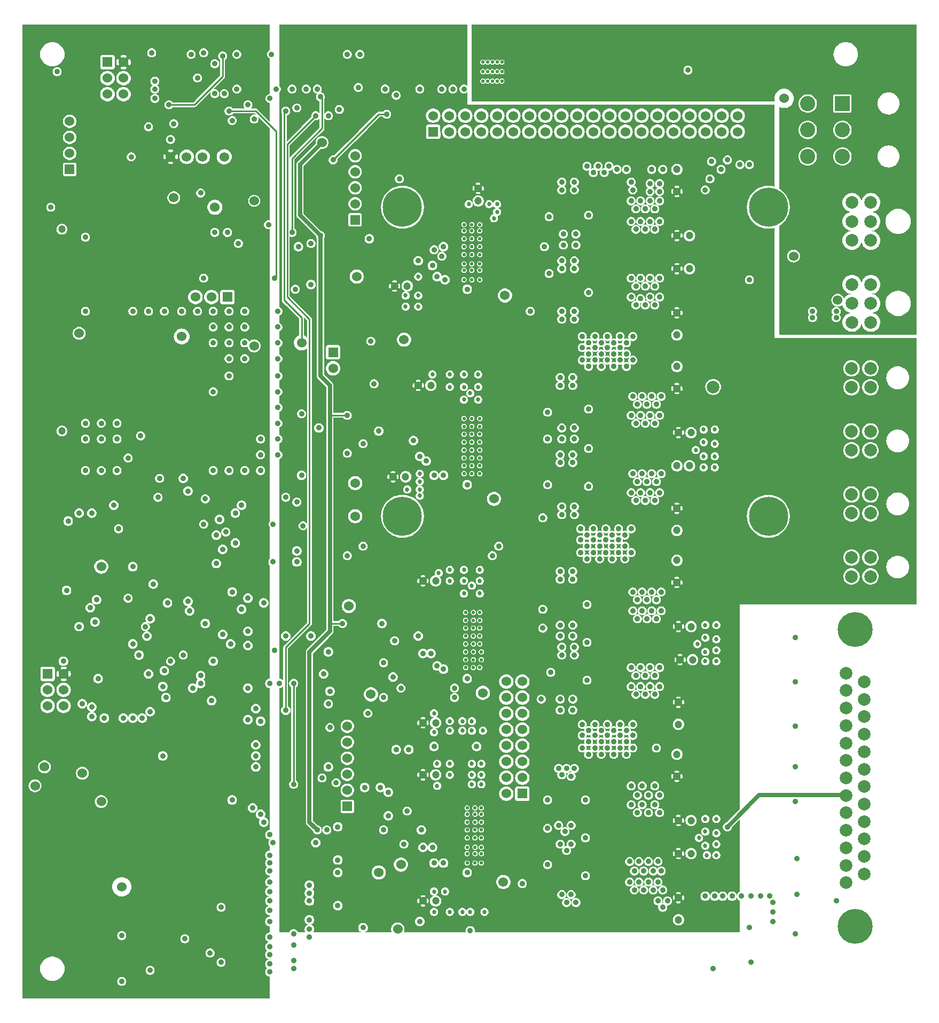
<source format=gbr>
G04 start of page 3 for group 1 idx 1 *
G04 Title: (unknown), power *
G04 Creator: pcb 4.2.0 *
G04 CreationDate: Fri Sep 20 02:47:33 2019 UTC *
G04 For: doug *
G04 Format: Gerber/RS-274X *
G04 PCB-Dimensions (mil): 5602.36 6102.36 *
G04 PCB-Coordinate-Origin: lower left *
%MOIN*%
%FSLAX25Y25*%
%LNGROUP1*%
%ADD62C,0.0709*%
%ADD61C,0.0402*%
%ADD60C,0.1181*%
%ADD59C,0.0429*%
%ADD58C,0.1201*%
%ADD57C,0.0276*%
%ADD56C,0.0400*%
%ADD55C,0.0380*%
%ADD54C,0.1280*%
%ADD53C,0.0591*%
%ADD52C,0.0350*%
%ADD51C,0.0200*%
%ADD50C,0.0090*%
%ADD49C,0.0210*%
%ADD48C,0.0360*%
%ADD47C,0.0270*%
%ADD46C,0.2441*%
%ADD45C,0.0945*%
%ADD44C,0.0787*%
%ADD43C,0.2178*%
%ADD42C,0.0472*%
%ADD41C,0.0600*%
%ADD40C,0.0250*%
%ADD39C,0.0100*%
%ADD38C,0.0001*%
G54D38*G36*
X547508Y609252D02*X559055D01*
Y415354D01*
X547508D01*
Y427142D01*
X547520Y427141D01*
X548755Y427238D01*
X549960Y427528D01*
X551105Y428002D01*
X552162Y428650D01*
X553105Y429454D01*
X553910Y430397D01*
X554557Y431454D01*
X555031Y432599D01*
X555321Y433804D01*
X555394Y435039D01*
X555321Y436275D01*
X555031Y437480D01*
X554557Y438625D01*
X553910Y439682D01*
X553105Y440624D01*
X552162Y441429D01*
X551105Y442077D01*
X549960Y442551D01*
X548755Y442840D01*
X547520Y442938D01*
X547508Y442937D01*
Y478323D01*
X547520Y478322D01*
X548755Y478419D01*
X549960Y478709D01*
X551105Y479183D01*
X552162Y479831D01*
X553105Y480636D01*
X553910Y481578D01*
X554557Y482635D01*
X555031Y483780D01*
X555321Y484985D01*
X555394Y486220D01*
X555321Y487456D01*
X555031Y488661D01*
X554557Y489806D01*
X553910Y490863D01*
X553105Y491805D01*
X552162Y492610D01*
X551105Y493258D01*
X549960Y493732D01*
X548755Y494022D01*
X547520Y494119D01*
X547508Y494118D01*
Y523331D01*
X547693Y523634D01*
X548108Y524636D01*
X548361Y525691D01*
X548425Y526772D01*
X548361Y527853D01*
X548108Y528907D01*
X547693Y529909D01*
X547508Y530212D01*
Y556402D01*
X547693Y556705D01*
X548108Y557707D01*
X548361Y558761D01*
X548425Y559843D01*
X548361Y560924D01*
X548108Y561978D01*
X547693Y562980D01*
X547508Y563283D01*
Y609252D01*
G37*
G36*
X524597D02*X547508D01*
Y563283D01*
X547127Y563905D01*
X546422Y564729D01*
X545598Y565434D01*
X544673Y566000D01*
X543671Y566415D01*
X542617Y566668D01*
X541535Y566754D01*
X540454Y566668D01*
X539400Y566415D01*
X538398Y566000D01*
X537473Y565434D01*
X536649Y564729D01*
X535944Y563905D01*
X535378Y562980D01*
X534963Y561978D01*
X534710Y560924D01*
X534624Y559843D01*
X534710Y558761D01*
X534963Y557707D01*
X535378Y556705D01*
X535944Y555780D01*
X536649Y554956D01*
X537473Y554251D01*
X538398Y553685D01*
X539400Y553270D01*
X540454Y553017D01*
X541535Y552932D01*
X542617Y553017D01*
X543671Y553270D01*
X544673Y553685D01*
X545598Y554251D01*
X546422Y554956D01*
X547127Y555780D01*
X547508Y556402D01*
Y530212D01*
X547127Y530834D01*
X546422Y531658D01*
X545598Y532363D01*
X544673Y532929D01*
X543671Y533344D01*
X542617Y533598D01*
X541535Y533683D01*
X540454Y533598D01*
X539400Y533344D01*
X538398Y532929D01*
X537473Y532363D01*
X536649Y531658D01*
X535944Y530834D01*
X535378Y529909D01*
X534963Y528907D01*
X534710Y527853D01*
X534624Y526772D01*
X534710Y525691D01*
X534963Y524636D01*
X535378Y523634D01*
X535944Y522709D01*
X536649Y521885D01*
X537473Y521181D01*
X538398Y520614D01*
X539400Y520199D01*
X540454Y519946D01*
X541535Y519861D01*
X542617Y519946D01*
X543671Y520199D01*
X544673Y520614D01*
X545598Y521181D01*
X546422Y521885D01*
X547127Y522709D01*
X547508Y523331D01*
Y494118D01*
X546284Y494022D01*
X545079Y493732D01*
X543934Y493258D01*
X542877Y492610D01*
X541935Y491805D01*
X541130Y490863D01*
X540482Y489806D01*
X540008Y488661D01*
X539719Y487456D01*
X539621Y486220D01*
X539719Y484985D01*
X540008Y483780D01*
X540482Y482635D01*
X541130Y481578D01*
X541935Y480636D01*
X542877Y479831D01*
X543934Y479183D01*
X545079Y478709D01*
X546284Y478419D01*
X547508Y478323D01*
Y442937D01*
X546284Y442840D01*
X545079Y442551D01*
X543934Y442077D01*
X542877Y441429D01*
X541935Y440624D01*
X541130Y439682D01*
X540482Y438625D01*
X540008Y437480D01*
X539719Y436275D01*
X539621Y435039D01*
X539719Y433804D01*
X540008Y432599D01*
X540482Y431454D01*
X541130Y430397D01*
X541935Y429454D01*
X542877Y428650D01*
X543934Y428002D01*
X545079Y427528D01*
X546284Y427238D01*
X547508Y427142D01*
Y415354D01*
X524597D01*
Y423074D01*
X524598Y423096D01*
X524661Y422302D01*
X524878Y421398D01*
X525234Y420539D01*
X525719Y419746D01*
X526323Y419040D01*
X527030Y418436D01*
X527822Y417950D01*
X528681Y417595D01*
X529585Y417378D01*
X530512Y417305D01*
X531438Y417378D01*
X532342Y417595D01*
X533201Y417950D01*
X533994Y418436D01*
X534701Y419040D01*
X535304Y419746D01*
X535790Y420539D01*
X536146Y421398D01*
X536363Y422302D01*
X536417Y423228D01*
X536363Y424155D01*
X536146Y425059D01*
X535790Y425918D01*
X535304Y426710D01*
X534701Y427417D01*
X533994Y428021D01*
X533201Y428506D01*
X532342Y428862D01*
X531438Y429079D01*
X530743Y429134D01*
X531438Y429189D01*
X532342Y429406D01*
X533201Y429761D01*
X533994Y430247D01*
X534701Y430851D01*
X535304Y431557D01*
X535790Y432350D01*
X536146Y433209D01*
X536363Y434113D01*
X536417Y435039D01*
X536363Y435966D01*
X536146Y436870D01*
X535790Y437729D01*
X535304Y438521D01*
X534701Y439228D01*
X533994Y439832D01*
X533201Y440317D01*
X532342Y440673D01*
X531438Y440890D01*
X530743Y440945D01*
X531438Y441000D01*
X532342Y441217D01*
X533201Y441572D01*
X533994Y442058D01*
X534701Y442662D01*
X535304Y443369D01*
X535790Y444161D01*
X536146Y445020D01*
X536363Y445924D01*
X536417Y446850D01*
X536363Y447777D01*
X536146Y448681D01*
X535790Y449540D01*
X535304Y450332D01*
X534701Y451039D01*
X533994Y451643D01*
X533201Y452128D01*
X532342Y452484D01*
X531438Y452701D01*
X530512Y452774D01*
X529585Y452701D01*
X528681Y452484D01*
X527822Y452128D01*
X527030Y451643D01*
X526323Y451039D01*
X525719Y450332D01*
X525234Y449540D01*
X524878Y448681D01*
X524661Y447777D01*
X524598Y446983D01*
X524597Y447005D01*
Y474255D01*
X524598Y474277D01*
X524661Y473483D01*
X524878Y472579D01*
X525234Y471720D01*
X525719Y470928D01*
X526323Y470221D01*
X527030Y469617D01*
X527822Y469131D01*
X528681Y468776D01*
X529585Y468559D01*
X530512Y468486D01*
X531438Y468559D01*
X532342Y468776D01*
X533201Y469131D01*
X533994Y469617D01*
X534701Y470221D01*
X535304Y470928D01*
X535790Y471720D01*
X536146Y472579D01*
X536363Y473483D01*
X536417Y474409D01*
X536363Y475336D01*
X536146Y476240D01*
X535790Y477099D01*
X535304Y477891D01*
X534701Y478598D01*
X533994Y479202D01*
X533201Y479688D01*
X532342Y480043D01*
X531438Y480260D01*
X530743Y480315D01*
X531438Y480370D01*
X532342Y480587D01*
X533201Y480942D01*
X533994Y481428D01*
X534701Y482032D01*
X535304Y482739D01*
X535790Y483531D01*
X536146Y484390D01*
X536363Y485294D01*
X536417Y486220D01*
X536363Y487147D01*
X536146Y488051D01*
X535790Y488910D01*
X535304Y489702D01*
X534701Y490409D01*
X533994Y491013D01*
X533201Y491499D01*
X532342Y491854D01*
X531438Y492071D01*
X530743Y492126D01*
X531438Y492181D01*
X532342Y492398D01*
X533201Y492753D01*
X533994Y493239D01*
X534701Y493843D01*
X535304Y494550D01*
X535790Y495342D01*
X536146Y496201D01*
X536363Y497105D01*
X536417Y498031D01*
X536363Y498958D01*
X536146Y499862D01*
X535790Y500721D01*
X535304Y501513D01*
X534701Y502220D01*
X533994Y502824D01*
X533201Y503310D01*
X532342Y503665D01*
X531438Y503882D01*
X530512Y503955D01*
X529585Y503882D01*
X528681Y503665D01*
X527822Y503310D01*
X527030Y502824D01*
X526323Y502220D01*
X525719Y501513D01*
X525234Y500721D01*
X524878Y499862D01*
X524661Y498958D01*
X524598Y498164D01*
X524597Y498186D01*
Y609252D01*
G37*
G36*
Y415354D02*X508854D01*
Y423373D01*
X508858Y423372D01*
X509298Y423407D01*
X509726Y423510D01*
X510133Y423679D01*
X510509Y423909D01*
X510844Y424195D01*
X511130Y424530D01*
X511361Y424906D01*
X511529Y425313D01*
X511632Y425742D01*
X511658Y426181D01*
X511632Y426620D01*
X511529Y427049D01*
X511361Y427456D01*
X511130Y427832D01*
X510859Y428150D01*
X511130Y428467D01*
X511361Y428843D01*
X511529Y429250D01*
X511632Y429679D01*
X511658Y430118D01*
X511632Y430557D01*
X511529Y430986D01*
X511361Y431393D01*
X511130Y431769D01*
X510844Y432104D01*
X510509Y432390D01*
X510133Y432621D01*
X509726Y432789D01*
X509298Y432892D01*
X508858Y432927D01*
X508854Y432926D01*
Y433132D01*
X509215Y433045D01*
X509843Y432996D01*
X510470Y433045D01*
X511082Y433192D01*
X511664Y433433D01*
X512201Y433762D01*
X512680Y434171D01*
X512831Y434348D01*
X512850Y434113D01*
X513067Y433209D01*
X513423Y432350D01*
X513908Y431557D01*
X514512Y430851D01*
X515219Y430247D01*
X516011Y429761D01*
X516870Y429406D01*
X517774Y429189D01*
X518469Y429134D01*
X517774Y429079D01*
X516870Y428862D01*
X516011Y428506D01*
X515219Y428021D01*
X514512Y427417D01*
X513908Y426710D01*
X513423Y425918D01*
X513067Y425059D01*
X512850Y424155D01*
X512777Y423228D01*
X512850Y422302D01*
X513067Y421398D01*
X513423Y420539D01*
X513908Y419746D01*
X514512Y419040D01*
X515219Y418436D01*
X516011Y417950D01*
X516870Y417595D01*
X517774Y417378D01*
X518701Y417305D01*
X519627Y417378D01*
X520531Y417595D01*
X521390Y417950D01*
X522183Y418436D01*
X522889Y419040D01*
X523493Y419746D01*
X523979Y420539D01*
X524335Y421398D01*
X524552Y422302D01*
X524597Y423074D01*
Y415354D01*
G37*
G36*
X508854Y609252D02*X524597D01*
Y498186D01*
X524552Y498958D01*
X524335Y499862D01*
X523979Y500721D01*
X523493Y501513D01*
X522889Y502220D01*
X522183Y502824D01*
X521390Y503310D01*
X520531Y503665D01*
X519627Y503882D01*
X518701Y503955D01*
X517774Y503882D01*
X516870Y503665D01*
X516011Y503310D01*
X515219Y502824D01*
X514512Y502220D01*
X513908Y501513D01*
X513423Y500721D01*
X513067Y499862D01*
X512850Y498958D01*
X512777Y498031D01*
X512850Y497105D01*
X513067Y496201D01*
X513423Y495342D01*
X513908Y494550D01*
X514512Y493843D01*
X515219Y493239D01*
X516011Y492753D01*
X516870Y492398D01*
X517774Y492181D01*
X518469Y492126D01*
X517774Y492071D01*
X516870Y491854D01*
X516011Y491499D01*
X515219Y491013D01*
X514512Y490409D01*
X513908Y489702D01*
X513423Y488910D01*
X513067Y488051D01*
X512850Y487147D01*
X512777Y486220D01*
X512850Y485294D01*
X513067Y484390D01*
X513423Y483531D01*
X513908Y482739D01*
X514512Y482032D01*
X515219Y481428D01*
X516011Y480942D01*
X516870Y480587D01*
X517774Y480370D01*
X518469Y480315D01*
X517774Y480260D01*
X516870Y480043D01*
X516011Y479688D01*
X515219Y479202D01*
X514512Y478598D01*
X513908Y477891D01*
X513423Y477099D01*
X513067Y476240D01*
X512850Y475336D01*
X512777Y474409D01*
X512850Y473483D01*
X513067Y472579D01*
X513423Y471720D01*
X513908Y470928D01*
X514512Y470221D01*
X515219Y469617D01*
X516011Y469131D01*
X516870Y468776D01*
X517774Y468559D01*
X518701Y468486D01*
X519627Y468559D01*
X520531Y468776D01*
X521390Y469131D01*
X522183Y469617D01*
X522889Y470221D01*
X523493Y470928D01*
X523979Y471720D01*
X524335Y472579D01*
X524552Y473483D01*
X524597Y474255D01*
Y447005D01*
X524552Y447777D01*
X524335Y448681D01*
X523979Y449540D01*
X523493Y450332D01*
X522889Y451039D01*
X522183Y451643D01*
X521390Y452128D01*
X520531Y452484D01*
X519627Y452701D01*
X518701Y452774D01*
X517774Y452701D01*
X516870Y452484D01*
X516011Y452128D01*
X515219Y451643D01*
X514512Y451039D01*
X513908Y450332D01*
X513423Y449540D01*
X513067Y448681D01*
X512850Y447777D01*
X512777Y446850D01*
X512850Y445924D01*
X513067Y445020D01*
X513423Y444161D01*
X513908Y443369D01*
X514512Y442662D01*
X515219Y442058D01*
X516011Y441572D01*
X516870Y441217D01*
X517774Y441000D01*
X518469Y440945D01*
X517774Y440890D01*
X516870Y440673D01*
X516011Y440317D01*
X515219Y439832D01*
X514512Y439228D01*
X513908Y438521D01*
X513682Y438151D01*
X513658Y438248D01*
X513418Y438829D01*
X513089Y439366D01*
X512680Y439845D01*
X512201Y440254D01*
X511664Y440583D01*
X511082Y440824D01*
X510470Y440971D01*
X509843Y441020D01*
X509215Y440971D01*
X508854Y440884D01*
Y522631D01*
X509429Y522139D01*
X510196Y521670D01*
X511026Y521326D01*
X511899Y521116D01*
X512795Y521045D01*
X513691Y521116D01*
X514565Y521326D01*
X515395Y521670D01*
X516161Y522139D01*
X516844Y522723D01*
X517428Y523406D01*
X517897Y524172D01*
X518241Y525002D01*
X518451Y525876D01*
X518504Y526772D01*
X518451Y527667D01*
X518241Y528541D01*
X517897Y529371D01*
X517428Y530137D01*
X516844Y530821D01*
X516161Y531404D01*
X515395Y531874D01*
X514565Y532218D01*
X513691Y532427D01*
X512795Y532498D01*
X511899Y532427D01*
X511026Y532218D01*
X510196Y531874D01*
X509429Y531404D01*
X508854Y530913D01*
Y539166D01*
X509429Y538674D01*
X510196Y538205D01*
X511026Y537861D01*
X511899Y537651D01*
X512795Y537581D01*
X513691Y537651D01*
X514565Y537861D01*
X515395Y538205D01*
X516161Y538674D01*
X516844Y539258D01*
X517428Y539941D01*
X517897Y540707D01*
X518241Y541538D01*
X518451Y542411D01*
X518504Y543307D01*
X518451Y544203D01*
X518241Y545077D01*
X517897Y545907D01*
X517428Y546673D01*
X516844Y547356D01*
X516161Y547940D01*
X515395Y548409D01*
X514565Y548753D01*
X513691Y548963D01*
X512795Y549033D01*
X511899Y548963D01*
X511026Y548753D01*
X510196Y548409D01*
X509429Y547940D01*
X508854Y547448D01*
Y554135D01*
X517674Y554143D01*
X517825Y554179D01*
X517968Y554238D01*
X518100Y554319D01*
X518218Y554420D01*
X518318Y554538D01*
X518399Y554670D01*
X518459Y554813D01*
X518495Y554964D01*
X518504Y555118D01*
X518495Y564721D01*
X518459Y564872D01*
X518399Y565015D01*
X518318Y565147D01*
X518218Y565265D01*
X518100Y565366D01*
X517968Y565447D01*
X517825Y565506D01*
X517674Y565542D01*
X517520Y565551D01*
X508854Y565543D01*
Y585801D01*
X509388Y585176D01*
X510295Y584401D01*
X511312Y583778D01*
X512415Y583321D01*
X513575Y583043D01*
X514764Y582949D01*
X515953Y583043D01*
X517113Y583321D01*
X518215Y583778D01*
X519232Y584401D01*
X520139Y585176D01*
X520914Y586083D01*
X521537Y587100D01*
X521994Y588202D01*
X522272Y589362D01*
X522343Y590551D01*
X522272Y591740D01*
X521994Y592900D01*
X521537Y594002D01*
X520914Y595020D01*
X520139Y595927D01*
X519232Y596701D01*
X518215Y597325D01*
X517113Y597781D01*
X515953Y598060D01*
X514764Y598153D01*
X513575Y598060D01*
X512415Y597781D01*
X511312Y597325D01*
X510295Y596701D01*
X509388Y595927D01*
X508854Y595301D01*
Y609252D01*
G37*
G36*
X494090D02*X508854D01*
Y595301D01*
X508614Y595020D01*
X507990Y594002D01*
X507534Y592900D01*
X507255Y591740D01*
X507162Y590551D01*
X507255Y589362D01*
X507534Y588202D01*
X507990Y587100D01*
X508614Y586083D01*
X508854Y585801D01*
Y565543D01*
X507916Y565542D01*
X507766Y565506D01*
X507623Y565447D01*
X507491Y565366D01*
X507373Y565265D01*
X507272Y565147D01*
X507191Y565015D01*
X507132Y564872D01*
X507096Y564721D01*
X507087Y564567D01*
X507096Y554964D01*
X507132Y554813D01*
X507191Y554670D01*
X507272Y554538D01*
X507373Y554420D01*
X507491Y554319D01*
X507623Y554238D01*
X507766Y554179D01*
X507916Y554143D01*
X508071Y554134D01*
X508854Y554135D01*
Y547448D01*
X508746Y547356D01*
X508163Y546673D01*
X507693Y545907D01*
X507349Y545077D01*
X507140Y544203D01*
X507069Y543307D01*
X507140Y542411D01*
X507349Y541538D01*
X507693Y540707D01*
X508163Y539941D01*
X508746Y539258D01*
X508854Y539166D01*
Y530913D01*
X508746Y530821D01*
X508163Y530137D01*
X507693Y529371D01*
X507349Y528541D01*
X507140Y527667D01*
X507069Y526772D01*
X507140Y525876D01*
X507349Y525002D01*
X507693Y524172D01*
X508163Y523406D01*
X508746Y522723D01*
X508854Y522631D01*
Y440884D01*
X508603Y440824D01*
X508021Y440583D01*
X507484Y440254D01*
X507005Y439845D01*
X506596Y439366D01*
X506268Y438829D01*
X506027Y438248D01*
X505880Y437636D01*
X505830Y437008D01*
X505880Y436380D01*
X506027Y435768D01*
X506268Y435186D01*
X506596Y434649D01*
X507005Y434171D01*
X507484Y433762D01*
X508021Y433433D01*
X508603Y433192D01*
X508854Y433132D01*
Y432926D01*
X508419Y432892D01*
X507990Y432789D01*
X507583Y432621D01*
X507207Y432390D01*
X506872Y432104D01*
X506586Y431769D01*
X506356Y431393D01*
X506187Y430986D01*
X506084Y430557D01*
X506050Y430118D01*
X506084Y429679D01*
X506187Y429250D01*
X506356Y428843D01*
X506586Y428467D01*
X506857Y428150D01*
X506586Y427832D01*
X506356Y427456D01*
X506187Y427049D01*
X506084Y426620D01*
X506050Y426181D01*
X506084Y425742D01*
X506187Y425313D01*
X506356Y424906D01*
X506586Y424530D01*
X506872Y424195D01*
X507207Y423909D01*
X507583Y423679D01*
X507990Y423510D01*
X508419Y423407D01*
X508854Y423373D01*
Y415354D01*
X494090D01*
Y423373D01*
X494094Y423372D01*
X494534Y423407D01*
X494962Y423510D01*
X495370Y423679D01*
X495745Y423909D01*
X496080Y424195D01*
X496367Y424530D01*
X496597Y424906D01*
X496766Y425313D01*
X496869Y425742D01*
X496894Y426181D01*
X496869Y426620D01*
X496766Y427049D01*
X496597Y427456D01*
X496367Y427832D01*
X496095Y428150D01*
X496367Y428467D01*
X496597Y428843D01*
X496766Y429250D01*
X496869Y429679D01*
X496894Y430118D01*
X496869Y430557D01*
X496766Y430986D01*
X496597Y431393D01*
X496367Y431769D01*
X496080Y432104D01*
X495745Y432390D01*
X495370Y432621D01*
X494962Y432789D01*
X494534Y432892D01*
X494094Y432927D01*
X494090Y432926D01*
Y521883D01*
X494508Y522139D01*
X495191Y522723D01*
X495774Y523406D01*
X496244Y524172D01*
X496588Y525002D01*
X496798Y525876D01*
X496850Y526772D01*
X496798Y527667D01*
X496588Y528541D01*
X496244Y529371D01*
X495774Y530137D01*
X495191Y530821D01*
X494508Y531404D01*
X494090Y531660D01*
Y538419D01*
X494508Y538674D01*
X495191Y539258D01*
X495774Y539941D01*
X496244Y540707D01*
X496588Y541538D01*
X496798Y542411D01*
X496850Y543307D01*
X496798Y544203D01*
X496588Y545077D01*
X496244Y545907D01*
X495774Y546673D01*
X495191Y547356D01*
X494508Y547940D01*
X494090Y548196D01*
Y554954D01*
X494508Y555210D01*
X495191Y555793D01*
X495774Y556477D01*
X496244Y557243D01*
X496588Y558073D01*
X496798Y558947D01*
X496850Y559843D01*
X496798Y560738D01*
X496588Y561612D01*
X496244Y562442D01*
X495774Y563208D01*
X495191Y563892D01*
X494508Y564475D01*
X494090Y564731D01*
Y609252D01*
G37*
G36*
X482277D02*X494090D01*
Y564731D01*
X493741Y564945D01*
X492911Y565289D01*
X492038Y565498D01*
X491142Y565569D01*
X490246Y565498D01*
X489372Y565289D01*
X488542Y564945D01*
X487776Y564475D01*
X487093Y563892D01*
X486509Y563208D01*
X486040Y562442D01*
X485696Y561612D01*
X485486Y560738D01*
X485415Y559843D01*
X485486Y558947D01*
X485696Y558073D01*
X486040Y557243D01*
X486509Y556477D01*
X487093Y555793D01*
X487776Y555210D01*
X488542Y554740D01*
X489372Y554397D01*
X490246Y554187D01*
X491142Y554116D01*
X492038Y554187D01*
X492911Y554397D01*
X493741Y554740D01*
X494090Y554954D01*
Y548196D01*
X493741Y548409D01*
X492911Y548753D01*
X492038Y548963D01*
X491142Y549033D01*
X490246Y548963D01*
X489372Y548753D01*
X488542Y548409D01*
X487776Y547940D01*
X487093Y547356D01*
X486509Y546673D01*
X486040Y545907D01*
X485696Y545077D01*
X485486Y544203D01*
X485415Y543307D01*
X485486Y542411D01*
X485696Y541538D01*
X486040Y540707D01*
X486509Y539941D01*
X487093Y539258D01*
X487776Y538674D01*
X488542Y538205D01*
X489372Y537861D01*
X490246Y537651D01*
X491142Y537581D01*
X492038Y537651D01*
X492911Y537861D01*
X493741Y538205D01*
X494090Y538419D01*
Y531660D01*
X493741Y531874D01*
X492911Y532218D01*
X492038Y532427D01*
X491142Y532498D01*
X490246Y532427D01*
X489372Y532218D01*
X488542Y531874D01*
X487776Y531404D01*
X487093Y530821D01*
X486509Y530137D01*
X486040Y529371D01*
X485696Y528541D01*
X485486Y527667D01*
X485415Y526772D01*
X485486Y525876D01*
X485696Y525002D01*
X486040Y524172D01*
X486509Y523406D01*
X487093Y522723D01*
X487776Y522139D01*
X488542Y521670D01*
X489372Y521326D01*
X490246Y521116D01*
X491142Y521045D01*
X492038Y521116D01*
X492911Y521326D01*
X493741Y521670D01*
X494090Y521883D01*
Y432926D01*
X493655Y432892D01*
X493227Y432789D01*
X492819Y432621D01*
X492444Y432390D01*
X492108Y432104D01*
X491822Y431769D01*
X491592Y431393D01*
X491423Y430986D01*
X491320Y430557D01*
X491286Y430118D01*
X491320Y429679D01*
X491423Y429250D01*
X491592Y428843D01*
X491822Y428467D01*
X492094Y428150D01*
X491822Y427832D01*
X491592Y427456D01*
X491423Y427049D01*
X491320Y426620D01*
X491286Y426181D01*
X491320Y425742D01*
X491423Y425313D01*
X491592Y424906D01*
X491822Y424530D01*
X492108Y424195D01*
X492444Y423909D01*
X492819Y423679D01*
X493227Y423510D01*
X493655Y423407D01*
X494090Y423373D01*
Y415354D01*
X482277D01*
Y460555D01*
X482283Y460555D01*
X482911Y460604D01*
X483523Y460751D01*
X484105Y460992D01*
X484642Y461321D01*
X485121Y461730D01*
X485530Y462209D01*
X485858Y462745D01*
X486099Y463327D01*
X486246Y463939D01*
X486283Y464567D01*
X486246Y465195D01*
X486099Y465807D01*
X485858Y466388D01*
X485530Y466925D01*
X485121Y467404D01*
X484642Y467813D01*
X484105Y468142D01*
X483523Y468383D01*
X482911Y468530D01*
X482283Y468579D01*
X482277Y468579D01*
Y561863D01*
X482322Y562051D01*
X482378Y562992D01*
X482322Y563934D01*
X482277Y564121D01*
Y609252D01*
G37*
G36*
Y415354D02*X473425D01*
Y483602D01*
X474428Y484216D01*
X476030Y485584D01*
X477398Y487186D01*
X478499Y488983D01*
X479305Y490930D01*
X479797Y492978D01*
X479921Y495079D01*
X479797Y497179D01*
X479305Y499228D01*
X478499Y501175D01*
X477398Y502971D01*
X476030Y504573D01*
X474428Y505942D01*
X473425Y506556D01*
Y557765D01*
X473646Y557630D01*
X474518Y557268D01*
X475436Y557048D01*
X476378Y556974D01*
X477319Y557048D01*
X478238Y557268D01*
X479110Y557630D01*
X479916Y558123D01*
X480634Y558736D01*
X481247Y559455D01*
X481740Y560260D01*
X482102Y561132D01*
X482277Y561863D01*
Y468579D01*
X481656Y468530D01*
X481044Y468383D01*
X480462Y468142D01*
X479925Y467813D01*
X479446Y467404D01*
X479037Y466925D01*
X478708Y466388D01*
X478468Y465807D01*
X478321Y465195D01*
X478271Y464567D01*
X478321Y463939D01*
X478468Y463327D01*
X478708Y462745D01*
X479037Y462209D01*
X479446Y461730D01*
X479925Y461321D01*
X480462Y460992D01*
X481044Y460751D01*
X481656Y460604D01*
X482277Y460555D01*
Y415354D01*
G37*
G36*
X416334Y609252D02*X482277D01*
Y564121D01*
X482102Y564852D01*
X481740Y565724D01*
X481247Y566530D01*
X480634Y567248D01*
X479916Y567861D01*
X479110Y568355D01*
X478238Y568716D01*
X477319Y568937D01*
X476378Y569011D01*
X475436Y568937D01*
X474518Y568716D01*
X473646Y568355D01*
X472840Y567861D01*
X472122Y567248D01*
X471509Y566530D01*
X471015Y565724D01*
X470654Y564852D01*
X470434Y563934D01*
X470359Y562992D01*
X470434Y562051D01*
X470654Y561132D01*
X470699Y561024D01*
X416334D01*
Y577900D01*
X416339Y577900D01*
X416778Y577935D01*
X417206Y578037D01*
X417614Y578206D01*
X417989Y578436D01*
X418325Y578723D01*
X418611Y579058D01*
X418841Y579434D01*
X419010Y579841D01*
X419113Y580269D01*
X419139Y580709D01*
X419113Y581148D01*
X419010Y581577D01*
X418841Y581984D01*
X418611Y582360D01*
X418325Y582695D01*
X417989Y582981D01*
X417614Y583211D01*
X417206Y583380D01*
X416778Y583483D01*
X416339Y583517D01*
X416334Y583517D01*
Y609252D01*
G37*
G36*
X294289D02*X416334D01*
Y583517D01*
X415899Y583483D01*
X415471Y583380D01*
X415063Y583211D01*
X414688Y582981D01*
X414353Y582695D01*
X414066Y582360D01*
X413836Y581984D01*
X413667Y581577D01*
X413565Y581148D01*
X413530Y580709D01*
X413565Y580269D01*
X413667Y579841D01*
X413836Y579434D01*
X414066Y579058D01*
X414353Y578723D01*
X414688Y578436D01*
X415063Y578206D01*
X415471Y578037D01*
X415899Y577935D01*
X416334Y577900D01*
Y561024D01*
X294289D01*
Y572164D01*
X294291Y572164D01*
X294550Y572184D01*
X294803Y572245D01*
X295043Y572344D01*
X295264Y572480D01*
X295462Y572649D01*
X295630Y572846D01*
X295766Y573068D01*
X295768Y573072D01*
X295769Y573068D01*
X295905Y572846D01*
X296074Y572649D01*
X296271Y572480D01*
X296493Y572344D01*
X296733Y572245D01*
X296985Y572184D01*
X297244Y572164D01*
X297503Y572184D01*
X297756Y572245D01*
X297995Y572344D01*
X298217Y572480D01*
X298414Y572649D01*
X298583Y572846D01*
X298719Y573068D01*
X298720Y573072D01*
X298722Y573068D01*
X298858Y572846D01*
X299027Y572649D01*
X299224Y572480D01*
X299445Y572344D01*
X299685Y572245D01*
X299938Y572184D01*
X300197Y572164D01*
X300456Y572184D01*
X300708Y572245D01*
X300948Y572344D01*
X301170Y572480D01*
X301367Y572649D01*
X301536Y572846D01*
X301672Y573068D01*
X301771Y573307D01*
X301832Y573560D01*
X301847Y573819D01*
X301832Y574078D01*
X301771Y574330D01*
X301672Y574570D01*
X301536Y574792D01*
X301367Y574989D01*
X301170Y575158D01*
X300948Y575294D01*
X300708Y575393D01*
X300456Y575454D01*
X300197Y575474D01*
X299938Y575454D01*
X299685Y575393D01*
X299445Y575294D01*
X299224Y575158D01*
X299027Y574989D01*
X298858Y574792D01*
X298722Y574570D01*
X298720Y574566D01*
X298719Y574570D01*
X298583Y574792D01*
X298414Y574989D01*
X298217Y575158D01*
X297995Y575294D01*
X297756Y575393D01*
X297503Y575454D01*
X297244Y575474D01*
X296985Y575454D01*
X296733Y575393D01*
X296493Y575294D01*
X296271Y575158D01*
X296074Y574989D01*
X295905Y574792D01*
X295769Y574570D01*
X295768Y574566D01*
X295766Y574570D01*
X295630Y574792D01*
X295462Y574989D01*
X295264Y575158D01*
X295043Y575294D01*
X294803Y575393D01*
X294550Y575454D01*
X294291Y575474D01*
X294289Y575474D01*
Y578070D01*
X294291Y578069D01*
X294550Y578090D01*
X294803Y578150D01*
X295043Y578250D01*
X295264Y578385D01*
X295462Y578554D01*
X295630Y578752D01*
X295766Y578973D01*
X295768Y578977D01*
X295769Y578973D01*
X295905Y578752D01*
X296074Y578554D01*
X296271Y578385D01*
X296493Y578250D01*
X296733Y578150D01*
X296985Y578090D01*
X297244Y578069D01*
X297503Y578090D01*
X297756Y578150D01*
X297995Y578250D01*
X298217Y578385D01*
X298414Y578554D01*
X298583Y578752D01*
X298719Y578973D01*
X298720Y578977D01*
X298722Y578973D01*
X298858Y578752D01*
X299027Y578554D01*
X299224Y578385D01*
X299445Y578250D01*
X299685Y578150D01*
X299938Y578090D01*
X300197Y578069D01*
X300456Y578090D01*
X300708Y578150D01*
X300948Y578250D01*
X301170Y578385D01*
X301367Y578554D01*
X301536Y578752D01*
X301672Y578973D01*
X301771Y579213D01*
X301832Y579465D01*
X301847Y579724D01*
X301832Y579983D01*
X301771Y580236D01*
X301672Y580476D01*
X301536Y580697D01*
X301367Y580895D01*
X301170Y581063D01*
X300948Y581199D01*
X300708Y581298D01*
X300456Y581359D01*
X300197Y581380D01*
X299938Y581359D01*
X299685Y581298D01*
X299445Y581199D01*
X299224Y581063D01*
X299027Y580895D01*
X298858Y580697D01*
X298722Y580476D01*
X298720Y580472D01*
X298719Y580476D01*
X298583Y580697D01*
X298414Y580895D01*
X298217Y581063D01*
X297995Y581199D01*
X297756Y581298D01*
X297503Y581359D01*
X297244Y581380D01*
X296985Y581359D01*
X296733Y581298D01*
X296493Y581199D01*
X296271Y581063D01*
X296074Y580895D01*
X295905Y580697D01*
X295769Y580476D01*
X295768Y580472D01*
X295766Y580476D01*
X295630Y580697D01*
X295462Y580895D01*
X295264Y581063D01*
X295043Y581199D01*
X294803Y581298D01*
X294550Y581359D01*
X294291Y581380D01*
X294289Y581379D01*
Y583975D01*
X294291Y583975D01*
X294550Y583995D01*
X294803Y584056D01*
X295043Y584155D01*
X295264Y584291D01*
X295462Y584460D01*
X295630Y584657D01*
X295766Y584879D01*
X295768Y584883D01*
X295769Y584879D01*
X295905Y584657D01*
X296074Y584460D01*
X296271Y584291D01*
X296493Y584155D01*
X296733Y584056D01*
X296985Y583995D01*
X297244Y583975D01*
X297503Y583995D01*
X297756Y584056D01*
X297995Y584155D01*
X298217Y584291D01*
X298414Y584460D01*
X298583Y584657D01*
X298719Y584879D01*
X298720Y584883D01*
X298722Y584879D01*
X298858Y584657D01*
X299027Y584460D01*
X299224Y584291D01*
X299445Y584155D01*
X299685Y584056D01*
X299938Y583995D01*
X300197Y583975D01*
X300456Y583995D01*
X300708Y584056D01*
X300948Y584155D01*
X301170Y584291D01*
X301367Y584460D01*
X301536Y584657D01*
X301672Y584879D01*
X301771Y585118D01*
X301832Y585371D01*
X301847Y585630D01*
X301832Y585889D01*
X301771Y586141D01*
X301672Y586381D01*
X301536Y586603D01*
X301367Y586800D01*
X301170Y586969D01*
X300948Y587105D01*
X300708Y587204D01*
X300456Y587265D01*
X300197Y587285D01*
X299938Y587265D01*
X299685Y587204D01*
X299445Y587105D01*
X299224Y586969D01*
X299027Y586800D01*
X298858Y586603D01*
X298722Y586381D01*
X298720Y586377D01*
X298719Y586381D01*
X298583Y586603D01*
X298414Y586800D01*
X298217Y586969D01*
X297995Y587105D01*
X297756Y587204D01*
X297503Y587265D01*
X297244Y587285D01*
X296985Y587265D01*
X296733Y587204D01*
X296493Y587105D01*
X296271Y586969D01*
X296074Y586800D01*
X295905Y586603D01*
X295769Y586381D01*
X295768Y586377D01*
X295766Y586381D01*
X295630Y586603D01*
X295462Y586800D01*
X295264Y586969D01*
X295043Y587105D01*
X294803Y587204D01*
X294550Y587265D01*
X294291Y587285D01*
X294289Y587285D01*
Y609252D01*
G37*
G36*
X281496D02*X294289D01*
Y587285D01*
X294032Y587265D01*
X293780Y587204D01*
X293540Y587105D01*
X293318Y586969D01*
X293121Y586800D01*
X292952Y586603D01*
X292817Y586381D01*
X292815Y586377D01*
X292813Y586381D01*
X292678Y586603D01*
X292509Y586800D01*
X292311Y586969D01*
X292090Y587105D01*
X291850Y587204D01*
X291597Y587265D01*
X291339Y587285D01*
X291080Y587265D01*
X290827Y587204D01*
X290587Y587105D01*
X290366Y586969D01*
X290168Y586800D01*
X290000Y586603D01*
X289864Y586381D01*
X289862Y586377D01*
X289861Y586381D01*
X289725Y586603D01*
X289556Y586800D01*
X289359Y586969D01*
X289137Y587105D01*
X288897Y587204D01*
X288645Y587265D01*
X288386Y587285D01*
X288127Y587265D01*
X287874Y587204D01*
X287634Y587105D01*
X287413Y586969D01*
X287216Y586800D01*
X287047Y586603D01*
X286911Y586381D01*
X286812Y586141D01*
X286751Y585889D01*
X286731Y585630D01*
X286751Y585371D01*
X286812Y585118D01*
X286911Y584879D01*
X287047Y584657D01*
X287216Y584460D01*
X287413Y584291D01*
X287634Y584155D01*
X287874Y584056D01*
X288127Y583995D01*
X288386Y583975D01*
X288645Y583995D01*
X288897Y584056D01*
X289137Y584155D01*
X289359Y584291D01*
X289556Y584460D01*
X289725Y584657D01*
X289861Y584879D01*
X289862Y584883D01*
X289864Y584879D01*
X290000Y584657D01*
X290168Y584460D01*
X290366Y584291D01*
X290587Y584155D01*
X290827Y584056D01*
X291080Y583995D01*
X291339Y583975D01*
X291597Y583995D01*
X291850Y584056D01*
X292090Y584155D01*
X292311Y584291D01*
X292509Y584460D01*
X292678Y584657D01*
X292813Y584879D01*
X292815Y584883D01*
X292817Y584879D01*
X292952Y584657D01*
X293121Y584460D01*
X293318Y584291D01*
X293540Y584155D01*
X293780Y584056D01*
X294032Y583995D01*
X294289Y583975D01*
Y581379D01*
X294032Y581359D01*
X293780Y581298D01*
X293540Y581199D01*
X293318Y581063D01*
X293121Y580895D01*
X292952Y580697D01*
X292817Y580476D01*
X292815Y580472D01*
X292813Y580476D01*
X292678Y580697D01*
X292509Y580895D01*
X292311Y581063D01*
X292090Y581199D01*
X291850Y581298D01*
X291597Y581359D01*
X291339Y581380D01*
X291080Y581359D01*
X290827Y581298D01*
X290587Y581199D01*
X290366Y581063D01*
X290168Y580895D01*
X290000Y580697D01*
X289864Y580476D01*
X289862Y580472D01*
X289861Y580476D01*
X289725Y580697D01*
X289556Y580895D01*
X289359Y581063D01*
X289137Y581199D01*
X288897Y581298D01*
X288645Y581359D01*
X288386Y581380D01*
X288127Y581359D01*
X287874Y581298D01*
X287634Y581199D01*
X287413Y581063D01*
X287216Y580895D01*
X287047Y580697D01*
X286911Y580476D01*
X286812Y580236D01*
X286751Y579983D01*
X286731Y579724D01*
X286751Y579465D01*
X286812Y579213D01*
X286911Y578973D01*
X287047Y578752D01*
X287216Y578554D01*
X287413Y578385D01*
X287634Y578250D01*
X287874Y578150D01*
X288127Y578090D01*
X288386Y578069D01*
X288645Y578090D01*
X288897Y578150D01*
X289137Y578250D01*
X289359Y578385D01*
X289556Y578554D01*
X289725Y578752D01*
X289861Y578973D01*
X289862Y578977D01*
X289864Y578973D01*
X290000Y578752D01*
X290168Y578554D01*
X290366Y578385D01*
X290587Y578250D01*
X290827Y578150D01*
X291080Y578090D01*
X291339Y578069D01*
X291597Y578090D01*
X291850Y578150D01*
X292090Y578250D01*
X292311Y578385D01*
X292509Y578554D01*
X292678Y578752D01*
X292813Y578973D01*
X292815Y578977D01*
X292817Y578973D01*
X292952Y578752D01*
X293121Y578554D01*
X293318Y578385D01*
X293540Y578250D01*
X293780Y578150D01*
X294032Y578090D01*
X294289Y578070D01*
Y575474D01*
X294032Y575454D01*
X293780Y575393D01*
X293540Y575294D01*
X293318Y575158D01*
X293121Y574989D01*
X292952Y574792D01*
X292817Y574570D01*
X292815Y574566D01*
X292813Y574570D01*
X292678Y574792D01*
X292509Y574989D01*
X292311Y575158D01*
X292090Y575294D01*
X291850Y575393D01*
X291597Y575454D01*
X291339Y575474D01*
X291080Y575454D01*
X290827Y575393D01*
X290587Y575294D01*
X290366Y575158D01*
X290168Y574989D01*
X290000Y574792D01*
X289864Y574570D01*
X289862Y574566D01*
X289861Y574570D01*
X289725Y574792D01*
X289556Y574989D01*
X289359Y575158D01*
X289137Y575294D01*
X288897Y575393D01*
X288645Y575454D01*
X288386Y575474D01*
X288127Y575454D01*
X287874Y575393D01*
X287634Y575294D01*
X287413Y575158D01*
X287216Y574989D01*
X287047Y574792D01*
X286911Y574570D01*
X286812Y574330D01*
X286751Y574078D01*
X286731Y573819D01*
X286751Y573560D01*
X286812Y573307D01*
X286911Y573068D01*
X287047Y572846D01*
X287216Y572649D01*
X287413Y572480D01*
X287634Y572344D01*
X287874Y572245D01*
X288127Y572184D01*
X288386Y572164D01*
X288645Y572184D01*
X288897Y572245D01*
X289137Y572344D01*
X289359Y572480D01*
X289556Y572649D01*
X289725Y572846D01*
X289861Y573068D01*
X289862Y573072D01*
X289864Y573068D01*
X290000Y572846D01*
X290168Y572649D01*
X290366Y572480D01*
X290587Y572344D01*
X290827Y572245D01*
X291080Y572184D01*
X291339Y572164D01*
X291597Y572184D01*
X291850Y572245D01*
X292090Y572344D01*
X292311Y572480D01*
X292509Y572649D01*
X292678Y572846D01*
X292813Y573068D01*
X292815Y573072D01*
X292817Y573068D01*
X292952Y572846D01*
X293121Y572649D01*
X293318Y572480D01*
X293540Y572344D01*
X293780Y572245D01*
X294032Y572184D01*
X294289Y572164D01*
Y561024D01*
X281496D01*
Y609252D01*
G37*
G36*
X379917Y508206D02*X380038Y508156D01*
X380174Y508123D01*
X379917Y507903D01*
Y508206D01*
G37*
G36*
X428146Y62140D02*X428523Y62296D01*
X428923Y62541D01*
X429280Y62846D01*
X429585Y63203D01*
X429830Y63603D01*
X430009Y64037D01*
X430118Y64490D01*
X430227Y64037D01*
X430406Y63603D01*
X430652Y63203D01*
X430956Y62846D01*
X431313Y62541D01*
X431713Y62296D01*
X432147Y62117D01*
X432603Y62007D01*
X433071Y61970D01*
X433539Y62007D01*
X433995Y62117D01*
X434428Y62296D01*
X434829Y62541D01*
X435185Y62846D01*
X435490Y63203D01*
X435531Y63271D01*
X435573Y63203D01*
X435878Y62846D01*
X436234Y62541D01*
X436635Y62296D01*
X437068Y62117D01*
X437524Y62007D01*
X437992Y61970D01*
X438460Y62007D01*
X438916Y62117D01*
X439350Y62296D01*
X439750Y62541D01*
X440107Y62846D01*
X440411Y63203D01*
X440656Y63603D01*
X440836Y64037D01*
X440945Y64490D01*
X441054Y64037D01*
X441233Y63603D01*
X441478Y63203D01*
X441783Y62846D01*
X442140Y62541D01*
X442540Y62296D01*
X442974Y62117D01*
X443430Y62007D01*
X443898Y61970D01*
X444365Y62007D01*
X444822Y62117D01*
X445255Y62296D01*
X445655Y62541D01*
X446012Y62846D01*
X446317Y63203D01*
X446562Y63603D01*
X446742Y64037D01*
X446850Y64490D01*
X446959Y64037D01*
X447139Y63603D01*
X447384Y63203D01*
X447689Y62846D01*
X448045Y62541D01*
X448446Y62296D01*
X448819Y62142D01*
Y42323D01*
X428146D01*
Y62140D01*
G37*
G36*
X547233Y413386D02*X559055D01*
Y247047D01*
X547233D01*
Y263365D01*
X547244Y263364D01*
X548356Y263451D01*
X549441Y263712D01*
X550471Y264139D01*
X551422Y264722D01*
X552271Y265446D01*
X552995Y266294D01*
X553578Y267245D01*
X554005Y268276D01*
X554265Y269360D01*
X554331Y270472D01*
X554265Y271584D01*
X554005Y272669D01*
X553578Y273700D01*
X552995Y274651D01*
X552271Y275499D01*
X551422Y276223D01*
X550471Y276806D01*
X549441Y277233D01*
X548356Y277493D01*
X547244Y277581D01*
X547233Y277580D01*
Y302735D01*
X547244Y302734D01*
X548356Y302822D01*
X549441Y303082D01*
X550471Y303509D01*
X551422Y304092D01*
X552271Y304816D01*
X552995Y305664D01*
X553578Y306615D01*
X554005Y307646D01*
X554265Y308731D01*
X554331Y309843D01*
X554265Y310955D01*
X554005Y312039D01*
X553578Y313070D01*
X552995Y314021D01*
X552271Y314869D01*
X551422Y315593D01*
X550471Y316176D01*
X549441Y316603D01*
X548356Y316863D01*
X547244Y316951D01*
X547233Y316950D01*
Y342105D01*
X547244Y342104D01*
X548356Y342192D01*
X549441Y342452D01*
X550471Y342879D01*
X551422Y343462D01*
X552271Y344186D01*
X552995Y345034D01*
X553578Y345985D01*
X554005Y347016D01*
X554265Y348101D01*
X554331Y349213D01*
X554265Y350325D01*
X554005Y351409D01*
X553578Y352440D01*
X552995Y353391D01*
X552271Y354239D01*
X551422Y354963D01*
X550471Y355546D01*
X549441Y355973D01*
X548356Y356234D01*
X547244Y356321D01*
X547233Y356320D01*
Y381475D01*
X547244Y381474D01*
X548356Y381562D01*
X549441Y381822D01*
X550471Y382249D01*
X551422Y382832D01*
X552271Y383556D01*
X552995Y384404D01*
X553578Y385356D01*
X554005Y386386D01*
X554265Y387471D01*
X554331Y388583D01*
X554265Y389695D01*
X554005Y390779D01*
X553578Y391810D01*
X552995Y392761D01*
X552271Y393609D01*
X551422Y394334D01*
X550471Y394916D01*
X549441Y395343D01*
X548356Y395604D01*
X547244Y395691D01*
X547233Y395690D01*
Y413386D01*
G37*
G36*
X530228D02*X547233D01*
Y395690D01*
X546132Y395604D01*
X545047Y395343D01*
X544017Y394916D01*
X543066Y394334D01*
X542218Y393609D01*
X541493Y392761D01*
X540910Y391810D01*
X540484Y390779D01*
X540223Y389695D01*
X540136Y388583D01*
X540223Y387471D01*
X540484Y386386D01*
X540910Y385356D01*
X541493Y384404D01*
X542218Y383556D01*
X543066Y382832D01*
X544017Y382249D01*
X545047Y381822D01*
X546132Y381562D01*
X547233Y381475D01*
Y356320D01*
X546132Y356234D01*
X545047Y355973D01*
X544017Y355546D01*
X543066Y354963D01*
X542218Y354239D01*
X541493Y353391D01*
X540910Y352440D01*
X540484Y351409D01*
X540223Y350325D01*
X540136Y349213D01*
X540223Y348101D01*
X540484Y347016D01*
X540910Y345985D01*
X541493Y345034D01*
X542218Y344186D01*
X543066Y343462D01*
X544017Y342879D01*
X545047Y342452D01*
X546132Y342192D01*
X547233Y342105D01*
Y316950D01*
X546132Y316863D01*
X545047Y316603D01*
X544017Y316176D01*
X543066Y315593D01*
X542218Y314869D01*
X541493Y314021D01*
X540910Y313070D01*
X540484Y312039D01*
X540223Y310955D01*
X540136Y309843D01*
X540223Y308731D01*
X540484Y307646D01*
X540910Y306615D01*
X541493Y305664D01*
X542218Y304816D01*
X543066Y304092D01*
X544017Y303509D01*
X545047Y303082D01*
X546132Y302822D01*
X547233Y302735D01*
Y277580D01*
X546132Y277493D01*
X545047Y277233D01*
X544017Y276806D01*
X543066Y276223D01*
X542218Y275499D01*
X541493Y274651D01*
X540910Y273700D01*
X540484Y272669D01*
X540223Y271584D01*
X540136Y270472D01*
X540223Y269360D01*
X540484Y268276D01*
X540910Y267245D01*
X541493Y266294D01*
X542218Y265446D01*
X543066Y264722D01*
X544017Y264139D01*
X545047Y263712D01*
X546132Y263451D01*
X547233Y263365D01*
Y247047D01*
X530228D01*
Y259434D01*
X530236Y259433D01*
X531039Y259496D01*
X531823Y259684D01*
X532567Y259993D01*
X533254Y260414D01*
X533866Y260937D01*
X534390Y261549D01*
X534811Y262236D01*
X535119Y262980D01*
X535307Y263764D01*
X535354Y264567D01*
X535307Y265370D01*
X535119Y266153D01*
X534811Y266898D01*
X534390Y267585D01*
X533866Y268197D01*
X533254Y268720D01*
X532567Y269141D01*
X531823Y269450D01*
X531039Y269638D01*
X530236Y269701D01*
X530228Y269700D01*
Y271245D01*
X530236Y271244D01*
X531039Y271307D01*
X531823Y271495D01*
X532567Y271804D01*
X533254Y272225D01*
X533866Y272748D01*
X534390Y273360D01*
X534811Y274047D01*
X535119Y274791D01*
X535307Y275575D01*
X535354Y276378D01*
X535307Y277181D01*
X535119Y277964D01*
X534811Y278709D01*
X534390Y279396D01*
X533866Y280008D01*
X533254Y280531D01*
X532567Y280952D01*
X531823Y281261D01*
X531039Y281449D01*
X530236Y281512D01*
X530228Y281511D01*
Y298804D01*
X530236Y298803D01*
X531039Y298866D01*
X531823Y299054D01*
X532567Y299363D01*
X533254Y299784D01*
X533866Y300307D01*
X534390Y300919D01*
X534811Y301606D01*
X535119Y302351D01*
X535307Y303134D01*
X535354Y303937D01*
X535307Y304740D01*
X535119Y305523D01*
X534811Y306268D01*
X534390Y306955D01*
X533866Y307567D01*
X533254Y308090D01*
X532567Y308511D01*
X531823Y308820D01*
X531039Y309008D01*
X530236Y309071D01*
X530228Y309070D01*
Y310615D01*
X530236Y310614D01*
X531039Y310677D01*
X531823Y310865D01*
X532567Y311174D01*
X533254Y311595D01*
X533866Y312118D01*
X534390Y312730D01*
X534811Y313417D01*
X535119Y314162D01*
X535307Y314945D01*
X535354Y315748D01*
X535307Y316551D01*
X535119Y317334D01*
X534811Y318079D01*
X534390Y318766D01*
X533866Y319378D01*
X533254Y319901D01*
X532567Y320322D01*
X531823Y320631D01*
X531039Y320819D01*
X530236Y320882D01*
X530228Y320881D01*
Y338174D01*
X530236Y338173D01*
X531039Y338236D01*
X531823Y338424D01*
X532567Y338733D01*
X533254Y339154D01*
X533866Y339677D01*
X534390Y340289D01*
X534811Y340976D01*
X535119Y341721D01*
X535307Y342504D01*
X535354Y343307D01*
X535307Y344110D01*
X535119Y344894D01*
X534811Y345638D01*
X534390Y346325D01*
X533866Y346937D01*
X533254Y347460D01*
X532567Y347881D01*
X531823Y348190D01*
X531039Y348378D01*
X530236Y348441D01*
X530228Y348440D01*
Y349985D01*
X530236Y349984D01*
X531039Y350047D01*
X531823Y350235D01*
X532567Y350544D01*
X533254Y350965D01*
X533866Y351488D01*
X534390Y352100D01*
X534811Y352787D01*
X535119Y353532D01*
X535307Y354315D01*
X535354Y355118D01*
X535307Y355921D01*
X535119Y356705D01*
X534811Y357449D01*
X534390Y358136D01*
X533866Y358748D01*
X533254Y359272D01*
X532567Y359692D01*
X531823Y360001D01*
X531039Y360189D01*
X530236Y360252D01*
X530228Y360251D01*
Y377544D01*
X530236Y377543D01*
X531039Y377606D01*
X531823Y377795D01*
X532567Y378103D01*
X533254Y378524D01*
X533866Y379047D01*
X534390Y379660D01*
X534811Y380346D01*
X535119Y381091D01*
X535307Y381874D01*
X535354Y382677D01*
X535307Y383480D01*
X535119Y384264D01*
X534811Y385008D01*
X534390Y385695D01*
X533866Y386307D01*
X533254Y386831D01*
X532567Y387252D01*
X531823Y387560D01*
X531039Y387748D01*
X530236Y387811D01*
X530228Y387810D01*
Y389355D01*
X530236Y389354D01*
X531039Y389418D01*
X531823Y389606D01*
X532567Y389914D01*
X533254Y390335D01*
X533866Y390858D01*
X534390Y391471D01*
X534811Y392157D01*
X535119Y392902D01*
X535307Y393685D01*
X535354Y394488D01*
X535307Y395291D01*
X535119Y396075D01*
X534811Y396819D01*
X534390Y397506D01*
X533866Y398118D01*
X533254Y398642D01*
X532567Y399063D01*
X531823Y399371D01*
X531039Y399559D01*
X530236Y399622D01*
X530228Y399621D01*
Y413386D01*
G37*
G36*
X518417D02*X530228D01*
Y399621D01*
X529433Y399559D01*
X528650Y399371D01*
X527905Y399063D01*
X527219Y398642D01*
X526606Y398118D01*
X526083Y397506D01*
X525662Y396819D01*
X525354Y396075D01*
X525166Y395291D01*
X525102Y394488D01*
X525166Y393685D01*
X525354Y392902D01*
X525662Y392157D01*
X526083Y391471D01*
X526606Y390858D01*
X527219Y390335D01*
X527905Y389914D01*
X528650Y389606D01*
X529433Y389418D01*
X530228Y389355D01*
Y387810D01*
X529433Y387748D01*
X528650Y387560D01*
X527905Y387252D01*
X527219Y386831D01*
X526606Y386307D01*
X526083Y385695D01*
X525662Y385008D01*
X525354Y384264D01*
X525166Y383480D01*
X525102Y382677D01*
X525166Y381874D01*
X525354Y381091D01*
X525662Y380346D01*
X526083Y379660D01*
X526606Y379047D01*
X527219Y378524D01*
X527905Y378103D01*
X528650Y377795D01*
X529433Y377606D01*
X530228Y377544D01*
Y360251D01*
X529433Y360189D01*
X528650Y360001D01*
X527905Y359692D01*
X527219Y359272D01*
X526606Y358748D01*
X526083Y358136D01*
X525662Y357449D01*
X525354Y356705D01*
X525166Y355921D01*
X525102Y355118D01*
X525166Y354315D01*
X525354Y353532D01*
X525662Y352787D01*
X526083Y352100D01*
X526606Y351488D01*
X527219Y350965D01*
X527905Y350544D01*
X528650Y350235D01*
X529433Y350047D01*
X530228Y349985D01*
Y348440D01*
X529433Y348378D01*
X528650Y348190D01*
X527905Y347881D01*
X527219Y347460D01*
X526606Y346937D01*
X526083Y346325D01*
X525662Y345638D01*
X525354Y344894D01*
X525166Y344110D01*
X525102Y343307D01*
X525166Y342504D01*
X525354Y341721D01*
X525662Y340976D01*
X526083Y340289D01*
X526606Y339677D01*
X527219Y339154D01*
X527905Y338733D01*
X528650Y338424D01*
X529433Y338236D01*
X530228Y338174D01*
Y320881D01*
X529433Y320819D01*
X528650Y320631D01*
X527905Y320322D01*
X527219Y319901D01*
X526606Y319378D01*
X526083Y318766D01*
X525662Y318079D01*
X525354Y317334D01*
X525166Y316551D01*
X525102Y315748D01*
X525166Y314945D01*
X525354Y314162D01*
X525662Y313417D01*
X526083Y312730D01*
X526606Y312118D01*
X527219Y311595D01*
X527905Y311174D01*
X528650Y310865D01*
X529433Y310677D01*
X530228Y310615D01*
Y309070D01*
X529433Y309008D01*
X528650Y308820D01*
X527905Y308511D01*
X527219Y308090D01*
X526606Y307567D01*
X526083Y306955D01*
X525662Y306268D01*
X525354Y305523D01*
X525166Y304740D01*
X525102Y303937D01*
X525166Y303134D01*
X525354Y302351D01*
X525662Y301606D01*
X526083Y300919D01*
X526606Y300307D01*
X527219Y299784D01*
X527905Y299363D01*
X528650Y299054D01*
X529433Y298866D01*
X530228Y298804D01*
Y281511D01*
X529433Y281449D01*
X528650Y281261D01*
X527905Y280952D01*
X527219Y280531D01*
X526606Y280008D01*
X526083Y279396D01*
X525662Y278709D01*
X525354Y277964D01*
X525166Y277181D01*
X525102Y276378D01*
X525166Y275575D01*
X525354Y274791D01*
X525662Y274047D01*
X526083Y273360D01*
X526606Y272748D01*
X527219Y272225D01*
X527905Y271804D01*
X528650Y271495D01*
X529433Y271307D01*
X530228Y271245D01*
Y269700D01*
X529433Y269638D01*
X528650Y269450D01*
X527905Y269141D01*
X527219Y268720D01*
X526606Y268197D01*
X526083Y267585D01*
X525662Y266898D01*
X525354Y266153D01*
X525166Y265370D01*
X525102Y264567D01*
X525166Y263764D01*
X525354Y262980D01*
X525662Y262236D01*
X526083Y261549D01*
X526606Y260937D01*
X527219Y260414D01*
X527905Y259993D01*
X528650Y259684D01*
X529433Y259496D01*
X530228Y259434D01*
Y247047D01*
X518417D01*
Y259434D01*
X518425Y259433D01*
X519228Y259496D01*
X520012Y259684D01*
X520756Y259993D01*
X521443Y260414D01*
X522055Y260937D01*
X522579Y261549D01*
X523000Y262236D01*
X523308Y262980D01*
X523496Y263764D01*
X523543Y264567D01*
X523496Y265370D01*
X523308Y266153D01*
X523000Y266898D01*
X522579Y267585D01*
X522055Y268197D01*
X521443Y268720D01*
X520756Y269141D01*
X520012Y269450D01*
X519228Y269638D01*
X518425Y269701D01*
X518417Y269700D01*
Y271245D01*
X518425Y271244D01*
X519228Y271307D01*
X520012Y271495D01*
X520756Y271804D01*
X521443Y272225D01*
X522055Y272748D01*
X522579Y273360D01*
X523000Y274047D01*
X523308Y274791D01*
X523496Y275575D01*
X523543Y276378D01*
X523496Y277181D01*
X523308Y277964D01*
X523000Y278709D01*
X522579Y279396D01*
X522055Y280008D01*
X521443Y280531D01*
X520756Y280952D01*
X520012Y281261D01*
X519228Y281449D01*
X518425Y281512D01*
X518417Y281511D01*
Y298804D01*
X518425Y298803D01*
X519228Y298866D01*
X520012Y299054D01*
X520756Y299363D01*
X521443Y299784D01*
X522055Y300307D01*
X522579Y300919D01*
X523000Y301606D01*
X523308Y302351D01*
X523496Y303134D01*
X523543Y303937D01*
X523496Y304740D01*
X523308Y305523D01*
X523000Y306268D01*
X522579Y306955D01*
X522055Y307567D01*
X521443Y308090D01*
X520756Y308511D01*
X520012Y308820D01*
X519228Y309008D01*
X518425Y309071D01*
X518417Y309070D01*
Y310615D01*
X518425Y310614D01*
X519228Y310677D01*
X520012Y310865D01*
X520756Y311174D01*
X521443Y311595D01*
X522055Y312118D01*
X522579Y312730D01*
X523000Y313417D01*
X523308Y314162D01*
X523496Y314945D01*
X523543Y315748D01*
X523496Y316551D01*
X523308Y317334D01*
X523000Y318079D01*
X522579Y318766D01*
X522055Y319378D01*
X521443Y319901D01*
X520756Y320322D01*
X520012Y320631D01*
X519228Y320819D01*
X518425Y320882D01*
X518417Y320881D01*
Y338174D01*
X518425Y338173D01*
X519228Y338236D01*
X520012Y338424D01*
X520756Y338733D01*
X521443Y339154D01*
X522055Y339677D01*
X522579Y340289D01*
X523000Y340976D01*
X523308Y341721D01*
X523496Y342504D01*
X523543Y343307D01*
X523496Y344110D01*
X523308Y344894D01*
X523000Y345638D01*
X522579Y346325D01*
X522055Y346937D01*
X521443Y347460D01*
X520756Y347881D01*
X520012Y348190D01*
X519228Y348378D01*
X518425Y348441D01*
X518417Y348440D01*
Y349985D01*
X518425Y349984D01*
X519228Y350047D01*
X520012Y350235D01*
X520756Y350544D01*
X521443Y350965D01*
X522055Y351488D01*
X522579Y352100D01*
X523000Y352787D01*
X523308Y353532D01*
X523496Y354315D01*
X523543Y355118D01*
X523496Y355921D01*
X523308Y356705D01*
X523000Y357449D01*
X522579Y358136D01*
X522055Y358748D01*
X521443Y359272D01*
X520756Y359692D01*
X520012Y360001D01*
X519228Y360189D01*
X518425Y360252D01*
X518417Y360251D01*
Y377544D01*
X518425Y377543D01*
X519228Y377606D01*
X520012Y377795D01*
X520756Y378103D01*
X521443Y378524D01*
X522055Y379047D01*
X522579Y379660D01*
X523000Y380346D01*
X523308Y381091D01*
X523496Y381874D01*
X523543Y382677D01*
X523496Y383480D01*
X523308Y384264D01*
X523000Y385008D01*
X522579Y385695D01*
X522055Y386307D01*
X521443Y386831D01*
X520756Y387252D01*
X520012Y387560D01*
X519228Y387748D01*
X518425Y387811D01*
X518417Y387810D01*
Y389355D01*
X518425Y389354D01*
X519228Y389418D01*
X520012Y389606D01*
X520756Y389914D01*
X521443Y390335D01*
X522055Y390858D01*
X522579Y391471D01*
X523000Y392157D01*
X523308Y392902D01*
X523496Y393685D01*
X523543Y394488D01*
X523496Y395291D01*
X523308Y396075D01*
X523000Y396819D01*
X522579Y397506D01*
X522055Y398118D01*
X521443Y398642D01*
X520756Y399063D01*
X520012Y399371D01*
X519228Y399559D01*
X518425Y399622D01*
X518417Y399621D01*
Y413386D01*
G37*
G36*
X454720Y488741D02*X455673Y487186D01*
X457041Y485584D01*
X458643Y484216D01*
X460440Y483115D01*
X462386Y482309D01*
X464435Y481817D01*
X466535Y481652D01*
X468636Y481817D01*
X470472Y482258D01*
Y413386D01*
X518417D01*
Y399621D01*
X517622Y399559D01*
X516839Y399371D01*
X516094Y399063D01*
X515408Y398642D01*
X514795Y398118D01*
X514272Y397506D01*
X513851Y396819D01*
X513543Y396075D01*
X513355Y395291D01*
X513291Y394488D01*
X513355Y393685D01*
X513543Y392902D01*
X513851Y392157D01*
X514272Y391471D01*
X514795Y390858D01*
X515408Y390335D01*
X516094Y389914D01*
X516839Y389606D01*
X517622Y389418D01*
X518417Y389355D01*
Y387810D01*
X517622Y387748D01*
X516839Y387560D01*
X516094Y387252D01*
X515408Y386831D01*
X514795Y386307D01*
X514272Y385695D01*
X513851Y385008D01*
X513543Y384264D01*
X513355Y383480D01*
X513291Y382677D01*
X513355Y381874D01*
X513543Y381091D01*
X513851Y380346D01*
X514272Y379660D01*
X514795Y379047D01*
X515408Y378524D01*
X516094Y378103D01*
X516839Y377795D01*
X517622Y377606D01*
X518417Y377544D01*
Y360251D01*
X517622Y360189D01*
X516839Y360001D01*
X516094Y359692D01*
X515408Y359272D01*
X514795Y358748D01*
X514272Y358136D01*
X513851Y357449D01*
X513543Y356705D01*
X513355Y355921D01*
X513291Y355118D01*
X513355Y354315D01*
X513543Y353532D01*
X513851Y352787D01*
X514272Y352100D01*
X514795Y351488D01*
X515408Y350965D01*
X516094Y350544D01*
X516839Y350235D01*
X517622Y350047D01*
X518417Y349985D01*
Y348440D01*
X517622Y348378D01*
X516839Y348190D01*
X516094Y347881D01*
X515408Y347460D01*
X514795Y346937D01*
X514272Y346325D01*
X513851Y345638D01*
X513543Y344894D01*
X513355Y344110D01*
X513291Y343307D01*
X513355Y342504D01*
X513543Y341721D01*
X513851Y340976D01*
X514272Y340289D01*
X514795Y339677D01*
X515408Y339154D01*
X516094Y338733D01*
X516839Y338424D01*
X517622Y338236D01*
X518417Y338174D01*
Y320881D01*
X517622Y320819D01*
X516839Y320631D01*
X516094Y320322D01*
X515408Y319901D01*
X514795Y319378D01*
X514272Y318766D01*
X513851Y318079D01*
X513543Y317334D01*
X513355Y316551D01*
X513291Y315748D01*
X513355Y314945D01*
X513543Y314162D01*
X513851Y313417D01*
X514272Y312730D01*
X514795Y312118D01*
X515408Y311595D01*
X516094Y311174D01*
X516839Y310865D01*
X517622Y310677D01*
X518417Y310615D01*
Y309070D01*
X517622Y309008D01*
X516839Y308820D01*
X516094Y308511D01*
X515408Y308090D01*
X514795Y307567D01*
X514272Y306955D01*
X513851Y306268D01*
X513543Y305523D01*
X513355Y304740D01*
X513291Y303937D01*
X513355Y303134D01*
X513543Y302351D01*
X513851Y301606D01*
X514272Y300919D01*
X514795Y300307D01*
X515408Y299784D01*
X516094Y299363D01*
X516839Y299054D01*
X517622Y298866D01*
X518417Y298804D01*
Y281511D01*
X517622Y281449D01*
X516839Y281261D01*
X516094Y280952D01*
X515408Y280531D01*
X514795Y280008D01*
X514272Y279396D01*
X513851Y278709D01*
X513543Y277964D01*
X513355Y277181D01*
X513291Y276378D01*
X513355Y275575D01*
X513543Y274791D01*
X513851Y274047D01*
X514272Y273360D01*
X514795Y272748D01*
X515408Y272225D01*
X516094Y271804D01*
X516839Y271495D01*
X517622Y271307D01*
X518417Y271245D01*
Y269700D01*
X517622Y269638D01*
X516839Y269450D01*
X516094Y269141D01*
X515408Y268720D01*
X514795Y268197D01*
X514272Y267585D01*
X513851Y266898D01*
X513543Y266153D01*
X513355Y265370D01*
X513291Y264567D01*
X513355Y263764D01*
X513543Y262980D01*
X513851Y262236D01*
X514272Y261549D01*
X514795Y260937D01*
X515408Y260414D01*
X516094Y259993D01*
X516839Y259684D01*
X517622Y259496D01*
X518417Y259434D01*
Y247047D01*
X454720D01*
Y295828D01*
X455673Y294273D01*
X457041Y292671D01*
X458643Y291303D01*
X460440Y290202D01*
X462386Y289395D01*
X464435Y288904D01*
X466535Y288738D01*
X468636Y288904D01*
X470685Y289395D01*
X472631Y290202D01*
X474428Y291303D01*
X476030Y292671D01*
X477398Y294273D01*
X478499Y296070D01*
X479305Y298016D01*
X479797Y300065D01*
X479921Y302165D01*
X479797Y304266D01*
X479305Y306315D01*
X478499Y308261D01*
X477398Y310058D01*
X476030Y311660D01*
X474428Y313028D01*
X472631Y314129D01*
X470685Y314935D01*
X468636Y315427D01*
X466535Y315592D01*
X464435Y315427D01*
X462386Y314935D01*
X460440Y314129D01*
X458643Y313028D01*
X457041Y311660D01*
X455673Y310058D01*
X454720Y308503D01*
Y446995D01*
X454724Y446995D01*
X455164Y447029D01*
X455592Y447132D01*
X456000Y447301D01*
X456375Y447531D01*
X456710Y447817D01*
X456997Y448152D01*
X457227Y448528D01*
X457396Y448935D01*
X457498Y449364D01*
X457524Y449803D01*
X457498Y450243D01*
X457396Y450671D01*
X457227Y451078D01*
X456997Y451454D01*
X456710Y451789D01*
X456375Y452075D01*
X456000Y452306D01*
X455592Y452474D01*
X455164Y452577D01*
X454724Y452612D01*
X454720Y452611D01*
Y488741D01*
G37*
G36*
Y559055D02*X470472D01*
Y507900D01*
X468636Y508341D01*
X466535Y508506D01*
X464435Y508341D01*
X462386Y507849D01*
X460440Y507042D01*
X458643Y505942D01*
X457041Y504573D01*
X455673Y502971D01*
X454720Y501417D01*
Y518845D01*
X454724Y518845D01*
X455164Y518879D01*
X455592Y518982D01*
X456000Y519151D01*
X456375Y519381D01*
X456710Y519668D01*
X456997Y520003D01*
X457227Y520378D01*
X457396Y520786D01*
X457498Y521214D01*
X457524Y521654D01*
X457498Y522093D01*
X457396Y522521D01*
X457227Y522929D01*
X456997Y523304D01*
X456710Y523640D01*
X456375Y523926D01*
X456000Y524156D01*
X455592Y524325D01*
X455164Y524428D01*
X454724Y524462D01*
X454720Y524462D01*
Y559055D01*
G37*
G36*
X448815Y112955D02*X448819Y112960D01*
Y67780D01*
X448815Y67778D01*
Y112955D01*
G37*
G36*
Y559055D02*X454720D01*
Y524462D01*
X454285Y524428D01*
X453856Y524325D01*
X453449Y524156D01*
X453074Y523926D01*
X452738Y523640D01*
X452452Y523304D01*
X452222Y522929D01*
X452053Y522521D01*
X451950Y522093D01*
X451916Y521654D01*
X451950Y521214D01*
X452053Y520786D01*
X452222Y520378D01*
X452452Y520003D01*
X452738Y519668D01*
X453074Y519381D01*
X453449Y519151D01*
X453856Y518982D01*
X454285Y518879D01*
X454720Y518845D01*
Y501417D01*
X454572Y501175D01*
X453765Y499228D01*
X453274Y497179D01*
X453108Y495079D01*
X453274Y492978D01*
X453765Y490930D01*
X454572Y488983D01*
X454720Y488741D01*
Y452611D01*
X454285Y452577D01*
X453856Y452474D01*
X453449Y452306D01*
X453074Y452075D01*
X452738Y451789D01*
X452452Y451454D01*
X452222Y451078D01*
X452053Y450671D01*
X451950Y450243D01*
X451916Y449803D01*
X451950Y449364D01*
X452053Y448935D01*
X452222Y448528D01*
X452452Y448152D01*
X452738Y447817D01*
X453074Y447531D01*
X453449Y447301D01*
X453856Y447132D01*
X454285Y447029D01*
X454720Y446995D01*
Y308503D01*
X454572Y308261D01*
X453765Y306315D01*
X453274Y304266D01*
X453108Y302165D01*
X453274Y300065D01*
X453765Y298016D01*
X454572Y296070D01*
X454720Y295828D01*
Y247047D01*
X448819D01*
Y119324D01*
X448815Y119319D01*
Y518845D01*
X448819Y518845D01*
X449258Y518879D01*
X449687Y518982D01*
X450094Y519151D01*
X450470Y519381D01*
X450805Y519668D01*
X451091Y520003D01*
X451321Y520378D01*
X451490Y520786D01*
X451593Y521214D01*
X451619Y521654D01*
X451593Y522093D01*
X451490Y522521D01*
X451321Y522929D01*
X451091Y523304D01*
X450805Y523640D01*
X450470Y523926D01*
X450094Y524156D01*
X449687Y524325D01*
X449258Y524428D01*
X448819Y524462D01*
X448815Y524462D01*
Y537975D01*
X449411Y538222D01*
X450015Y538592D01*
X450554Y539052D01*
X451014Y539591D01*
X451384Y540195D01*
X451655Y540849D01*
X451821Y541538D01*
X451862Y542244D01*
X451821Y542950D01*
X451655Y543639D01*
X451384Y544293D01*
X451014Y544897D01*
X450554Y545436D01*
X450015Y545896D01*
X449411Y546266D01*
X448815Y546513D01*
Y547975D01*
X449411Y548222D01*
X450015Y548592D01*
X450554Y549052D01*
X451014Y549591D01*
X451384Y550195D01*
X451655Y550849D01*
X451821Y551538D01*
X451862Y552244D01*
X451821Y552950D01*
X451655Y553639D01*
X451384Y554293D01*
X451014Y554897D01*
X450554Y555436D01*
X450015Y555896D01*
X449411Y556266D01*
X448815Y556513D01*
Y559055D01*
G37*
G36*
X440941Y105459D02*X440945Y105459D01*
X441384Y105494D01*
X441813Y105597D01*
X442220Y105765D01*
X442596Y105995D01*
X442931Y106282D01*
X443217Y106617D01*
X443447Y106993D01*
X443616Y107400D01*
X443719Y107828D01*
X443721Y107862D01*
X448815Y112955D01*
Y67778D01*
X448446Y67625D01*
X448045Y67380D01*
X447689Y67075D01*
X447384Y66718D01*
X447139Y66318D01*
X446959Y65885D01*
X446850Y65431D01*
X446742Y65885D01*
X446562Y66318D01*
X446317Y66718D01*
X446012Y67075D01*
X445655Y67380D01*
X445255Y67625D01*
X444822Y67805D01*
X444365Y67914D01*
X443898Y67951D01*
X443430Y67914D01*
X442974Y67805D01*
X442540Y67625D01*
X442140Y67380D01*
X441783Y67075D01*
X441478Y66718D01*
X441233Y66318D01*
X441054Y65885D01*
X440945Y65431D01*
X440941Y65449D01*
Y105459D01*
G37*
G36*
Y559055D02*X448815D01*
Y556513D01*
X448757Y556537D01*
X448068Y556702D01*
X447362Y556758D01*
X446656Y556702D01*
X445967Y556537D01*
X445313Y556266D01*
X444709Y555896D01*
X444170Y555436D01*
X443710Y554897D01*
X443340Y554293D01*
X443069Y553639D01*
X442904Y552950D01*
X442848Y552244D01*
X442904Y551538D01*
X443069Y550849D01*
X443340Y550195D01*
X443710Y549591D01*
X444170Y549052D01*
X444709Y548592D01*
X445313Y548222D01*
X445967Y547951D01*
X446656Y547786D01*
X447362Y547730D01*
X448068Y547786D01*
X448757Y547951D01*
X448815Y547975D01*
Y546513D01*
X448757Y546537D01*
X448068Y546702D01*
X447362Y546758D01*
X446656Y546702D01*
X445967Y546537D01*
X445313Y546266D01*
X444709Y545896D01*
X444170Y545436D01*
X443710Y544897D01*
X443340Y544293D01*
X443069Y543639D01*
X442904Y542950D01*
X442848Y542244D01*
X442904Y541538D01*
X443069Y540849D01*
X443340Y540195D01*
X443710Y539591D01*
X444170Y539052D01*
X444709Y538592D01*
X445313Y538222D01*
X445967Y537951D01*
X446656Y537786D01*
X447362Y537730D01*
X448068Y537786D01*
X448757Y537951D01*
X448815Y537975D01*
Y524462D01*
X448380Y524428D01*
X447951Y524325D01*
X447544Y524156D01*
X447168Y523926D01*
X446833Y523640D01*
X446547Y523304D01*
X446316Y522929D01*
X446148Y522521D01*
X446045Y522093D01*
X446010Y521654D01*
X446045Y521214D01*
X446148Y520786D01*
X446316Y520378D01*
X446547Y520003D01*
X446833Y519668D01*
X447168Y519381D01*
X447544Y519151D01*
X447951Y518982D01*
X448380Y518879D01*
X448815Y518845D01*
Y119319D01*
X440941Y111445D01*
Y521798D01*
X440945Y521798D01*
X441384Y521832D01*
X441813Y521935D01*
X442220Y522104D01*
X442596Y522334D01*
X442931Y522620D01*
X443217Y522955D01*
X443447Y523331D01*
X443616Y523738D01*
X443719Y524167D01*
X443745Y524606D01*
X443719Y525046D01*
X443616Y525474D01*
X443447Y525881D01*
X443217Y526257D01*
X442931Y526592D01*
X442596Y526879D01*
X442220Y527109D01*
X441813Y527277D01*
X441384Y527380D01*
X440945Y527415D01*
X440941Y527415D01*
Y539505D01*
X441014Y539591D01*
X441384Y540195D01*
X441655Y540849D01*
X441821Y541538D01*
X441862Y542244D01*
X441821Y542950D01*
X441655Y543639D01*
X441384Y544293D01*
X441014Y544897D01*
X440941Y544983D01*
Y549505D01*
X441014Y549591D01*
X441384Y550195D01*
X441655Y550849D01*
X441821Y551538D01*
X441862Y552244D01*
X441821Y552950D01*
X441655Y553639D01*
X441384Y554293D01*
X441014Y554897D01*
X440941Y554983D01*
Y559055D01*
G37*
G36*
Y544983D02*X440554Y545436D01*
X440015Y545896D01*
X439411Y546266D01*
X438757Y546537D01*
X438068Y546702D01*
X437362Y546758D01*
X436656Y546702D01*
X435967Y546537D01*
X435313Y546266D01*
X434709Y545896D01*
X434170Y545436D01*
X433710Y544897D01*
X433340Y544293D01*
X433069Y543639D01*
X433067Y543629D01*
Y550859D01*
X433069Y550849D01*
X433340Y550195D01*
X433710Y549591D01*
X434170Y549052D01*
X434709Y548592D01*
X435313Y548222D01*
X435967Y547951D01*
X436656Y547786D01*
X437362Y547730D01*
X438068Y547786D01*
X438757Y547951D01*
X439411Y548222D01*
X440015Y548592D01*
X440554Y549052D01*
X440941Y549505D01*
Y544983D01*
G37*
G36*
Y111445D02*X440540Y111044D01*
X440506Y111042D01*
X440077Y110939D01*
X439670Y110770D01*
X439294Y110540D01*
X438959Y110254D01*
X438673Y109919D01*
X438442Y109543D01*
X438274Y109136D01*
X438171Y108707D01*
X438136Y108268D01*
X438171Y107828D01*
X438274Y107400D01*
X438442Y106993D01*
X438673Y106617D01*
X438959Y106282D01*
X439294Y105995D01*
X439670Y105765D01*
X440077Y105597D01*
X440506Y105494D01*
X440941Y105459D01*
Y65449D01*
X440836Y65885D01*
X440656Y66318D01*
X440411Y66718D01*
X440107Y67075D01*
X439750Y67380D01*
X439350Y67625D01*
X438916Y67805D01*
X438460Y67914D01*
X437992Y67951D01*
X437524Y67914D01*
X437068Y67805D01*
X437004Y67778D01*
Y382534D01*
X437024Y382874D01*
X437004Y383214D01*
Y515892D01*
X437008Y515892D01*
X437447Y515927D01*
X437876Y516030D01*
X438283Y516198D01*
X438659Y516429D01*
X438994Y516715D01*
X439280Y517050D01*
X439510Y517426D01*
X439679Y517833D01*
X439782Y518261D01*
X439808Y518701D01*
X439782Y519140D01*
X439679Y519569D01*
X439510Y519976D01*
X439280Y520352D01*
X438994Y520687D01*
X438659Y520973D01*
X438283Y521203D01*
X437876Y521372D01*
X437447Y521475D01*
X437008Y521509D01*
X437004Y521509D01*
Y537758D01*
X437362Y537730D01*
X438068Y537786D01*
X438757Y537951D01*
X439411Y538222D01*
X440015Y538592D01*
X440554Y539052D01*
X440941Y539505D01*
Y527415D01*
X440506Y527380D01*
X440077Y527277D01*
X439670Y527109D01*
X439294Y526879D01*
X438959Y526592D01*
X438673Y526257D01*
X438442Y525881D01*
X438274Y525474D01*
X438171Y525046D01*
X438136Y524606D01*
X438171Y524167D01*
X438274Y523738D01*
X438442Y523331D01*
X438673Y522955D01*
X438959Y522620D01*
X439294Y522334D01*
X439670Y522104D01*
X440077Y521935D01*
X440506Y521832D01*
X440941Y521798D01*
Y111445D01*
G37*
G36*
X437004Y383214D02*X436978Y383649D01*
X436796Y384404D01*
X436499Y385122D01*
X436093Y385785D01*
X435588Y386376D01*
X434997Y386880D01*
X434335Y387286D01*
X433617Y387584D01*
X433067Y387716D01*
Y521618D01*
X433088Y521636D01*
X433375Y521971D01*
X433605Y522347D01*
X433774Y522754D01*
X433876Y523183D01*
X433902Y523622D01*
X433876Y524061D01*
X433774Y524490D01*
X433605Y524897D01*
X433375Y525273D01*
X433088Y525608D01*
X433067Y525626D01*
Y540859D01*
X433069Y540849D01*
X433340Y540195D01*
X433710Y539591D01*
X434170Y539052D01*
X434709Y538592D01*
X435313Y538222D01*
X435967Y537951D01*
X436656Y537786D01*
X437004Y537758D01*
Y521509D01*
X436569Y521475D01*
X436140Y521372D01*
X435733Y521203D01*
X435357Y520973D01*
X435022Y520687D01*
X434736Y520352D01*
X434505Y519976D01*
X434337Y519569D01*
X434234Y519140D01*
X434199Y518701D01*
X434234Y518261D01*
X434337Y517833D01*
X434505Y517426D01*
X434736Y517050D01*
X435022Y516715D01*
X435357Y516429D01*
X435733Y516198D01*
X436140Y516030D01*
X436569Y515927D01*
X437004Y515892D01*
Y383214D01*
G37*
G36*
Y67778D02*X436635Y67625D01*
X436234Y67380D01*
X435878Y67075D01*
X435573Y66718D01*
X435531Y66651D01*
X435490Y66718D01*
X435185Y67075D01*
X434829Y67380D01*
X434428Y67625D01*
X433995Y67805D01*
X433539Y67914D01*
X433071Y67951D01*
X433067Y67951D01*
Y88221D01*
X433271Y88137D01*
X433658Y88044D01*
X434055Y88012D01*
X434452Y88044D01*
X434840Y88137D01*
X435208Y88289D01*
X435547Y88497D01*
X435850Y88756D01*
X436109Y89059D01*
X436317Y89399D01*
X436470Y89767D01*
X436563Y90154D01*
X436586Y90551D01*
X436563Y90948D01*
X436470Y91336D01*
X436317Y91704D01*
X436109Y92044D01*
X435850Y92346D01*
X435547Y92605D01*
X435208Y92813D01*
X434840Y92966D01*
X434452Y93059D01*
X434055Y93090D01*
X433658Y93059D01*
X433271Y92966D01*
X433067Y92882D01*
Y95111D01*
X433271Y95026D01*
X433658Y94933D01*
X434055Y94902D01*
X434452Y94933D01*
X434840Y95026D01*
X435208Y95179D01*
X435547Y95387D01*
X435850Y95646D01*
X436109Y95949D01*
X436317Y96288D01*
X436470Y96656D01*
X436563Y97044D01*
X436586Y97441D01*
X436563Y97838D01*
X436470Y98226D01*
X436317Y98594D01*
X436109Y98933D01*
X435850Y99236D01*
X435547Y99495D01*
X435208Y99703D01*
X434840Y99856D01*
X434452Y99949D01*
X434055Y99980D01*
X433658Y99949D01*
X433271Y99856D01*
X433067Y99771D01*
Y102000D01*
X433271Y101916D01*
X433658Y101823D01*
X434055Y101792D01*
X434452Y101823D01*
X434840Y101916D01*
X435208Y102069D01*
X435547Y102277D01*
X435850Y102535D01*
X436109Y102838D01*
X436317Y103178D01*
X436470Y103546D01*
X436563Y103934D01*
X436586Y104331D01*
X436563Y104728D01*
X436470Y105115D01*
X436317Y105483D01*
X436109Y105823D01*
X435850Y106126D01*
X435547Y106385D01*
X435208Y106593D01*
X434840Y106745D01*
X434452Y106838D01*
X434055Y106870D01*
X433658Y106838D01*
X433271Y106745D01*
X433067Y106661D01*
Y110859D01*
X433271Y110774D01*
X433658Y110681D01*
X434055Y110650D01*
X434452Y110681D01*
X434840Y110774D01*
X435208Y110927D01*
X435547Y111135D01*
X435850Y111394D01*
X436109Y111697D01*
X436317Y112036D01*
X436470Y112404D01*
X436563Y112792D01*
X436586Y113189D01*
X436563Y113586D01*
X436470Y113974D01*
X436317Y114342D01*
X436109Y114681D01*
X435850Y114984D01*
X435547Y115243D01*
X435208Y115451D01*
X434840Y115604D01*
X434452Y115697D01*
X434055Y115728D01*
X433658Y115697D01*
X433271Y115604D01*
X433067Y115519D01*
Y209284D01*
X433271Y209200D01*
X433658Y209107D01*
X434055Y209075D01*
X434452Y209107D01*
X434840Y209200D01*
X435208Y209352D01*
X435547Y209560D01*
X435850Y209819D01*
X436109Y210122D01*
X436317Y210462D01*
X436470Y210830D01*
X436563Y211217D01*
X436586Y211614D01*
X436563Y212011D01*
X436470Y212399D01*
X436317Y212767D01*
X436109Y213107D01*
X435850Y213409D01*
X435547Y213668D01*
X435208Y213876D01*
X434840Y214029D01*
X434452Y214122D01*
X434055Y214153D01*
X433658Y214122D01*
X433271Y214029D01*
X433067Y213944D01*
Y216174D01*
X433271Y216089D01*
X433658Y215996D01*
X434055Y215965D01*
X434452Y215996D01*
X434840Y216089D01*
X435208Y216242D01*
X435547Y216450D01*
X435850Y216709D01*
X436109Y217012D01*
X436317Y217351D01*
X436470Y217719D01*
X436563Y218107D01*
X436586Y218504D01*
X436563Y218901D01*
X436470Y219289D01*
X436317Y219657D01*
X436109Y219996D01*
X435850Y220299D01*
X435547Y220558D01*
X435208Y220766D01*
X434840Y220919D01*
X434452Y221012D01*
X434055Y221043D01*
X433658Y221012D01*
X433271Y220919D01*
X433067Y220834D01*
Y223063D01*
X433271Y222979D01*
X433658Y222886D01*
X434055Y222855D01*
X434452Y222886D01*
X434840Y222979D01*
X435208Y223132D01*
X435547Y223340D01*
X435850Y223598D01*
X436109Y223901D01*
X436317Y224241D01*
X436470Y224609D01*
X436563Y224997D01*
X436586Y225394D01*
X436563Y225791D01*
X436470Y226178D01*
X436317Y226546D01*
X436109Y226886D01*
X435850Y227189D01*
X435547Y227448D01*
X435208Y227656D01*
X434840Y227808D01*
X434452Y227901D01*
X434055Y227933D01*
X433658Y227901D01*
X433271Y227808D01*
X433067Y227724D01*
Y231922D01*
X433271Y231837D01*
X433658Y231744D01*
X434055Y231713D01*
X434452Y231744D01*
X434840Y231837D01*
X435208Y231990D01*
X435547Y232198D01*
X435850Y232457D01*
X436109Y232760D01*
X436317Y233099D01*
X436470Y233467D01*
X436563Y233855D01*
X436586Y234252D01*
X436563Y234649D01*
X436470Y235037D01*
X436317Y235405D01*
X436109Y235744D01*
X435850Y236047D01*
X435547Y236306D01*
X435208Y236514D01*
X434840Y236667D01*
X434452Y236760D01*
X434055Y236791D01*
X433658Y236760D01*
X433271Y236667D01*
X433067Y236582D01*
Y330139D01*
X433071Y330138D01*
X433468Y330170D01*
X433855Y330263D01*
X434224Y330415D01*
X434563Y330623D01*
X434866Y330882D01*
X435125Y331185D01*
X435333Y331525D01*
X435486Y331893D01*
X435579Y332280D01*
X435602Y332677D01*
X435579Y333074D01*
X435486Y333462D01*
X435333Y333830D01*
X435125Y334170D01*
X434866Y334472D01*
X434563Y334731D01*
X434224Y334939D01*
X433855Y335092D01*
X433468Y335185D01*
X433071Y335216D01*
X433067Y335216D01*
Y337028D01*
X433071Y337028D01*
X433468Y337059D01*
X433855Y337152D01*
X434224Y337305D01*
X434563Y337513D01*
X434866Y337772D01*
X435125Y338075D01*
X435333Y338414D01*
X435486Y338782D01*
X435579Y339170D01*
X435602Y339567D01*
X435579Y339964D01*
X435486Y340351D01*
X435333Y340720D01*
X435125Y341059D01*
X434866Y341362D01*
X434563Y341621D01*
X434224Y341829D01*
X433855Y341982D01*
X433468Y342075D01*
X433071Y342106D01*
X433067Y342106D01*
Y344902D01*
X433071Y344902D01*
X433468Y344933D01*
X433855Y345026D01*
X434224Y345179D01*
X434563Y345387D01*
X434866Y345646D01*
X435125Y345949D01*
X435333Y346288D01*
X435486Y346656D01*
X435579Y347044D01*
X435602Y347441D01*
X435579Y347838D01*
X435486Y348226D01*
X435333Y348594D01*
X435125Y348933D01*
X434866Y349236D01*
X434563Y349495D01*
X434224Y349703D01*
X433855Y349856D01*
X433468Y349949D01*
X433071Y349980D01*
X433067Y349980D01*
Y353761D01*
X433071Y353760D01*
X433468Y353792D01*
X433855Y353885D01*
X434224Y354037D01*
X434563Y354245D01*
X434866Y354504D01*
X435125Y354807D01*
X435333Y355147D01*
X435486Y355515D01*
X435579Y355902D01*
X435602Y356299D01*
X435579Y356696D01*
X435486Y357084D01*
X435333Y357452D01*
X435125Y357792D01*
X434866Y358094D01*
X434563Y358353D01*
X434224Y358561D01*
X433855Y358714D01*
X433468Y358807D01*
X433071Y358838D01*
X433067Y358838D01*
Y378032D01*
X433617Y378164D01*
X434335Y378462D01*
X434997Y378868D01*
X435588Y379372D01*
X436093Y379963D01*
X436499Y380626D01*
X436796Y381344D01*
X436978Y382099D01*
X437004Y382534D01*
Y67778D01*
G37*
G36*
X433067Y559055D02*X440941D01*
Y554983D01*
X440554Y555436D01*
X440015Y555896D01*
X439411Y556266D01*
X438757Y556537D01*
X438068Y556702D01*
X437362Y556758D01*
X436656Y556702D01*
X435967Y556537D01*
X435313Y556266D01*
X434709Y555896D01*
X434170Y555436D01*
X433710Y554897D01*
X433340Y554293D01*
X433069Y553639D01*
X433067Y553629D01*
Y559055D01*
G37*
G36*
Y67951D02*X432603Y67914D01*
X432147Y67805D01*
X431713Y67625D01*
X431313Y67380D01*
X430956Y67075D01*
X430652Y66718D01*
X430406Y66318D01*
X430227Y65885D01*
X430118Y65431D01*
X430009Y65885D01*
X429830Y66318D01*
X429585Y66718D01*
X429280Y67075D01*
X428923Y67380D01*
X428523Y67625D01*
X428146Y67781D01*
Y88013D01*
X428150Y88012D01*
X428547Y88044D01*
X428934Y88137D01*
X429302Y88289D01*
X429642Y88497D01*
X429945Y88756D01*
X430204Y89059D01*
X430412Y89399D01*
X430564Y89767D01*
X430657Y90154D01*
X430681Y90551D01*
X430657Y90948D01*
X430564Y91336D01*
X430412Y91704D01*
X430204Y92044D01*
X429945Y92346D01*
X429642Y92605D01*
X429302Y92813D01*
X428934Y92966D01*
X428547Y93059D01*
X428150Y93090D01*
X428146Y93090D01*
Y94123D01*
X428318Y94195D01*
X428658Y94403D01*
X428961Y94661D01*
X429219Y94964D01*
X429428Y95304D01*
X429580Y95672D01*
X429673Y96060D01*
X429696Y96457D01*
X429673Y96854D01*
X429580Y97241D01*
X429428Y97609D01*
X429219Y97949D01*
X428961Y98252D01*
X428658Y98511D01*
X428318Y98719D01*
X428146Y98790D01*
Y102981D01*
X428318Y103053D01*
X428658Y103261D01*
X428961Y103520D01*
X429219Y103823D01*
X429428Y104162D01*
X429580Y104530D01*
X429673Y104918D01*
X429696Y105315D01*
X429673Y105712D01*
X429580Y106100D01*
X429428Y106468D01*
X429219Y106807D01*
X428961Y107110D01*
X428658Y107369D01*
X428318Y107577D01*
X428146Y107649D01*
Y110855D01*
X428318Y110927D01*
X428658Y111135D01*
X428961Y111394D01*
X429219Y111697D01*
X429428Y112036D01*
X429580Y112404D01*
X429673Y112792D01*
X429696Y113189D01*
X429673Y113586D01*
X429580Y113974D01*
X429428Y114342D01*
X429219Y114681D01*
X428961Y114984D01*
X428658Y115243D01*
X428318Y115451D01*
X428146Y115523D01*
Y209281D01*
X428318Y209352D01*
X428658Y209560D01*
X428961Y209819D01*
X429219Y210122D01*
X429428Y210462D01*
X429580Y210830D01*
X429673Y211217D01*
X429696Y211614D01*
X429673Y212011D01*
X429580Y212399D01*
X429428Y212767D01*
X429219Y213107D01*
X428961Y213409D01*
X428658Y213668D01*
X428318Y213876D01*
X428146Y213948D01*
Y215186D01*
X428318Y215257D01*
X428658Y215466D01*
X428961Y215724D01*
X429219Y216027D01*
X429428Y216367D01*
X429580Y216735D01*
X429673Y217123D01*
X429696Y217520D01*
X429673Y217917D01*
X429580Y218304D01*
X429428Y218672D01*
X429219Y219012D01*
X428961Y219315D01*
X428658Y219574D01*
X428318Y219782D01*
X428146Y219853D01*
Y224044D01*
X428318Y224116D01*
X428658Y224324D01*
X428961Y224583D01*
X429219Y224886D01*
X429428Y225225D01*
X429580Y225593D01*
X429673Y225981D01*
X429696Y226378D01*
X429673Y226775D01*
X429580Y227163D01*
X429428Y227531D01*
X429219Y227870D01*
X428961Y228173D01*
X428658Y228432D01*
X428318Y228640D01*
X428146Y228712D01*
Y231918D01*
X428318Y231990D01*
X428658Y232198D01*
X428961Y232457D01*
X429219Y232760D01*
X429428Y233099D01*
X429580Y233467D01*
X429673Y233855D01*
X429696Y234252D01*
X429673Y234649D01*
X429580Y235037D01*
X429428Y235405D01*
X429219Y235744D01*
X428961Y236047D01*
X428658Y236306D01*
X428318Y236514D01*
X428146Y236586D01*
Y331080D01*
X428235Y331185D01*
X428443Y331525D01*
X428596Y331893D01*
X428689Y332280D01*
X428712Y332677D01*
X428689Y333074D01*
X428596Y333462D01*
X428443Y333830D01*
X428235Y334170D01*
X428146Y334274D01*
Y337970D01*
X428235Y338075D01*
X428443Y338414D01*
X428596Y338782D01*
X428689Y339170D01*
X428712Y339567D01*
X428689Y339964D01*
X428596Y340351D01*
X428443Y340720D01*
X428235Y341059D01*
X428146Y341164D01*
Y346828D01*
X428235Y346933D01*
X428443Y347273D01*
X428596Y347641D01*
X428689Y348028D01*
X428712Y348425D01*
X428689Y348822D01*
X428596Y349210D01*
X428443Y349578D01*
X428235Y349918D01*
X428146Y350022D01*
Y354702D01*
X428235Y354807D01*
X428443Y355147D01*
X428596Y355515D01*
X428689Y355902D01*
X428712Y356299D01*
X428689Y356696D01*
X428596Y357084D01*
X428443Y357452D01*
X428235Y357792D01*
X428146Y357896D01*
Y379886D01*
X428585Y379372D01*
X429176Y378868D01*
X429838Y378462D01*
X430556Y378164D01*
X431312Y377983D01*
X432087Y377922D01*
X432861Y377983D01*
X433067Y378032D01*
Y358838D01*
X432674Y358807D01*
X432286Y358714D01*
X431918Y358561D01*
X431579Y358353D01*
X431276Y358094D01*
X431017Y357792D01*
X430809Y357452D01*
X430656Y357084D01*
X430563Y356696D01*
X430532Y356299D01*
X430563Y355902D01*
X430656Y355515D01*
X430809Y355147D01*
X431017Y354807D01*
X431276Y354504D01*
X431579Y354245D01*
X431918Y354037D01*
X432286Y353885D01*
X432674Y353792D01*
X433067Y353761D01*
Y349980D01*
X432674Y349949D01*
X432286Y349856D01*
X431918Y349703D01*
X431579Y349495D01*
X431276Y349236D01*
X431017Y348933D01*
X430809Y348594D01*
X430656Y348226D01*
X430563Y347838D01*
X430532Y347441D01*
X430563Y347044D01*
X430656Y346656D01*
X430809Y346288D01*
X431017Y345949D01*
X431276Y345646D01*
X431579Y345387D01*
X431918Y345179D01*
X432286Y345026D01*
X432674Y344933D01*
X433067Y344902D01*
Y342106D01*
X432674Y342075D01*
X432286Y341982D01*
X431918Y341829D01*
X431579Y341621D01*
X431276Y341362D01*
X431017Y341059D01*
X430809Y340720D01*
X430656Y340351D01*
X430563Y339964D01*
X430532Y339567D01*
X430563Y339170D01*
X430656Y338782D01*
X430809Y338414D01*
X431017Y338075D01*
X431276Y337772D01*
X431579Y337513D01*
X431918Y337305D01*
X432286Y337152D01*
X432674Y337059D01*
X433067Y337028D01*
Y335216D01*
X432674Y335185D01*
X432286Y335092D01*
X431918Y334939D01*
X431579Y334731D01*
X431276Y334472D01*
X431017Y334170D01*
X430809Y333830D01*
X430656Y333462D01*
X430563Y333074D01*
X430532Y332677D01*
X430563Y332280D01*
X430656Y331893D01*
X430809Y331525D01*
X431017Y331185D01*
X431276Y330882D01*
X431579Y330623D01*
X431918Y330415D01*
X432286Y330263D01*
X432674Y330170D01*
X433067Y330139D01*
Y236582D01*
X432902Y236514D01*
X432563Y236306D01*
X432260Y236047D01*
X432001Y235744D01*
X431793Y235405D01*
X431640Y235037D01*
X431547Y234649D01*
X431516Y234252D01*
X431547Y233855D01*
X431640Y233467D01*
X431793Y233099D01*
X432001Y232760D01*
X432260Y232457D01*
X432563Y232198D01*
X432902Y231990D01*
X433067Y231922D01*
Y227724D01*
X432902Y227656D01*
X432563Y227448D01*
X432260Y227189D01*
X432001Y226886D01*
X431793Y226546D01*
X431640Y226178D01*
X431547Y225791D01*
X431516Y225394D01*
X431547Y224997D01*
X431640Y224609D01*
X431793Y224241D01*
X432001Y223901D01*
X432260Y223598D01*
X432563Y223340D01*
X432902Y223132D01*
X433067Y223063D01*
Y220834D01*
X432902Y220766D01*
X432563Y220558D01*
X432260Y220299D01*
X432001Y219996D01*
X431793Y219657D01*
X431640Y219289D01*
X431547Y218901D01*
X431516Y218504D01*
X431547Y218107D01*
X431640Y217719D01*
X431793Y217351D01*
X432001Y217012D01*
X432260Y216709D01*
X432563Y216450D01*
X432902Y216242D01*
X433067Y216174D01*
Y213944D01*
X432902Y213876D01*
X432563Y213668D01*
X432260Y213409D01*
X432001Y213107D01*
X431793Y212767D01*
X431640Y212399D01*
X431547Y212011D01*
X431516Y211614D01*
X431547Y211217D01*
X431640Y210830D01*
X431793Y210462D01*
X432001Y210122D01*
X432260Y209819D01*
X432563Y209560D01*
X432902Y209352D01*
X433067Y209284D01*
Y115519D01*
X432902Y115451D01*
X432563Y115243D01*
X432260Y114984D01*
X432001Y114681D01*
X431793Y114342D01*
X431640Y113974D01*
X431547Y113586D01*
X431516Y113189D01*
X431547Y112792D01*
X431640Y112404D01*
X431793Y112036D01*
X432001Y111697D01*
X432260Y111394D01*
X432563Y111135D01*
X432902Y110927D01*
X433067Y110859D01*
Y106661D01*
X432902Y106593D01*
X432563Y106385D01*
X432260Y106126D01*
X432001Y105823D01*
X431793Y105483D01*
X431640Y105115D01*
X431547Y104728D01*
X431516Y104331D01*
X431547Y103934D01*
X431640Y103546D01*
X431793Y103178D01*
X432001Y102838D01*
X432260Y102535D01*
X432563Y102277D01*
X432902Y102069D01*
X433067Y102000D01*
Y99771D01*
X432902Y99703D01*
X432563Y99495D01*
X432260Y99236D01*
X432001Y98933D01*
X431793Y98594D01*
X431640Y98226D01*
X431547Y97838D01*
X431516Y97441D01*
X431547Y97044D01*
X431640Y96656D01*
X431793Y96288D01*
X432001Y95949D01*
X432260Y95646D01*
X432563Y95387D01*
X432902Y95179D01*
X433067Y95111D01*
Y92882D01*
X432902Y92813D01*
X432563Y92605D01*
X432260Y92346D01*
X432001Y92044D01*
X431793Y91704D01*
X431640Y91336D01*
X431547Y90948D01*
X431516Y90551D01*
X431547Y90154D01*
X431640Y89767D01*
X431793Y89399D01*
X432001Y89059D01*
X432260Y88756D01*
X432563Y88497D01*
X432902Y88289D01*
X433067Y88221D01*
Y67951D01*
G37*
G36*
X428146Y559055D02*X433067D01*
Y553629D01*
X432904Y552950D01*
X432848Y552244D01*
X432904Y551538D01*
X433067Y550859D01*
Y543629D01*
X432904Y542950D01*
X432848Y542244D01*
X432904Y541538D01*
X433067Y540859D01*
Y525626D01*
X432753Y525894D01*
X432377Y526125D01*
X431970Y526293D01*
X431542Y526396D01*
X431102Y526431D01*
X430663Y526396D01*
X430234Y526293D01*
X429827Y526125D01*
X429451Y525894D01*
X429116Y525608D01*
X428830Y525273D01*
X428600Y524897D01*
X428431Y524490D01*
X428328Y524061D01*
X428294Y523622D01*
X428328Y523183D01*
X428431Y522754D01*
X428600Y522347D01*
X428830Y521971D01*
X429116Y521636D01*
X429451Y521350D01*
X429827Y521120D01*
X430234Y520951D01*
X430663Y520848D01*
X431102Y520813D01*
X431542Y520848D01*
X431970Y520951D01*
X432377Y521120D01*
X432753Y521350D01*
X433067Y521618D01*
Y387716D01*
X432861Y387765D01*
X432087Y387826D01*
X431312Y387765D01*
X430556Y387584D01*
X429838Y387286D01*
X429176Y386880D01*
X428585Y386376D01*
X428146Y385862D01*
Y503281D01*
X428440Y503403D01*
X428816Y503633D01*
X429151Y503920D01*
X429438Y504255D01*
X429668Y504630D01*
X429837Y505038D01*
X429939Y505466D01*
X429965Y505906D01*
X429939Y506345D01*
X429837Y506773D01*
X429668Y507181D01*
X429438Y507556D01*
X429151Y507892D01*
X428816Y508178D01*
X428440Y508408D01*
X428146Y508530D01*
Y510798D01*
X428467Y510523D01*
X428843Y510293D01*
X429250Y510124D01*
X429679Y510021D01*
X430118Y509987D01*
X430557Y510021D01*
X430986Y510124D01*
X431393Y510293D01*
X431769Y510523D01*
X432104Y510809D01*
X432390Y511144D01*
X432621Y511520D01*
X432789Y511927D01*
X432892Y512356D01*
X432918Y512795D01*
X432892Y513235D01*
X432789Y513663D01*
X432621Y514070D01*
X432390Y514446D01*
X432104Y514781D01*
X431769Y515068D01*
X431393Y515298D01*
X430986Y515466D01*
X430557Y515569D01*
X430118Y515604D01*
X429679Y515569D01*
X429250Y515466D01*
X428843Y515298D01*
X428467Y515068D01*
X428146Y514793D01*
Y537804D01*
X428757Y537951D01*
X429411Y538222D01*
X430015Y538592D01*
X430554Y539052D01*
X431014Y539591D01*
X431384Y540195D01*
X431655Y540849D01*
X431821Y541538D01*
X431862Y542244D01*
X431821Y542950D01*
X431655Y543639D01*
X431384Y544293D01*
X431014Y544897D01*
X430554Y545436D01*
X430015Y545896D01*
X429411Y546266D01*
X428757Y546537D01*
X428146Y546684D01*
Y547804D01*
X428757Y547951D01*
X429411Y548222D01*
X430015Y548592D01*
X430554Y549052D01*
X431014Y549591D01*
X431384Y550195D01*
X431655Y550849D01*
X431821Y551538D01*
X431862Y552244D01*
X431821Y552950D01*
X431655Y553639D01*
X431384Y554293D01*
X431014Y554897D01*
X430554Y555436D01*
X430015Y555896D01*
X429411Y556266D01*
X428757Y556537D01*
X428146Y556684D01*
Y559055D01*
G37*
G36*
X421256D02*X428146D01*
Y556684D01*
X428068Y556702D01*
X427362Y556758D01*
X426656Y556702D01*
X425967Y556537D01*
X425313Y556266D01*
X424709Y555896D01*
X424170Y555436D01*
X423710Y554897D01*
X423340Y554293D01*
X423069Y553639D01*
X422904Y552950D01*
X422848Y552244D01*
X422904Y551538D01*
X423069Y550849D01*
X423340Y550195D01*
X423710Y549591D01*
X424170Y549052D01*
X424709Y548592D01*
X425313Y548222D01*
X425967Y547951D01*
X426656Y547786D01*
X427362Y547730D01*
X428068Y547786D01*
X428146Y547804D01*
Y546684D01*
X428068Y546702D01*
X427362Y546758D01*
X426656Y546702D01*
X425967Y546537D01*
X425313Y546266D01*
X424709Y545896D01*
X424170Y545436D01*
X423710Y544897D01*
X423340Y544293D01*
X423069Y543639D01*
X422904Y542950D01*
X422848Y542244D01*
X422904Y541538D01*
X423069Y540849D01*
X423340Y540195D01*
X423710Y539591D01*
X424170Y539052D01*
X424709Y538592D01*
X425313Y538222D01*
X425967Y537951D01*
X426656Y537786D01*
X427362Y537730D01*
X428068Y537786D01*
X428146Y537804D01*
Y514793D01*
X428132Y514781D01*
X427846Y514446D01*
X427616Y514070D01*
X427447Y513663D01*
X427344Y513235D01*
X427309Y512795D01*
X427344Y512356D01*
X427447Y511927D01*
X427616Y511520D01*
X427846Y511144D01*
X428132Y510809D01*
X428146Y510798D01*
Y508530D01*
X428033Y508577D01*
X427605Y508680D01*
X427165Y508714D01*
X426726Y508680D01*
X426297Y508577D01*
X425890Y508408D01*
X425514Y508178D01*
X425179Y507892D01*
X424893Y507556D01*
X424663Y507181D01*
X424494Y506773D01*
X424391Y506345D01*
X424357Y505906D01*
X424391Y505466D01*
X424494Y505038D01*
X424663Y504630D01*
X424893Y504255D01*
X425179Y503920D01*
X425514Y503633D01*
X425890Y503403D01*
X426297Y503234D01*
X426726Y503131D01*
X427165Y503097D01*
X427605Y503131D01*
X428033Y503234D01*
X428146Y503281D01*
Y385862D01*
X428080Y385785D01*
X427674Y385122D01*
X427377Y384404D01*
X427195Y383649D01*
X427134Y382874D01*
X427195Y382099D01*
X427377Y381344D01*
X427674Y380626D01*
X428080Y379963D01*
X428146Y379886D01*
Y357896D01*
X427976Y358094D01*
X427673Y358353D01*
X427334Y358561D01*
X426966Y358714D01*
X426578Y358807D01*
X426181Y358838D01*
X425784Y358807D01*
X425397Y358714D01*
X425028Y358561D01*
X424689Y358353D01*
X424386Y358094D01*
X424127Y357792D01*
X423919Y357452D01*
X423766Y357084D01*
X423673Y356696D01*
X423642Y356299D01*
X423673Y355902D01*
X423766Y355515D01*
X423919Y355147D01*
X424127Y354807D01*
X424386Y354504D01*
X424689Y354245D01*
X425028Y354037D01*
X425397Y353885D01*
X425784Y353792D01*
X426181Y353760D01*
X426578Y353792D01*
X426966Y353885D01*
X427334Y354037D01*
X427673Y354245D01*
X427976Y354504D01*
X428146Y354702D01*
Y350022D01*
X427976Y350220D01*
X427673Y350479D01*
X427334Y350687D01*
X426966Y350840D01*
X426578Y350933D01*
X426181Y350964D01*
X425784Y350933D01*
X425397Y350840D01*
X425028Y350687D01*
X424689Y350479D01*
X424386Y350220D01*
X424127Y349918D01*
X423919Y349578D01*
X423766Y349210D01*
X423673Y348822D01*
X423642Y348425D01*
X423673Y348028D01*
X423766Y347641D01*
X423919Y347273D01*
X424127Y346933D01*
X424386Y346630D01*
X424689Y346371D01*
X425028Y346163D01*
X425397Y346011D01*
X425784Y345918D01*
X426181Y345886D01*
X426578Y345918D01*
X426966Y346011D01*
X427334Y346163D01*
X427673Y346371D01*
X427976Y346630D01*
X428146Y346828D01*
Y341164D01*
X427976Y341362D01*
X427673Y341621D01*
X427334Y341829D01*
X426966Y341982D01*
X426578Y342075D01*
X426181Y342106D01*
X425784Y342075D01*
X425397Y341982D01*
X425028Y341829D01*
X424689Y341621D01*
X424386Y341362D01*
X424127Y341059D01*
X423919Y340720D01*
X423766Y340351D01*
X423673Y339964D01*
X423642Y339567D01*
X423673Y339170D01*
X423766Y338782D01*
X423919Y338414D01*
X424127Y338075D01*
X424386Y337772D01*
X424689Y337513D01*
X425028Y337305D01*
X425397Y337152D01*
X425784Y337059D01*
X426181Y337028D01*
X426578Y337059D01*
X426966Y337152D01*
X427334Y337305D01*
X427673Y337513D01*
X427976Y337772D01*
X428146Y337970D01*
Y334274D01*
X427976Y334472D01*
X427673Y334731D01*
X427334Y334939D01*
X426966Y335092D01*
X426578Y335185D01*
X426181Y335216D01*
X425784Y335185D01*
X425397Y335092D01*
X425028Y334939D01*
X424689Y334731D01*
X424386Y334472D01*
X424127Y334170D01*
X423919Y333830D01*
X423766Y333462D01*
X423673Y333074D01*
X423642Y332677D01*
X423673Y332280D01*
X423766Y331893D01*
X423919Y331525D01*
X424127Y331185D01*
X424386Y330882D01*
X424689Y330623D01*
X425028Y330415D01*
X425397Y330263D01*
X425784Y330170D01*
X426181Y330138D01*
X426578Y330170D01*
X426966Y330263D01*
X427334Y330415D01*
X427673Y330623D01*
X427976Y330882D01*
X428146Y331080D01*
Y236586D01*
X427950Y236667D01*
X427563Y236760D01*
X427165Y236791D01*
X426768Y236760D01*
X426381Y236667D01*
X426013Y236514D01*
X425673Y236306D01*
X425370Y236047D01*
X425111Y235744D01*
X424903Y235405D01*
X424751Y235037D01*
X424658Y234649D01*
X424626Y234252D01*
X424658Y233855D01*
X424751Y233467D01*
X424903Y233099D01*
X425111Y232760D01*
X425370Y232457D01*
X425673Y232198D01*
X426013Y231990D01*
X426381Y231837D01*
X426768Y231744D01*
X427165Y231713D01*
X427563Y231744D01*
X427950Y231837D01*
X428146Y231918D01*
Y228712D01*
X427950Y228793D01*
X427563Y228886D01*
X427165Y228917D01*
X426768Y228886D01*
X426381Y228793D01*
X426013Y228640D01*
X425673Y228432D01*
X425370Y228173D01*
X425111Y227870D01*
X424903Y227531D01*
X424751Y227163D01*
X424658Y226775D01*
X424626Y226378D01*
X424658Y225981D01*
X424751Y225593D01*
X424903Y225225D01*
X425111Y224886D01*
X425370Y224583D01*
X425673Y224324D01*
X426013Y224116D01*
X426381Y223963D01*
X426768Y223870D01*
X427165Y223839D01*
X427563Y223870D01*
X427950Y223963D01*
X428146Y224044D01*
Y219853D01*
X427950Y219934D01*
X427563Y220027D01*
X427165Y220059D01*
X426768Y220027D01*
X426381Y219934D01*
X426013Y219782D01*
X425673Y219574D01*
X425370Y219315D01*
X425111Y219012D01*
X424903Y218672D01*
X424751Y218304D01*
X424658Y217917D01*
X424626Y217520D01*
X424658Y217123D01*
X424751Y216735D01*
X424903Y216367D01*
X425111Y216027D01*
X425370Y215724D01*
X425673Y215466D01*
X426013Y215257D01*
X426381Y215105D01*
X426768Y215012D01*
X427165Y214981D01*
X427563Y215012D01*
X427950Y215105D01*
X428146Y215186D01*
Y213948D01*
X427950Y214029D01*
X427563Y214122D01*
X427165Y214153D01*
X426768Y214122D01*
X426381Y214029D01*
X426013Y213876D01*
X425673Y213668D01*
X425370Y213409D01*
X425111Y213107D01*
X424903Y212767D01*
X424751Y212399D01*
X424658Y212011D01*
X424626Y211614D01*
X424658Y211217D01*
X424751Y210830D01*
X424903Y210462D01*
X425111Y210122D01*
X425370Y209819D01*
X425673Y209560D01*
X426013Y209352D01*
X426381Y209200D01*
X426768Y209107D01*
X427165Y209075D01*
X427563Y209107D01*
X427950Y209200D01*
X428146Y209281D01*
Y115523D01*
X427950Y115604D01*
X427563Y115697D01*
X427165Y115728D01*
X426768Y115697D01*
X426381Y115604D01*
X426013Y115451D01*
X425673Y115243D01*
X425370Y114984D01*
X425111Y114681D01*
X424903Y114342D01*
X424751Y113974D01*
X424658Y113586D01*
X424626Y113189D01*
X424658Y112792D01*
X424751Y112404D01*
X424903Y112036D01*
X425111Y111697D01*
X425370Y111394D01*
X425673Y111135D01*
X426013Y110927D01*
X426381Y110774D01*
X426768Y110681D01*
X427165Y110650D01*
X427563Y110681D01*
X427950Y110774D01*
X428146Y110855D01*
Y107649D01*
X427950Y107730D01*
X427563Y107823D01*
X427165Y107854D01*
X426768Y107823D01*
X426381Y107730D01*
X426013Y107577D01*
X425673Y107369D01*
X425370Y107110D01*
X425111Y106807D01*
X424903Y106468D01*
X424751Y106100D01*
X424658Y105712D01*
X424626Y105315D01*
X424658Y104918D01*
X424751Y104530D01*
X424903Y104162D01*
X425111Y103823D01*
X425370Y103520D01*
X425673Y103261D01*
X426013Y103053D01*
X426381Y102900D01*
X426768Y102807D01*
X427165Y102776D01*
X427563Y102807D01*
X427950Y102900D01*
X428146Y102981D01*
Y98790D01*
X427950Y98871D01*
X427563Y98964D01*
X427165Y98996D01*
X426768Y98964D01*
X426381Y98871D01*
X426013Y98719D01*
X425673Y98511D01*
X425370Y98252D01*
X425111Y97949D01*
X424903Y97609D01*
X424751Y97241D01*
X424658Y96854D01*
X424626Y96457D01*
X424658Y96060D01*
X424751Y95672D01*
X424903Y95304D01*
X425111Y94964D01*
X425370Y94661D01*
X425673Y94403D01*
X426013Y94195D01*
X426381Y94042D01*
X426768Y93949D01*
X427165Y93918D01*
X427563Y93949D01*
X427950Y94042D01*
X428146Y94123D01*
Y93090D01*
X427752Y93059D01*
X427365Y92966D01*
X426997Y92813D01*
X426657Y92605D01*
X426354Y92346D01*
X426096Y92044D01*
X425887Y91704D01*
X425735Y91336D01*
X425642Y90948D01*
X425611Y90551D01*
X425642Y90154D01*
X425735Y89767D01*
X425887Y89399D01*
X426096Y89059D01*
X426354Y88756D01*
X426657Y88497D01*
X426997Y88289D01*
X427365Y88137D01*
X427752Y88044D01*
X428146Y88013D01*
Y67781D01*
X428089Y67805D01*
X427633Y67914D01*
X427165Y67951D01*
X426698Y67914D01*
X426241Y67805D01*
X425808Y67625D01*
X425408Y67380D01*
X425051Y67075D01*
X424746Y66718D01*
X424501Y66318D01*
X424321Y65885D01*
X424212Y65428D01*
X424175Y64961D01*
X424212Y64493D01*
X424321Y64037D01*
X424501Y63603D01*
X424746Y63203D01*
X425051Y62846D01*
X425408Y62541D01*
X425808Y62296D01*
X426241Y62117D01*
X426698Y62007D01*
X427165Y61970D01*
X427633Y62007D01*
X428089Y62117D01*
X428146Y62140D01*
Y42323D01*
X421256D01*
Y89566D01*
X421474Y89922D01*
X421687Y90437D01*
X421818Y90979D01*
X421850Y91535D01*
X421818Y92091D01*
X421687Y92634D01*
X421474Y93149D01*
X421256Y93505D01*
Y99790D01*
X421433Y99583D01*
X421736Y99324D01*
X422076Y99116D01*
X422444Y98963D01*
X422831Y98870D01*
X423228Y98839D01*
X423626Y98870D01*
X424013Y98963D01*
X424381Y99116D01*
X424721Y99324D01*
X425024Y99583D01*
X425282Y99886D01*
X425491Y100225D01*
X425643Y100593D01*
X425736Y100981D01*
X425759Y101378D01*
X425736Y101775D01*
X425643Y102163D01*
X425491Y102531D01*
X425282Y102870D01*
X425024Y103173D01*
X424721Y103432D01*
X424381Y103640D01*
X424013Y103793D01*
X423626Y103886D01*
X423228Y103917D01*
X422831Y103886D01*
X422444Y103793D01*
X422076Y103640D01*
X421736Y103432D01*
X421433Y103173D01*
X421256Y102966D01*
Y110235D01*
X421474Y110591D01*
X421687Y111106D01*
X421818Y111649D01*
X421850Y112205D01*
X421818Y112761D01*
X421687Y113303D01*
X421474Y113818D01*
X421256Y114174D01*
Y209647D01*
X421380Y209723D01*
X421805Y210085D01*
X422167Y210509D01*
X422458Y210985D01*
X422672Y211500D01*
X422802Y212042D01*
X422835Y212598D01*
X422802Y213154D01*
X422672Y213697D01*
X422458Y214212D01*
X422167Y214688D01*
X421805Y215112D01*
X421380Y215474D01*
X421256Y215550D01*
Y220111D01*
X421460Y220026D01*
X421847Y219933D01*
X422244Y219902D01*
X422641Y219933D01*
X423029Y220026D01*
X423397Y220179D01*
X423736Y220387D01*
X424039Y220646D01*
X424298Y220949D01*
X424506Y221288D01*
X424659Y221656D01*
X424752Y222044D01*
X424775Y222441D01*
X424752Y222838D01*
X424659Y223226D01*
X424506Y223594D01*
X424298Y223933D01*
X424039Y224236D01*
X423736Y224495D01*
X423397Y224703D01*
X423029Y224856D01*
X422641Y224949D01*
X422244Y224980D01*
X421847Y224949D01*
X421460Y224856D01*
X421256Y224771D01*
Y231298D01*
X421474Y231654D01*
X421687Y232169D01*
X421818Y232712D01*
X421850Y233268D01*
X421818Y233824D01*
X421687Y234366D01*
X421474Y234881D01*
X421256Y235237D01*
Y340965D01*
X421260Y340965D01*
X421657Y340996D01*
X422044Y341089D01*
X422412Y341242D01*
X422752Y341450D01*
X423055Y341709D01*
X423314Y342012D01*
X423522Y342351D01*
X423674Y342719D01*
X423767Y343107D01*
X423791Y343504D01*
X423767Y343901D01*
X423674Y344289D01*
X423522Y344657D01*
X423314Y344996D01*
X423055Y345299D01*
X422752Y345558D01*
X422412Y345766D01*
X422044Y345919D01*
X421657Y346012D01*
X421260Y346043D01*
X421256Y346043D01*
Y352361D01*
X421474Y352717D01*
X421687Y353232D01*
X421818Y353775D01*
X421850Y354331D01*
X421818Y354887D01*
X421687Y355429D01*
X421474Y355944D01*
X421256Y356300D01*
Y539986D01*
X421384Y540195D01*
X421655Y540849D01*
X421821Y541538D01*
X421862Y542244D01*
X421821Y542950D01*
X421655Y543639D01*
X421384Y544293D01*
X421256Y544502D01*
Y549986D01*
X421384Y550195D01*
X421655Y550849D01*
X421821Y551538D01*
X421862Y552244D01*
X421821Y552950D01*
X421655Y553639D01*
X421384Y554293D01*
X421256Y554502D01*
Y559055D01*
G37*
G36*
X414310Y538933D02*X414709Y538592D01*
X415313Y538222D01*
X415967Y537951D01*
X416656Y537786D01*
X417362Y537730D01*
X418068Y537786D01*
X418757Y537951D01*
X419411Y538222D01*
X420015Y538592D01*
X420554Y539052D01*
X421014Y539591D01*
X421256Y539986D01*
Y356300D01*
X421183Y356420D01*
X420820Y356844D01*
X420396Y357206D01*
X419921Y357498D01*
X419405Y357711D01*
X418863Y357841D01*
X418307Y357885D01*
X417751Y357841D01*
X417209Y357711D01*
X416693Y357498D01*
X416218Y357206D01*
X415794Y356844D01*
X415432Y356420D01*
X415140Y355944D01*
X414927Y355429D01*
X414797Y354887D01*
X414753Y354331D01*
X414797Y353775D01*
X414927Y353232D01*
X415140Y352717D01*
X415432Y352242D01*
X415794Y351817D01*
X416218Y351455D01*
X416693Y351164D01*
X417209Y350950D01*
X417751Y350820D01*
X418307Y350776D01*
X418863Y350820D01*
X419405Y350950D01*
X419921Y351164D01*
X420396Y351455D01*
X420820Y351817D01*
X421183Y352242D01*
X421256Y352361D01*
Y346043D01*
X420863Y346012D01*
X420475Y345919D01*
X420107Y345766D01*
X419768Y345558D01*
X419465Y345299D01*
X419206Y344996D01*
X418998Y344657D01*
X418845Y344289D01*
X418752Y343901D01*
X418721Y343504D01*
X418752Y343107D01*
X418845Y342719D01*
X418998Y342351D01*
X419206Y342012D01*
X419465Y341709D01*
X419768Y341450D01*
X420107Y341242D01*
X420475Y341089D01*
X420863Y340996D01*
X421256Y340965D01*
Y235237D01*
X421183Y235357D01*
X420820Y235781D01*
X420396Y236143D01*
X419921Y236435D01*
X419405Y236648D01*
X418863Y236778D01*
X418307Y236822D01*
X417751Y236778D01*
X417209Y236648D01*
X416693Y236435D01*
X416218Y236143D01*
X415794Y235781D01*
X415432Y235357D01*
X415140Y234881D01*
X414927Y234366D01*
X414797Y233824D01*
X414753Y233268D01*
X414797Y232712D01*
X414927Y232169D01*
X415140Y231654D01*
X415432Y231179D01*
X415794Y230754D01*
X416218Y230392D01*
X416693Y230101D01*
X417209Y229887D01*
X417751Y229757D01*
X418307Y229713D01*
X418863Y229757D01*
X419405Y229887D01*
X419921Y230101D01*
X420396Y230392D01*
X420820Y230754D01*
X421183Y231179D01*
X421256Y231298D01*
Y224771D01*
X421091Y224703D01*
X420752Y224495D01*
X420449Y224236D01*
X420190Y223933D01*
X419982Y223594D01*
X419829Y223226D01*
X419736Y222838D01*
X419705Y222441D01*
X419736Y222044D01*
X419829Y221656D01*
X419982Y221288D01*
X420190Y220949D01*
X420449Y220646D01*
X420752Y220387D01*
X421091Y220179D01*
X421256Y220111D01*
Y215550D01*
X420905Y215765D01*
X420390Y215979D01*
X419847Y216109D01*
X419291Y216153D01*
X418735Y216109D01*
X418193Y215979D01*
X417678Y215765D01*
X417202Y215474D01*
X416778Y215112D01*
X416416Y214688D01*
X416124Y214212D01*
X415911Y213697D01*
X415781Y213154D01*
X415737Y212598D01*
X415781Y212042D01*
X415911Y211500D01*
X416124Y210985D01*
X416416Y210509D01*
X416778Y210085D01*
X417202Y209723D01*
X417678Y209432D01*
X418193Y209218D01*
X418735Y209088D01*
X419291Y209044D01*
X419847Y209088D01*
X420390Y209218D01*
X420905Y209432D01*
X421256Y209647D01*
Y114174D01*
X421183Y114294D01*
X420820Y114718D01*
X420396Y115080D01*
X419921Y115372D01*
X419405Y115585D01*
X418863Y115715D01*
X418307Y115759D01*
X417751Y115715D01*
X417209Y115585D01*
X416693Y115372D01*
X416218Y115080D01*
X415794Y114718D01*
X415432Y114294D01*
X415140Y113818D01*
X414927Y113303D01*
X414797Y112761D01*
X414753Y112205D01*
X414797Y111649D01*
X414927Y111106D01*
X415140Y110591D01*
X415432Y110116D01*
X415794Y109692D01*
X416218Y109329D01*
X416693Y109038D01*
X417209Y108824D01*
X417751Y108694D01*
X418307Y108650D01*
X418863Y108694D01*
X419405Y108824D01*
X419921Y109038D01*
X420396Y109329D01*
X420820Y109692D01*
X421183Y110116D01*
X421256Y110235D01*
Y102966D01*
X421174Y102870D01*
X420966Y102531D01*
X420814Y102163D01*
X420721Y101775D01*
X420689Y101378D01*
X420721Y100981D01*
X420814Y100593D01*
X420966Y100225D01*
X421174Y99886D01*
X421256Y99790D01*
Y93505D01*
X421183Y93625D01*
X420820Y94049D01*
X420396Y94411D01*
X419921Y94702D01*
X419405Y94916D01*
X418863Y95046D01*
X418307Y95090D01*
X417751Y95046D01*
X417209Y94916D01*
X416693Y94702D01*
X416218Y94411D01*
X415794Y94049D01*
X415432Y93625D01*
X415140Y93149D01*
X414927Y92634D01*
X414797Y92091D01*
X414753Y91535D01*
X414797Y90979D01*
X414927Y90437D01*
X415140Y89922D01*
X415432Y89446D01*
X415794Y89022D01*
X416218Y88660D01*
X416693Y88369D01*
X417209Y88155D01*
X417751Y88025D01*
X418307Y87981D01*
X418863Y88025D01*
X419405Y88155D01*
X419921Y88369D01*
X420396Y88660D01*
X420820Y89022D01*
X421183Y89446D01*
X421256Y89566D01*
Y42323D01*
X414310D01*
Y211180D01*
X414360Y211185D01*
X414450Y211209D01*
X414535Y211247D01*
X414612Y211298D01*
X414681Y211360D01*
X414740Y211433D01*
X414786Y211513D01*
X414817Y211601D01*
X414901Y211928D01*
X414949Y212261D01*
X414965Y212598D01*
X414949Y212935D01*
X414901Y213269D01*
X414821Y213597D01*
X414788Y213685D01*
X414742Y213766D01*
X414683Y213838D01*
X414614Y213901D01*
X414536Y213952D01*
X414451Y213990D01*
X414361Y214015D01*
X414310Y214020D01*
Y331796D01*
X414447Y331572D01*
X414810Y331148D01*
X415234Y330786D01*
X415709Y330495D01*
X416225Y330281D01*
X416767Y330151D01*
X417323Y330107D01*
X417879Y330151D01*
X418421Y330281D01*
X418936Y330495D01*
X419412Y330786D01*
X419836Y331148D01*
X420198Y331572D01*
X420490Y332048D01*
X420703Y332563D01*
X420833Y333105D01*
X420866Y333661D01*
X420833Y334217D01*
X420703Y334760D01*
X420490Y335275D01*
X420198Y335751D01*
X419836Y336175D01*
X419412Y336537D01*
X418936Y336828D01*
X418421Y337042D01*
X417879Y337172D01*
X417323Y337216D01*
X416767Y337172D01*
X416225Y337042D01*
X415709Y336828D01*
X415234Y336537D01*
X414810Y336175D01*
X414447Y335751D01*
X414310Y335527D01*
Y454828D01*
X414447Y454604D01*
X414810Y454180D01*
X415234Y453817D01*
X415709Y453526D01*
X416225Y453313D01*
X416767Y453182D01*
X417323Y453139D01*
X417879Y453182D01*
X418421Y453313D01*
X418936Y453526D01*
X419412Y453817D01*
X419836Y454180D01*
X420198Y454604D01*
X420490Y455079D01*
X420703Y455595D01*
X420833Y456137D01*
X420866Y456693D01*
X420833Y457249D01*
X420703Y457791D01*
X420490Y458307D01*
X420198Y458782D01*
X419836Y459206D01*
X419412Y459568D01*
X418936Y459860D01*
X418421Y460073D01*
X417879Y460203D01*
X417323Y460247D01*
X416767Y460203D01*
X416225Y460073D01*
X415709Y459860D01*
X415234Y459568D01*
X414810Y459206D01*
X414447Y458782D01*
X414310Y458558D01*
Y475497D01*
X414447Y475273D01*
X414810Y474849D01*
X415234Y474487D01*
X415709Y474195D01*
X416225Y473982D01*
X416767Y473852D01*
X417323Y473808D01*
X417879Y473852D01*
X418421Y473982D01*
X418936Y474195D01*
X419412Y474487D01*
X419836Y474849D01*
X420198Y475273D01*
X420490Y475749D01*
X420703Y476264D01*
X420833Y476806D01*
X420866Y477362D01*
X420833Y477918D01*
X420703Y478461D01*
X420490Y478976D01*
X420198Y479451D01*
X419836Y479875D01*
X419412Y480238D01*
X418936Y480529D01*
X418421Y480742D01*
X417879Y480873D01*
X417323Y480916D01*
X416767Y480873D01*
X416225Y480742D01*
X415709Y480529D01*
X415234Y480238D01*
X414810Y479875D01*
X414447Y479451D01*
X414310Y479228D01*
Y538933D01*
G37*
G36*
X413326Y540229D02*X413340Y540195D01*
X413710Y539591D01*
X414170Y539052D01*
X414310Y538933D01*
Y479228D01*
X414156Y478976D01*
X413943Y478461D01*
X413812Y477918D01*
X413769Y477362D01*
X413812Y476806D01*
X413943Y476264D01*
X414156Y475749D01*
X414310Y475497D01*
Y458558D01*
X414156Y458307D01*
X413943Y457791D01*
X413812Y457249D01*
X413769Y456693D01*
X413812Y456137D01*
X413943Y455595D01*
X414156Y455079D01*
X414310Y454828D01*
Y335527D01*
X414156Y335275D01*
X413943Y334760D01*
X413812Y334217D01*
X413769Y333661D01*
X413812Y333105D01*
X413943Y332563D01*
X414156Y332048D01*
X414310Y331796D01*
Y214020D01*
X414268Y214025D01*
X414174Y214020D01*
X414083Y214001D01*
X413996Y213967D01*
X413915Y213921D01*
X413842Y213862D01*
X413779Y213793D01*
X413728Y213715D01*
X413690Y213630D01*
X413666Y213540D01*
X413656Y213447D01*
X413660Y213354D01*
X413681Y213263D01*
X413737Y213045D01*
X413769Y212823D01*
X413780Y212598D01*
X413769Y212374D01*
X413737Y212152D01*
X413684Y211933D01*
X413663Y211843D01*
X413659Y211750D01*
X413668Y211658D01*
X413693Y211568D01*
X413731Y211483D01*
X413782Y211405D01*
X413844Y211336D01*
X413916Y211278D01*
X413997Y211232D01*
X414084Y211199D01*
X414175Y211180D01*
X414268Y211175D01*
X414310Y211180D01*
Y42323D01*
X413326D01*
Y48136D01*
X413600Y48583D01*
X413813Y49099D01*
X413944Y49641D01*
X413976Y50197D01*
X413944Y50753D01*
X413813Y51295D01*
X413600Y51810D01*
X413326Y52257D01*
Y62558D01*
X413376Y62563D01*
X413466Y62587D01*
X413550Y62625D01*
X413628Y62676D01*
X413697Y62738D01*
X413755Y62811D01*
X413802Y62891D01*
X413833Y62979D01*
X413916Y63306D01*
X413964Y63639D01*
X413980Y63976D01*
X413964Y64313D01*
X413916Y64647D01*
X413837Y64975D01*
X413804Y65062D01*
X413758Y65143D01*
X413699Y65216D01*
X413630Y65279D01*
X413552Y65330D01*
X413466Y65368D01*
X413376Y65393D01*
X413326Y65398D01*
Y90117D01*
X413376Y90122D01*
X413466Y90146D01*
X413550Y90184D01*
X413628Y90235D01*
X413697Y90297D01*
X413755Y90370D01*
X413802Y90450D01*
X413833Y90538D01*
X413916Y90865D01*
X413964Y91198D01*
X413980Y91535D01*
X413964Y91872D01*
X413916Y92206D01*
X413837Y92534D01*
X413804Y92622D01*
X413758Y92703D01*
X413699Y92775D01*
X413630Y92838D01*
X413552Y92889D01*
X413466Y92927D01*
X413376Y92952D01*
X413326Y92957D01*
Y110786D01*
X413376Y110791D01*
X413466Y110816D01*
X413550Y110854D01*
X413628Y110904D01*
X413697Y110967D01*
X413755Y111039D01*
X413802Y111120D01*
X413833Y111207D01*
X413916Y111534D01*
X413964Y111868D01*
X413980Y112205D01*
X413964Y112542D01*
X413916Y112876D01*
X413837Y113203D01*
X413804Y113291D01*
X413758Y113372D01*
X413699Y113445D01*
X413630Y113507D01*
X413552Y113558D01*
X413466Y113596D01*
X413376Y113621D01*
X413326Y113626D01*
Y170183D01*
X413600Y170631D01*
X413813Y171146D01*
X413944Y171688D01*
X413976Y172244D01*
X413944Y172800D01*
X413813Y173342D01*
X413600Y173858D01*
X413326Y174305D01*
Y184605D01*
X413376Y184610D01*
X413466Y184634D01*
X413550Y184672D01*
X413628Y184723D01*
X413697Y184786D01*
X413755Y184858D01*
X413802Y184939D01*
X413833Y185026D01*
X413916Y185353D01*
X413964Y185687D01*
X413980Y186024D01*
X413964Y186361D01*
X413916Y186694D01*
X413837Y187022D01*
X413804Y187110D01*
X413758Y187191D01*
X413699Y187263D01*
X413630Y187326D01*
X413552Y187377D01*
X413466Y187415D01*
X413376Y187440D01*
X413326Y187445D01*
Y231849D01*
X413376Y231854D01*
X413466Y231879D01*
X413550Y231917D01*
X413628Y231967D01*
X413697Y232030D01*
X413755Y232102D01*
X413802Y232183D01*
X413833Y232270D01*
X413916Y232597D01*
X413964Y232931D01*
X413980Y233268D01*
X413964Y233605D01*
X413916Y233939D01*
X413837Y234266D01*
X413804Y234354D01*
X413758Y234435D01*
X413699Y234508D01*
X413630Y234570D01*
X413552Y234621D01*
X413466Y234659D01*
X413376Y234684D01*
X413326Y234689D01*
Y352912D01*
X413376Y352917D01*
X413466Y352942D01*
X413550Y352980D01*
X413628Y353030D01*
X413697Y353093D01*
X413755Y353165D01*
X413802Y353246D01*
X413833Y353333D01*
X413916Y353660D01*
X413964Y353994D01*
X413980Y354331D01*
X413964Y354668D01*
X413916Y355002D01*
X413837Y355329D01*
X413804Y355417D01*
X413758Y355498D01*
X413699Y355571D01*
X413630Y355633D01*
X413552Y355684D01*
X413466Y355722D01*
X413376Y355747D01*
X413326Y355752D01*
Y540229D01*
G37*
G36*
Y550229D02*X413340Y550195D01*
X413710Y549591D01*
X414170Y549052D01*
X414709Y548592D01*
X415313Y548222D01*
X415967Y547951D01*
X416656Y547786D01*
X417362Y547730D01*
X418068Y547786D01*
X418757Y547951D01*
X419411Y548222D01*
X420015Y548592D01*
X420554Y549052D01*
X421014Y549591D01*
X421256Y549986D01*
Y544502D01*
X421014Y544897D01*
X420554Y545436D01*
X420015Y545896D01*
X419411Y546266D01*
X418757Y546537D01*
X418068Y546702D01*
X417362Y546758D01*
X416656Y546702D01*
X415967Y546537D01*
X415313Y546266D01*
X414709Y545896D01*
X414170Y545436D01*
X413710Y544897D01*
X413340Y544293D01*
X413326Y544259D01*
Y550229D01*
G37*
G36*
Y559055D02*X421256D01*
Y554502D01*
X421014Y554897D01*
X420554Y555436D01*
X420015Y555896D01*
X419411Y556266D01*
X418757Y556537D01*
X418068Y556702D01*
X417362Y556758D01*
X416656Y556702D01*
X415967Y556537D01*
X415313Y556266D01*
X414709Y555896D01*
X414170Y555436D01*
X413710Y554897D01*
X413340Y554293D01*
X413326Y554259D01*
Y559055D01*
G37*
G36*
Y52257D02*X413309Y52286D01*
X412946Y52710D01*
X412522Y53072D01*
X412342Y53183D01*
Y138345D01*
X412392Y138350D01*
X412481Y138375D01*
X412566Y138413D01*
X412644Y138463D01*
X412713Y138526D01*
X412771Y138598D01*
X412817Y138679D01*
X412849Y138766D01*
X412932Y139093D01*
X412980Y139427D01*
X412996Y139764D01*
X412980Y140101D01*
X412932Y140435D01*
X412853Y140762D01*
X412820Y140850D01*
X412773Y140931D01*
X412715Y141004D01*
X412646Y141066D01*
X412567Y141117D01*
X412482Y141156D01*
X412392Y141180D01*
X412342Y141185D01*
Y151483D01*
X412616Y151930D01*
X412829Y152445D01*
X412959Y152987D01*
X412992Y153543D01*
X412959Y154099D01*
X412829Y154642D01*
X412616Y155157D01*
X412342Y155604D01*
Y169258D01*
X412522Y169369D01*
X412946Y169731D01*
X413309Y170155D01*
X413326Y170183D01*
Y113626D01*
X413284Y113631D01*
X413190Y113626D01*
X413099Y113607D01*
X413012Y113574D01*
X412931Y113527D01*
X412858Y113469D01*
X412795Y113400D01*
X412744Y113321D01*
X412706Y113236D01*
X412682Y113146D01*
X412672Y113053D01*
X412676Y112960D01*
X412697Y112869D01*
X412753Y112651D01*
X412785Y112429D01*
X412795Y112205D01*
X412785Y111980D01*
X412753Y111758D01*
X412700Y111540D01*
X412679Y111449D01*
X412674Y111356D01*
X412684Y111264D01*
X412709Y111174D01*
X412747Y111089D01*
X412797Y111012D01*
X412860Y110943D01*
X412932Y110884D01*
X413013Y110838D01*
X413100Y110805D01*
X413191Y110786D01*
X413283Y110781D01*
X413326Y110786D01*
Y92957D01*
X413284Y92962D01*
X413190Y92957D01*
X413099Y92938D01*
X413012Y92904D01*
X412931Y92858D01*
X412858Y92799D01*
X412795Y92730D01*
X412744Y92652D01*
X412706Y92567D01*
X412682Y92477D01*
X412672Y92384D01*
X412676Y92291D01*
X412697Y92200D01*
X412753Y91982D01*
X412785Y91760D01*
X412795Y91535D01*
X412785Y91311D01*
X412753Y91089D01*
X412700Y90870D01*
X412679Y90780D01*
X412674Y90687D01*
X412684Y90595D01*
X412709Y90505D01*
X412747Y90420D01*
X412797Y90342D01*
X412860Y90273D01*
X412932Y90215D01*
X413013Y90169D01*
X413100Y90136D01*
X413191Y90117D01*
X413283Y90112D01*
X413326Y90117D01*
Y65398D01*
X413284Y65403D01*
X413190Y65398D01*
X413099Y65379D01*
X413012Y65345D01*
X412931Y65299D01*
X412858Y65240D01*
X412795Y65171D01*
X412744Y65093D01*
X412706Y65008D01*
X412682Y64918D01*
X412672Y64825D01*
X412676Y64732D01*
X412697Y64641D01*
X412753Y64423D01*
X412785Y64201D01*
X412795Y63976D01*
X412785Y63752D01*
X412753Y63530D01*
X412700Y63311D01*
X412679Y63221D01*
X412674Y63128D01*
X412684Y63036D01*
X412709Y62946D01*
X412747Y62861D01*
X412797Y62783D01*
X412860Y62714D01*
X412932Y62656D01*
X413013Y62610D01*
X413100Y62577D01*
X413191Y62558D01*
X413283Y62553D01*
X413326Y62558D01*
Y52257D01*
G37*
G36*
X412342Y155604D02*X412324Y155632D01*
X411962Y156057D01*
X411538Y156419D01*
X411062Y156710D01*
X410547Y156924D01*
X410434Y156951D01*
Y168690D01*
X410989Y168734D01*
X411531Y168864D01*
X412047Y169077D01*
X412342Y169258D01*
Y155604D01*
G37*
G36*
Y53183D02*X412047Y53364D01*
X411531Y53577D01*
X410989Y53707D01*
X410434Y53751D01*
Y60429D01*
X410770Y60445D01*
X411104Y60493D01*
X411432Y60573D01*
X411519Y60605D01*
X411600Y60652D01*
X411673Y60710D01*
X411736Y60780D01*
X411787Y60858D01*
X411825Y60943D01*
X411849Y61033D01*
X411859Y61126D01*
X411855Y61219D01*
X411835Y61311D01*
X411802Y61398D01*
X411756Y61479D01*
X411697Y61552D01*
X411628Y61614D01*
X411550Y61665D01*
X411464Y61703D01*
X411374Y61728D01*
X411281Y61738D01*
X411188Y61733D01*
X411097Y61712D01*
X410880Y61657D01*
X410657Y61625D01*
X410434Y61614D01*
Y66339D01*
X410657Y66328D01*
X410880Y66296D01*
X411098Y66243D01*
X411189Y66222D01*
X411281Y66218D01*
X411374Y66228D01*
X411464Y66252D01*
X411548Y66290D01*
X411626Y66341D01*
X411695Y66403D01*
X411753Y66475D01*
X411800Y66556D01*
X411833Y66643D01*
X411852Y66734D01*
X411857Y66827D01*
X411847Y66919D01*
X411822Y67009D01*
X411784Y67094D01*
X411733Y67172D01*
X411671Y67240D01*
X411599Y67299D01*
X411518Y67345D01*
X411431Y67376D01*
X411104Y67460D01*
X410770Y67508D01*
X410434Y67524D01*
Y87988D01*
X410770Y88004D01*
X411104Y88052D01*
X411432Y88132D01*
X411519Y88164D01*
X411600Y88211D01*
X411673Y88269D01*
X411736Y88339D01*
X411787Y88417D01*
X411825Y88502D01*
X411849Y88592D01*
X411859Y88685D01*
X411855Y88778D01*
X411835Y88870D01*
X411802Y88957D01*
X411756Y89038D01*
X411697Y89111D01*
X411628Y89173D01*
X411550Y89224D01*
X411464Y89263D01*
X411374Y89287D01*
X411281Y89297D01*
X411188Y89292D01*
X411097Y89271D01*
X410880Y89216D01*
X410657Y89184D01*
X410434Y89173D01*
Y93898D01*
X410657Y93887D01*
X410880Y93855D01*
X411098Y93802D01*
X411189Y93781D01*
X411281Y93777D01*
X411374Y93787D01*
X411464Y93811D01*
X411548Y93849D01*
X411626Y93900D01*
X411695Y93962D01*
X411753Y94034D01*
X411800Y94115D01*
X411833Y94202D01*
X411852Y94293D01*
X411857Y94386D01*
X411847Y94478D01*
X411822Y94568D01*
X411784Y94653D01*
X411733Y94731D01*
X411671Y94799D01*
X411599Y94858D01*
X411518Y94904D01*
X411431Y94935D01*
X411104Y95019D01*
X410770Y95067D01*
X410434Y95083D01*
Y108657D01*
X410770Y108673D01*
X411104Y108721D01*
X411432Y108801D01*
X411519Y108834D01*
X411600Y108880D01*
X411673Y108939D01*
X411736Y109008D01*
X411787Y109086D01*
X411825Y109171D01*
X411849Y109261D01*
X411859Y109354D01*
X411855Y109448D01*
X411835Y109539D01*
X411802Y109626D01*
X411756Y109707D01*
X411697Y109780D01*
X411628Y109843D01*
X411550Y109894D01*
X411464Y109932D01*
X411374Y109956D01*
X411281Y109966D01*
X411188Y109962D01*
X411097Y109941D01*
X410880Y109885D01*
X410657Y109853D01*
X410434Y109843D01*
Y114567D01*
X410657Y114556D01*
X410880Y114524D01*
X411098Y114471D01*
X411189Y114451D01*
X411281Y114446D01*
X411374Y114456D01*
X411464Y114480D01*
X411548Y114518D01*
X411626Y114569D01*
X411695Y114631D01*
X411753Y114704D01*
X411800Y114784D01*
X411833Y114871D01*
X411852Y114962D01*
X411857Y115055D01*
X411847Y115147D01*
X411822Y115237D01*
X411784Y115322D01*
X411733Y115400D01*
X411671Y115469D01*
X411599Y115527D01*
X411518Y115573D01*
X411431Y115605D01*
X411104Y115688D01*
X410770Y115736D01*
X410434Y115752D01*
Y136357D01*
X410448Y136360D01*
X410535Y136393D01*
X410616Y136439D01*
X410689Y136498D01*
X410751Y136567D01*
X410802Y136645D01*
X410841Y136730D01*
X410865Y136821D01*
X410875Y136913D01*
X410870Y137007D01*
X410851Y137098D01*
X410818Y137185D01*
X410771Y137266D01*
X410713Y137339D01*
X410644Y137402D01*
X410565Y137453D01*
X410480Y137491D01*
X410434Y137503D01*
Y142027D01*
X410479Y142039D01*
X410564Y142077D01*
X410642Y142128D01*
X410711Y142190D01*
X410769Y142263D01*
X410815Y142343D01*
X410849Y142430D01*
X410868Y142521D01*
X410872Y142614D01*
X410862Y142707D01*
X410838Y142796D01*
X410800Y142881D01*
X410749Y142959D01*
X410687Y143028D01*
X410614Y143086D01*
X410534Y143132D01*
X410446Y143164D01*
X410434Y143167D01*
Y150136D01*
X410547Y150163D01*
X411062Y150376D01*
X411538Y150668D01*
X411962Y151030D01*
X412324Y151454D01*
X412342Y151483D01*
Y141185D01*
X412299Y141190D01*
X412206Y141185D01*
X412115Y141166D01*
X412027Y141133D01*
X411946Y141086D01*
X411874Y141028D01*
X411811Y140959D01*
X411760Y140880D01*
X411722Y140795D01*
X411697Y140705D01*
X411687Y140612D01*
X411692Y140519D01*
X411713Y140428D01*
X411768Y140211D01*
X411800Y139988D01*
X411811Y139764D01*
X411800Y139539D01*
X411768Y139317D01*
X411715Y139099D01*
X411695Y139008D01*
X411690Y138915D01*
X411700Y138823D01*
X411724Y138733D01*
X411762Y138648D01*
X411813Y138571D01*
X411875Y138502D01*
X411948Y138443D01*
X412028Y138397D01*
X412115Y138364D01*
X412206Y138345D01*
X412299Y138340D01*
X412342Y138345D01*
Y53183D01*
G37*
G36*
X413326Y42323D02*X410434D01*
Y46643D01*
X410989Y46686D01*
X411531Y46817D01*
X412047Y47030D01*
X412522Y47321D01*
X412946Y47684D01*
X413309Y48108D01*
X413326Y48136D01*
Y42323D01*
G37*
G36*
X412342Y559055D02*X413326D01*
Y554259D01*
X413069Y553639D01*
X412904Y552950D01*
X412848Y552244D01*
X412904Y551538D01*
X413069Y550849D01*
X413326Y550229D01*
Y544259D01*
X413069Y543639D01*
X412904Y542950D01*
X412848Y542244D01*
X412904Y541538D01*
X413069Y540849D01*
X413326Y540229D01*
Y355752D01*
X413284Y355757D01*
X413190Y355752D01*
X413099Y355733D01*
X413012Y355700D01*
X412931Y355653D01*
X412858Y355595D01*
X412795Y355525D01*
X412744Y355447D01*
X412706Y355362D01*
X412682Y355272D01*
X412672Y355179D01*
X412676Y355086D01*
X412697Y354995D01*
X412753Y354777D01*
X412785Y354555D01*
X412795Y354331D01*
X412785Y354106D01*
X412753Y353884D01*
X412700Y353666D01*
X412679Y353575D01*
X412674Y353482D01*
X412684Y353390D01*
X412709Y353300D01*
X412747Y353215D01*
X412797Y353138D01*
X412860Y353069D01*
X412932Y353010D01*
X413013Y352964D01*
X413100Y352931D01*
X413191Y352912D01*
X413283Y352907D01*
X413326Y352912D01*
Y234689D01*
X413284Y234694D01*
X413190Y234689D01*
X413099Y234670D01*
X413012Y234637D01*
X412931Y234590D01*
X412858Y234532D01*
X412795Y234462D01*
X412744Y234384D01*
X412706Y234299D01*
X412682Y234209D01*
X412672Y234116D01*
X412676Y234023D01*
X412697Y233932D01*
X412753Y233714D01*
X412785Y233492D01*
X412795Y233268D01*
X412785Y233043D01*
X412753Y232821D01*
X412700Y232603D01*
X412679Y232512D01*
X412674Y232419D01*
X412684Y232327D01*
X412709Y232237D01*
X412747Y232152D01*
X412797Y232075D01*
X412860Y232006D01*
X412932Y231947D01*
X413013Y231901D01*
X413100Y231868D01*
X413191Y231849D01*
X413283Y231844D01*
X413326Y231849D01*
Y187445D01*
X413284Y187450D01*
X413190Y187445D01*
X413099Y187426D01*
X413012Y187393D01*
X412931Y187346D01*
X412858Y187288D01*
X412795Y187218D01*
X412744Y187140D01*
X412706Y187055D01*
X412682Y186965D01*
X412672Y186872D01*
X412676Y186779D01*
X412697Y186688D01*
X412753Y186470D01*
X412785Y186248D01*
X412795Y186024D01*
X412785Y185799D01*
X412753Y185577D01*
X412700Y185359D01*
X412679Y185268D01*
X412674Y185175D01*
X412684Y185083D01*
X412709Y184993D01*
X412747Y184908D01*
X412797Y184830D01*
X412860Y184762D01*
X412932Y184703D01*
X413013Y184657D01*
X413100Y184624D01*
X413191Y184605D01*
X413283Y184600D01*
X413326Y184605D01*
Y174305D01*
X413309Y174333D01*
X412946Y174757D01*
X412522Y175120D01*
X412342Y175230D01*
Y209177D01*
X412416Y209195D01*
X412503Y209227D01*
X412584Y209274D01*
X412657Y209332D01*
X412720Y209402D01*
X412771Y209480D01*
X412809Y209565D01*
X412833Y209655D01*
X412843Y209748D01*
X412839Y209841D01*
X412820Y209933D01*
X412786Y210020D01*
X412740Y210101D01*
X412681Y210174D01*
X412612Y210236D01*
X412534Y210287D01*
X412449Y210326D01*
X412359Y210350D01*
X412342Y210352D01*
Y214848D01*
X412358Y214850D01*
X412448Y214874D01*
X412533Y214912D01*
X412610Y214963D01*
X412679Y215025D01*
X412738Y215097D01*
X412784Y215178D01*
X412817Y215265D01*
X412836Y215356D01*
X412841Y215449D01*
X412831Y215541D01*
X412807Y215631D01*
X412768Y215716D01*
X412718Y215794D01*
X412655Y215862D01*
X412583Y215921D01*
X412502Y215967D01*
X412415Y215998D01*
X412342Y216017D01*
Y259408D01*
X412392Y259413D01*
X412481Y259438D01*
X412566Y259476D01*
X412644Y259526D01*
X412713Y259589D01*
X412771Y259661D01*
X412817Y259742D01*
X412849Y259829D01*
X412932Y260156D01*
X412980Y260490D01*
X412996Y260827D01*
X412980Y261164D01*
X412932Y261498D01*
X412853Y261825D01*
X412820Y261913D01*
X412773Y261994D01*
X412715Y262067D01*
X412646Y262129D01*
X412567Y262180D01*
X412482Y262218D01*
X412392Y262243D01*
X412342Y262248D01*
Y272546D01*
X412616Y272993D01*
X412829Y273508D01*
X412959Y274050D01*
X412992Y274606D01*
X412959Y275162D01*
X412829Y275705D01*
X412616Y276220D01*
X412342Y276667D01*
Y291246D01*
X412616Y291693D01*
X412829Y292209D01*
X412959Y292751D01*
X412992Y293307D01*
X412959Y293863D01*
X412829Y294405D01*
X412616Y294921D01*
X412342Y295368D01*
Y305668D01*
X412392Y305673D01*
X412481Y305697D01*
X412566Y305735D01*
X412644Y305786D01*
X412713Y305849D01*
X412771Y305921D01*
X412817Y306002D01*
X412849Y306089D01*
X412932Y306416D01*
X412980Y306750D01*
X412996Y307087D01*
X412980Y307424D01*
X412932Y307757D01*
X412853Y308085D01*
X412820Y308173D01*
X412773Y308254D01*
X412715Y308326D01*
X412646Y308389D01*
X412567Y308440D01*
X412482Y308478D01*
X412392Y308503D01*
X412342Y308508D01*
Y331601D01*
X412616Y332048D01*
X412829Y332563D01*
X412959Y333105D01*
X412992Y333661D01*
X412959Y334217D01*
X412829Y334760D01*
X412616Y335275D01*
X412342Y335722D01*
Y380471D01*
X412392Y380476D01*
X412481Y380501D01*
X412566Y380539D01*
X412644Y380589D01*
X412713Y380652D01*
X412771Y380724D01*
X412817Y380805D01*
X412849Y380892D01*
X412932Y381219D01*
X412980Y381553D01*
X412996Y381890D01*
X412980Y382227D01*
X412932Y382561D01*
X412853Y382888D01*
X412820Y382976D01*
X412773Y383057D01*
X412715Y383130D01*
X412646Y383192D01*
X412567Y383243D01*
X412482Y383281D01*
X412392Y383306D01*
X412342Y383311D01*
Y393609D01*
X412616Y394056D01*
X412829Y394571D01*
X412959Y395113D01*
X412992Y395669D01*
X412959Y396225D01*
X412829Y396768D01*
X412616Y397283D01*
X412342Y397730D01*
Y413294D01*
X412616Y413741D01*
X412829Y414256D01*
X412959Y414798D01*
X412992Y415354D01*
X412959Y415910D01*
X412829Y416453D01*
X412616Y416968D01*
X412342Y417415D01*
Y427715D01*
X412392Y427720D01*
X412481Y427745D01*
X412566Y427783D01*
X412644Y427834D01*
X412713Y427896D01*
X412771Y427968D01*
X412817Y428049D01*
X412849Y428136D01*
X412932Y428463D01*
X412980Y428797D01*
X412996Y429134D01*
X412980Y429471D01*
X412932Y429805D01*
X412853Y430133D01*
X412820Y430220D01*
X412773Y430301D01*
X412715Y430374D01*
X412646Y430436D01*
X412567Y430487D01*
X412482Y430526D01*
X412392Y430550D01*
X412342Y430555D01*
Y455274D01*
X412392Y455279D01*
X412481Y455304D01*
X412566Y455342D01*
X412644Y455393D01*
X412713Y455455D01*
X412771Y455527D01*
X412817Y455608D01*
X412849Y455695D01*
X412932Y456022D01*
X412980Y456356D01*
X412996Y456693D01*
X412980Y457030D01*
X412932Y457364D01*
X412853Y457692D01*
X412820Y457779D01*
X412773Y457860D01*
X412715Y457933D01*
X412646Y457995D01*
X412567Y458046D01*
X412482Y458085D01*
X412392Y458109D01*
X412342Y458114D01*
Y475943D01*
X412392Y475949D01*
X412481Y475973D01*
X412566Y476011D01*
X412644Y476062D01*
X412713Y476124D01*
X412771Y476197D01*
X412817Y476277D01*
X412849Y476365D01*
X412932Y476691D01*
X412980Y477025D01*
X412996Y477362D01*
X412980Y477699D01*
X412932Y478033D01*
X412853Y478361D01*
X412820Y478448D01*
X412773Y478529D01*
X412715Y478602D01*
X412646Y478665D01*
X412567Y478716D01*
X412482Y478754D01*
X412392Y478778D01*
X412342Y478784D01*
Y503502D01*
X412392Y503508D01*
X412481Y503532D01*
X412566Y503570D01*
X412644Y503621D01*
X412713Y503683D01*
X412771Y503756D01*
X412817Y503836D01*
X412849Y503924D01*
X412932Y504250D01*
X412980Y504584D01*
X412996Y504921D01*
X412980Y505258D01*
X412932Y505592D01*
X412853Y505920D01*
X412820Y506007D01*
X412773Y506088D01*
X412715Y506161D01*
X412646Y506224D01*
X412567Y506275D01*
X412482Y506313D01*
X412392Y506337D01*
X412342Y506343D01*
Y516640D01*
X412616Y517087D01*
X412829Y517602D01*
X412959Y518145D01*
X412992Y518701D01*
X412959Y519257D01*
X412829Y519799D01*
X412616Y520314D01*
X412342Y520761D01*
Y559055D01*
G37*
G36*
Y417415D02*X412324Y417443D01*
X411962Y417868D01*
X411538Y418230D01*
X411062Y418521D01*
X410547Y418735D01*
X410434Y418762D01*
Y425727D01*
X410448Y425730D01*
X410535Y425763D01*
X410616Y425809D01*
X410689Y425868D01*
X410751Y425937D01*
X410802Y426015D01*
X410841Y426100D01*
X410865Y426191D01*
X410875Y426283D01*
X410870Y426377D01*
X410851Y426468D01*
X410818Y426555D01*
X410771Y426636D01*
X410713Y426709D01*
X410644Y426772D01*
X410565Y426823D01*
X410480Y426861D01*
X410434Y426873D01*
Y431397D01*
X410479Y431409D01*
X410564Y431447D01*
X410642Y431498D01*
X410711Y431561D01*
X410769Y431633D01*
X410815Y431714D01*
X410849Y431800D01*
X410868Y431891D01*
X410872Y431984D01*
X410862Y432077D01*
X410838Y432166D01*
X410800Y432251D01*
X410749Y432329D01*
X410687Y432398D01*
X410614Y432456D01*
X410534Y432502D01*
X410446Y432534D01*
X410434Y432537D01*
Y453286D01*
X410448Y453289D01*
X410535Y453322D01*
X410616Y453368D01*
X410689Y453427D01*
X410751Y453496D01*
X410802Y453574D01*
X410841Y453660D01*
X410865Y453750D01*
X410875Y453842D01*
X410870Y453936D01*
X410851Y454027D01*
X410818Y454114D01*
X410771Y454195D01*
X410713Y454268D01*
X410644Y454331D01*
X410565Y454382D01*
X410480Y454420D01*
X410434Y454432D01*
Y458956D01*
X410479Y458968D01*
X410564Y459006D01*
X410642Y459057D01*
X410711Y459120D01*
X410769Y459192D01*
X410815Y459273D01*
X410849Y459359D01*
X410868Y459450D01*
X410872Y459543D01*
X410862Y459636D01*
X410838Y459725D01*
X410800Y459810D01*
X410749Y459888D01*
X410687Y459957D01*
X410614Y460015D01*
X410534Y460062D01*
X410446Y460093D01*
X410434Y460096D01*
Y473955D01*
X410448Y473958D01*
X410535Y473991D01*
X410616Y474038D01*
X410689Y474096D01*
X410751Y474165D01*
X410802Y474244D01*
X410841Y474329D01*
X410865Y474419D01*
X410875Y474512D01*
X410870Y474605D01*
X410851Y474696D01*
X410818Y474784D01*
X410771Y474865D01*
X410713Y474937D01*
X410644Y475000D01*
X410565Y475051D01*
X410480Y475089D01*
X410434Y475102D01*
Y479625D01*
X410479Y479638D01*
X410564Y479676D01*
X410642Y479727D01*
X410711Y479789D01*
X410769Y479861D01*
X410815Y479942D01*
X410849Y480029D01*
X410868Y480120D01*
X410872Y480213D01*
X410862Y480305D01*
X410838Y480395D01*
X410800Y480480D01*
X410749Y480557D01*
X410687Y480626D01*
X410614Y480685D01*
X410534Y480731D01*
X410446Y480762D01*
X410434Y480765D01*
Y501514D01*
X410448Y501517D01*
X410535Y501550D01*
X410616Y501597D01*
X410689Y501655D01*
X410751Y501724D01*
X410802Y501803D01*
X410841Y501888D01*
X410865Y501978D01*
X410875Y502071D01*
X410870Y502164D01*
X410851Y502255D01*
X410818Y502343D01*
X410771Y502424D01*
X410713Y502496D01*
X410644Y502559D01*
X410565Y502610D01*
X410480Y502648D01*
X410434Y502661D01*
Y507185D01*
X410479Y507197D01*
X410564Y507235D01*
X410642Y507286D01*
X410711Y507348D01*
X410769Y507420D01*
X410815Y507501D01*
X410849Y507588D01*
X410868Y507679D01*
X410872Y507772D01*
X410862Y507864D01*
X410838Y507954D01*
X410800Y508039D01*
X410749Y508116D01*
X410687Y508185D01*
X410614Y508244D01*
X410534Y508290D01*
X410446Y508321D01*
X410434Y508324D01*
Y515293D01*
X410547Y515321D01*
X411062Y515534D01*
X411538Y515825D01*
X411962Y516188D01*
X412324Y516612D01*
X412342Y516640D01*
Y506343D01*
X412299Y506347D01*
X412206Y506343D01*
X412115Y506324D01*
X412027Y506290D01*
X411946Y506244D01*
X411874Y506185D01*
X411811Y506116D01*
X411760Y506038D01*
X411722Y505953D01*
X411697Y505863D01*
X411687Y505770D01*
X411692Y505676D01*
X411713Y505586D01*
X411768Y505368D01*
X411800Y505146D01*
X411811Y504921D01*
X411800Y504697D01*
X411768Y504475D01*
X411715Y504256D01*
X411695Y504166D01*
X411690Y504073D01*
X411700Y503980D01*
X411724Y503891D01*
X411762Y503806D01*
X411813Y503728D01*
X411875Y503659D01*
X411948Y503601D01*
X412028Y503555D01*
X412115Y503522D01*
X412206Y503502D01*
X412299Y503498D01*
X412342Y503502D01*
Y478784D01*
X412299Y478788D01*
X412206Y478784D01*
X412115Y478765D01*
X412027Y478731D01*
X411946Y478685D01*
X411874Y478626D01*
X411811Y478557D01*
X411760Y478479D01*
X411722Y478394D01*
X411697Y478303D01*
X411687Y478211D01*
X411692Y478117D01*
X411713Y478027D01*
X411768Y477809D01*
X411800Y477587D01*
X411811Y477362D01*
X411800Y477138D01*
X411768Y476915D01*
X411715Y476697D01*
X411695Y476607D01*
X411690Y476514D01*
X411700Y476421D01*
X411724Y476332D01*
X411762Y476247D01*
X411813Y476169D01*
X411875Y476100D01*
X411948Y476042D01*
X412028Y475996D01*
X412115Y475962D01*
X412206Y475943D01*
X412299Y475939D01*
X412342Y475943D01*
Y458114D01*
X412299Y458119D01*
X412206Y458114D01*
X412115Y458095D01*
X412027Y458062D01*
X411946Y458016D01*
X411874Y457957D01*
X411811Y457888D01*
X411760Y457810D01*
X411722Y457724D01*
X411697Y457634D01*
X411687Y457541D01*
X411692Y457448D01*
X411713Y457357D01*
X411768Y457140D01*
X411800Y456917D01*
X411811Y456693D01*
X411800Y456469D01*
X411768Y456246D01*
X411715Y456028D01*
X411695Y455937D01*
X411690Y455845D01*
X411700Y455752D01*
X411724Y455662D01*
X411762Y455578D01*
X411813Y455500D01*
X411875Y455431D01*
X411948Y455373D01*
X412028Y455326D01*
X412115Y455293D01*
X412206Y455274D01*
X412299Y455269D01*
X412342Y455274D01*
Y430555D01*
X412299Y430560D01*
X412206Y430555D01*
X412115Y430536D01*
X412027Y430503D01*
X411946Y430456D01*
X411874Y430398D01*
X411811Y430329D01*
X411760Y430250D01*
X411722Y430165D01*
X411697Y430075D01*
X411687Y429982D01*
X411692Y429889D01*
X411713Y429798D01*
X411768Y429581D01*
X411800Y429358D01*
X411811Y429134D01*
X411800Y428909D01*
X411768Y428687D01*
X411715Y428469D01*
X411695Y428378D01*
X411690Y428286D01*
X411700Y428193D01*
X411724Y428103D01*
X411762Y428019D01*
X411813Y427941D01*
X411875Y427872D01*
X411948Y427813D01*
X412028Y427767D01*
X412115Y427734D01*
X412206Y427715D01*
X412299Y427710D01*
X412342Y427715D01*
Y417415D01*
G37*
G36*
Y397730D02*X412324Y397758D01*
X411962Y398183D01*
X411538Y398545D01*
X411062Y398836D01*
X410547Y399050D01*
X410434Y399077D01*
Y411947D01*
X410547Y411974D01*
X411062Y412187D01*
X411538Y412479D01*
X411962Y412841D01*
X412324Y413265D01*
X412342Y413294D01*
Y397730D01*
G37*
G36*
Y335722D02*X412324Y335751D01*
X411962Y336175D01*
X411538Y336537D01*
X411062Y336828D01*
X410547Y337042D01*
X410434Y337069D01*
Y350783D01*
X410770Y350799D01*
X411104Y350847D01*
X411432Y350927D01*
X411519Y350960D01*
X411600Y351006D01*
X411673Y351065D01*
X411736Y351134D01*
X411787Y351212D01*
X411825Y351297D01*
X411849Y351387D01*
X411859Y351480D01*
X411855Y351574D01*
X411835Y351665D01*
X411802Y351752D01*
X411756Y351833D01*
X411697Y351906D01*
X411628Y351969D01*
X411550Y352020D01*
X411464Y352058D01*
X411374Y352082D01*
X411281Y352092D01*
X411188Y352088D01*
X411097Y352067D01*
X410880Y352011D01*
X410657Y351979D01*
X410434Y351969D01*
Y356693D01*
X410657Y356682D01*
X410880Y356650D01*
X411098Y356597D01*
X411189Y356577D01*
X411281Y356572D01*
X411374Y356582D01*
X411464Y356606D01*
X411548Y356644D01*
X411626Y356695D01*
X411695Y356757D01*
X411753Y356830D01*
X411800Y356910D01*
X411833Y356997D01*
X411852Y357088D01*
X411857Y357181D01*
X411847Y357273D01*
X411822Y357363D01*
X411784Y357448D01*
X411733Y357526D01*
X411671Y357595D01*
X411599Y357653D01*
X411518Y357699D01*
X411431Y357731D01*
X411104Y357814D01*
X410770Y357862D01*
X410434Y357878D01*
Y378483D01*
X410448Y378486D01*
X410535Y378519D01*
X410616Y378565D01*
X410689Y378624D01*
X410751Y378693D01*
X410802Y378771D01*
X410841Y378856D01*
X410865Y378946D01*
X410875Y379039D01*
X410870Y379133D01*
X410851Y379224D01*
X410818Y379311D01*
X410771Y379392D01*
X410713Y379465D01*
X410644Y379528D01*
X410565Y379579D01*
X410480Y379617D01*
X410434Y379629D01*
Y384153D01*
X410479Y384165D01*
X410564Y384203D01*
X410642Y384254D01*
X410711Y384316D01*
X410769Y384389D01*
X410815Y384469D01*
X410849Y384556D01*
X410868Y384647D01*
X410872Y384740D01*
X410862Y384833D01*
X410838Y384922D01*
X410800Y385007D01*
X410749Y385085D01*
X410687Y385154D01*
X410614Y385212D01*
X410534Y385258D01*
X410446Y385290D01*
X410434Y385293D01*
Y392262D01*
X410547Y392289D01*
X411062Y392502D01*
X411538Y392794D01*
X411962Y393156D01*
X412324Y393580D01*
X412342Y393609D01*
Y383311D01*
X412299Y383316D01*
X412206Y383311D01*
X412115Y383292D01*
X412027Y383259D01*
X411946Y383212D01*
X411874Y383154D01*
X411811Y383085D01*
X411760Y383006D01*
X411722Y382921D01*
X411697Y382831D01*
X411687Y382738D01*
X411692Y382645D01*
X411713Y382554D01*
X411768Y382337D01*
X411800Y382114D01*
X411811Y381890D01*
X411800Y381665D01*
X411768Y381443D01*
X411715Y381225D01*
X411695Y381134D01*
X411690Y381041D01*
X411700Y380949D01*
X411724Y380859D01*
X411762Y380774D01*
X411813Y380697D01*
X411875Y380628D01*
X411948Y380569D01*
X412028Y380523D01*
X412115Y380490D01*
X412206Y380471D01*
X412299Y380466D01*
X412342Y380471D01*
Y335722D01*
G37*
G36*
Y295368D02*X412324Y295396D01*
X411962Y295820D01*
X411538Y296183D01*
X411062Y296474D01*
X410547Y296687D01*
X410434Y296714D01*
Y303680D01*
X410448Y303683D01*
X410535Y303716D01*
X410616Y303762D01*
X410689Y303821D01*
X410751Y303890D01*
X410802Y303968D01*
X410841Y304053D01*
X410865Y304143D01*
X410875Y304236D01*
X410870Y304329D01*
X410851Y304421D01*
X410818Y304508D01*
X410771Y304589D01*
X410713Y304662D01*
X410644Y304724D01*
X410565Y304776D01*
X410480Y304814D01*
X410434Y304826D01*
Y309350D01*
X410479Y309362D01*
X410564Y309400D01*
X410642Y309451D01*
X410711Y309513D01*
X410769Y309586D01*
X410815Y309666D01*
X410849Y309753D01*
X410868Y309844D01*
X410872Y309937D01*
X410862Y310029D01*
X410838Y310119D01*
X410800Y310204D01*
X410749Y310282D01*
X410687Y310351D01*
X410614Y310409D01*
X410534Y310455D01*
X410446Y310487D01*
X410434Y310490D01*
Y330254D01*
X410547Y330281D01*
X411062Y330495D01*
X411538Y330786D01*
X411962Y331148D01*
X412324Y331572D01*
X412342Y331601D01*
Y308508D01*
X412299Y308513D01*
X412206Y308508D01*
X412115Y308489D01*
X412027Y308456D01*
X411946Y308409D01*
X411874Y308351D01*
X411811Y308281D01*
X411760Y308203D01*
X411722Y308118D01*
X411697Y308028D01*
X411687Y307935D01*
X411692Y307842D01*
X411713Y307751D01*
X411768Y307533D01*
X411800Y307311D01*
X411811Y307087D01*
X411800Y306862D01*
X411768Y306640D01*
X411715Y306422D01*
X411695Y306331D01*
X411690Y306238D01*
X411700Y306146D01*
X411724Y306056D01*
X411762Y305971D01*
X411813Y305893D01*
X411875Y305825D01*
X411948Y305766D01*
X412028Y305720D01*
X412115Y305687D01*
X412206Y305668D01*
X412299Y305663D01*
X412342Y305668D01*
Y295368D01*
G37*
G36*
Y276667D02*X412324Y276695D01*
X411962Y277120D01*
X411538Y277482D01*
X411062Y277773D01*
X410547Y277987D01*
X410434Y278014D01*
Y289900D01*
X410547Y289927D01*
X411062Y290140D01*
X411538Y290432D01*
X411962Y290794D01*
X412324Y291218D01*
X412342Y291246D01*
Y276667D01*
G37*
G36*
Y216017D02*X412088Y216082D01*
X411754Y216130D01*
X411417Y216146D01*
X411080Y216130D01*
X410746Y216082D01*
X410434Y216006D01*
Y229720D01*
X410770Y229736D01*
X411104Y229784D01*
X411432Y229864D01*
X411519Y229897D01*
X411600Y229943D01*
X411673Y230002D01*
X411736Y230071D01*
X411787Y230149D01*
X411825Y230234D01*
X411849Y230324D01*
X411859Y230417D01*
X411855Y230511D01*
X411835Y230602D01*
X411802Y230689D01*
X411756Y230770D01*
X411697Y230843D01*
X411628Y230906D01*
X411550Y230957D01*
X411464Y230995D01*
X411374Y231019D01*
X411281Y231029D01*
X411188Y231025D01*
X411097Y231004D01*
X410880Y230948D01*
X410657Y230916D01*
X410434Y230906D01*
Y235630D01*
X410657Y235619D01*
X410880Y235587D01*
X411098Y235534D01*
X411189Y235514D01*
X411281Y235509D01*
X411374Y235519D01*
X411464Y235543D01*
X411548Y235581D01*
X411626Y235632D01*
X411695Y235694D01*
X411753Y235767D01*
X411800Y235847D01*
X411833Y235934D01*
X411852Y236025D01*
X411857Y236118D01*
X411847Y236210D01*
X411822Y236300D01*
X411784Y236385D01*
X411733Y236463D01*
X411671Y236532D01*
X411599Y236590D01*
X411518Y236636D01*
X411431Y236668D01*
X411104Y236751D01*
X410770Y236799D01*
X410434Y236815D01*
Y257420D01*
X410448Y257423D01*
X410535Y257456D01*
X410616Y257502D01*
X410689Y257561D01*
X410751Y257630D01*
X410802Y257708D01*
X410841Y257793D01*
X410865Y257884D01*
X410875Y257976D01*
X410870Y258070D01*
X410851Y258161D01*
X410818Y258248D01*
X410771Y258329D01*
X410713Y258402D01*
X410644Y258465D01*
X410565Y258516D01*
X410480Y258554D01*
X410434Y258566D01*
Y263090D01*
X410479Y263102D01*
X410564Y263140D01*
X410642Y263191D01*
X410711Y263253D01*
X410769Y263326D01*
X410815Y263406D01*
X410849Y263493D01*
X410868Y263584D01*
X410872Y263677D01*
X410862Y263770D01*
X410838Y263859D01*
X410800Y263944D01*
X410749Y264022D01*
X410687Y264091D01*
X410614Y264149D01*
X410534Y264195D01*
X410446Y264227D01*
X410434Y264230D01*
Y271199D01*
X410547Y271226D01*
X411062Y271439D01*
X411538Y271731D01*
X411962Y272093D01*
X412324Y272517D01*
X412342Y272546D01*
Y262248D01*
X412299Y262253D01*
X412206Y262248D01*
X412115Y262229D01*
X412027Y262196D01*
X411946Y262149D01*
X411874Y262091D01*
X411811Y262022D01*
X411760Y261943D01*
X411722Y261858D01*
X411697Y261768D01*
X411687Y261675D01*
X411692Y261582D01*
X411713Y261491D01*
X411768Y261274D01*
X411800Y261051D01*
X411811Y260827D01*
X411800Y260602D01*
X411768Y260380D01*
X411715Y260162D01*
X411695Y260071D01*
X411690Y259978D01*
X411700Y259886D01*
X411724Y259796D01*
X411762Y259711D01*
X411813Y259634D01*
X411875Y259565D01*
X411948Y259506D01*
X412028Y259460D01*
X412115Y259427D01*
X412206Y259408D01*
X412299Y259403D01*
X412342Y259408D01*
Y216017D01*
G37*
G36*
Y210352D02*X412266Y210360D01*
X412172Y210355D01*
X412082Y210334D01*
X411864Y210279D01*
X411642Y210247D01*
X411417Y210236D01*
X411193Y210247D01*
X410971Y210279D01*
X410752Y210332D01*
X410662Y210353D01*
X410569Y210357D01*
X410477Y210347D01*
X410434Y210336D01*
Y214858D01*
X410476Y214847D01*
X410569Y214837D01*
X410662Y214842D01*
X410753Y214863D01*
X410971Y214918D01*
X411193Y214950D01*
X411417Y214961D01*
X411642Y214950D01*
X411864Y214918D01*
X412082Y214865D01*
X412173Y214844D01*
X412266Y214840D01*
X412342Y214848D01*
Y210352D01*
G37*
G36*
Y175230D02*X412047Y175411D01*
X411531Y175624D01*
X410989Y175755D01*
X410434Y175798D01*
Y182476D01*
X410770Y182492D01*
X411104Y182540D01*
X411432Y182620D01*
X411519Y182653D01*
X411600Y182699D01*
X411673Y182758D01*
X411736Y182827D01*
X411787Y182905D01*
X411825Y182990D01*
X411849Y183080D01*
X411859Y183173D01*
X411855Y183266D01*
X411835Y183358D01*
X411802Y183445D01*
X411756Y183526D01*
X411697Y183599D01*
X411628Y183661D01*
X411550Y183713D01*
X411464Y183751D01*
X411374Y183775D01*
X411281Y183785D01*
X411188Y183780D01*
X411097Y183760D01*
X410880Y183704D01*
X410657Y183672D01*
X410434Y183661D01*
Y188386D01*
X410657Y188375D01*
X410880Y188343D01*
X411098Y188290D01*
X411189Y188269D01*
X411281Y188265D01*
X411374Y188275D01*
X411464Y188299D01*
X411548Y188337D01*
X411626Y188388D01*
X411695Y188450D01*
X411753Y188523D01*
X411800Y188603D01*
X411833Y188690D01*
X411852Y188781D01*
X411857Y188874D01*
X411847Y188966D01*
X411822Y189056D01*
X411784Y189141D01*
X411733Y189219D01*
X411671Y189288D01*
X411599Y189346D01*
X411518Y189392D01*
X411431Y189424D01*
X411104Y189507D01*
X410770Y189555D01*
X410434Y189571D01*
Y209195D01*
X410746Y209115D01*
X411080Y209067D01*
X411417Y209051D01*
X411754Y209067D01*
X412088Y209115D01*
X412342Y209177D01*
Y175230D01*
G37*
G36*
X410434Y559055D02*X412342D01*
Y520761D01*
X412324Y520790D01*
X411962Y521214D01*
X411538Y521576D01*
X411062Y521868D01*
X410547Y522081D01*
X410434Y522108D01*
Y538950D01*
X410554Y539052D01*
X411014Y539591D01*
X411384Y540195D01*
X411655Y540849D01*
X411821Y541538D01*
X411862Y542244D01*
X411821Y542950D01*
X411655Y543639D01*
X411384Y544293D01*
X411014Y544897D01*
X410554Y545436D01*
X410434Y545538D01*
Y548950D01*
X410554Y549052D01*
X411014Y549591D01*
X411384Y550195D01*
X411655Y550849D01*
X411821Y551538D01*
X411862Y552244D01*
X411821Y552950D01*
X411655Y553639D01*
X411384Y554293D01*
X411014Y554897D01*
X410554Y555436D01*
X410434Y555538D01*
Y559055D01*
G37*
G36*
Y545538D02*X410015Y545896D01*
X409411Y546266D01*
X408757Y546537D01*
X408068Y546702D01*
X407362Y546758D01*
X407355Y546757D01*
Y547731D01*
X407362Y547730D01*
X408068Y547786D01*
X408757Y547951D01*
X409411Y548222D01*
X410015Y548592D01*
X410434Y548950D01*
Y545538D01*
G37*
G36*
Y522108D02*X410005Y522211D01*
X409449Y522255D01*
X408893Y522211D01*
X408350Y522081D01*
X407835Y521868D01*
X407360Y521576D01*
X407355Y521572D01*
Y537731D01*
X407362Y537730D01*
X408068Y537786D01*
X408757Y537951D01*
X409411Y538222D01*
X410015Y538592D01*
X410434Y538950D01*
Y522108D01*
G37*
G36*
Y418762D02*X410005Y418865D01*
X409449Y418909D01*
X408893Y418865D01*
X408350Y418735D01*
X407835Y418521D01*
X407360Y418230D01*
X407355Y418226D01*
Y515829D01*
X407360Y515825D01*
X407835Y515534D01*
X408350Y515321D01*
X408893Y515190D01*
X409449Y515147D01*
X410005Y515190D01*
X410434Y515293D01*
Y508324D01*
X410120Y508405D01*
X409786Y508453D01*
X409449Y508469D01*
X409112Y508453D01*
X408778Y508405D01*
X408450Y508325D01*
X408363Y508292D01*
X408282Y508246D01*
X408209Y508187D01*
X408146Y508118D01*
X408095Y508040D01*
X408057Y507955D01*
X408033Y507865D01*
X408023Y507772D01*
X408027Y507678D01*
X408047Y507587D01*
X408080Y507500D01*
X408126Y507419D01*
X408185Y507346D01*
X408254Y507283D01*
X408332Y507232D01*
X408417Y507194D01*
X408508Y507170D01*
X408600Y507160D01*
X408694Y507164D01*
X408785Y507185D01*
X409002Y507241D01*
X409224Y507273D01*
X409449Y507283D01*
X409673Y507273D01*
X409896Y507241D01*
X410114Y507188D01*
X410204Y507167D01*
X410297Y507162D01*
X410390Y507172D01*
X410434Y507185D01*
Y502661D01*
X410390Y502673D01*
X410297Y502683D01*
X410204Y502678D01*
X410113Y502657D01*
X409896Y502602D01*
X409673Y502570D01*
X409449Y502559D01*
X409224Y502570D01*
X409002Y502602D01*
X408784Y502655D01*
X408693Y502675D01*
X408600Y502680D01*
X408508Y502670D01*
X408418Y502646D01*
X408334Y502608D01*
X408256Y502557D01*
X408187Y502495D01*
X408128Y502422D01*
X408082Y502342D01*
X408049Y502255D01*
X408030Y502164D01*
X408025Y502071D01*
X408035Y501978D01*
X408060Y501889D01*
X408098Y501804D01*
X408148Y501726D01*
X408211Y501657D01*
X408283Y501599D01*
X408364Y501553D01*
X408451Y501521D01*
X408778Y501438D01*
X409112Y501390D01*
X409449Y501374D01*
X409786Y501390D01*
X410120Y501438D01*
X410434Y501514D01*
Y480765D01*
X410120Y480846D01*
X409786Y480893D01*
X409449Y480910D01*
X409112Y480893D01*
X408778Y480846D01*
X408450Y480766D01*
X408363Y480733D01*
X408282Y480687D01*
X408209Y480628D01*
X408146Y480559D01*
X408095Y480481D01*
X408057Y480396D01*
X408033Y480305D01*
X408023Y480213D01*
X408027Y480119D01*
X408047Y480028D01*
X408080Y479941D01*
X408126Y479860D01*
X408185Y479787D01*
X408254Y479724D01*
X408332Y479673D01*
X408417Y479635D01*
X408508Y479611D01*
X408600Y479601D01*
X408694Y479605D01*
X408785Y479626D01*
X409002Y479682D01*
X409224Y479714D01*
X409449Y479724D01*
X409673Y479714D01*
X409896Y479682D01*
X410114Y479629D01*
X410204Y479608D01*
X410297Y479603D01*
X410390Y479613D01*
X410434Y479625D01*
Y475102D01*
X410390Y475114D01*
X410297Y475124D01*
X410204Y475119D01*
X410113Y475098D01*
X409896Y475043D01*
X409673Y475011D01*
X409449Y475000D01*
X409224Y475011D01*
X409002Y475043D01*
X408784Y475096D01*
X408693Y475116D01*
X408600Y475121D01*
X408508Y475111D01*
X408418Y475087D01*
X408334Y475049D01*
X408256Y474998D01*
X408187Y474936D01*
X408128Y474863D01*
X408082Y474783D01*
X408049Y474696D01*
X408030Y474605D01*
X408025Y474512D01*
X408035Y474419D01*
X408060Y474330D01*
X408098Y474245D01*
X408148Y474167D01*
X408211Y474098D01*
X408283Y474040D01*
X408364Y473994D01*
X408451Y473962D01*
X408778Y473879D01*
X409112Y473831D01*
X409449Y473815D01*
X409786Y473831D01*
X410120Y473879D01*
X410434Y473955D01*
Y460096D01*
X410120Y460176D01*
X409786Y460224D01*
X409449Y460240D01*
X409112Y460224D01*
X408778Y460176D01*
X408450Y460097D01*
X408363Y460064D01*
X408282Y460018D01*
X408209Y459959D01*
X408146Y459890D01*
X408095Y459812D01*
X408057Y459726D01*
X408033Y459636D01*
X408023Y459543D01*
X408027Y459450D01*
X408047Y459359D01*
X408080Y459271D01*
X408126Y459190D01*
X408185Y459118D01*
X408254Y459055D01*
X408332Y459004D01*
X408417Y458966D01*
X408508Y458941D01*
X408600Y458931D01*
X408694Y458936D01*
X408785Y458957D01*
X409002Y459012D01*
X409224Y459044D01*
X409449Y459055D01*
X409673Y459044D01*
X409896Y459012D01*
X410114Y458960D01*
X410204Y458939D01*
X410297Y458934D01*
X410390Y458944D01*
X410434Y458956D01*
Y454432D01*
X410390Y454444D01*
X410297Y454454D01*
X410204Y454450D01*
X410113Y454429D01*
X409896Y454373D01*
X409673Y454341D01*
X409449Y454331D01*
X409224Y454341D01*
X409002Y454373D01*
X408784Y454426D01*
X408693Y454447D01*
X408600Y454452D01*
X408508Y454442D01*
X408418Y454417D01*
X408334Y454379D01*
X408256Y454329D01*
X408187Y454266D01*
X408128Y454194D01*
X408082Y454113D01*
X408049Y454026D01*
X408030Y453935D01*
X408025Y453843D01*
X408035Y453750D01*
X408060Y453660D01*
X408098Y453576D01*
X408148Y453498D01*
X408211Y453429D01*
X408283Y453371D01*
X408364Y453324D01*
X408451Y453293D01*
X408778Y453210D01*
X409112Y453162D01*
X409449Y453146D01*
X409786Y453162D01*
X410120Y453210D01*
X410434Y453286D01*
Y432537D01*
X410120Y432617D01*
X409786Y432665D01*
X409449Y432681D01*
X409112Y432665D01*
X408778Y432617D01*
X408450Y432538D01*
X408363Y432505D01*
X408282Y432458D01*
X408209Y432400D01*
X408146Y432331D01*
X408095Y432252D01*
X408057Y432167D01*
X408033Y432077D01*
X408023Y431984D01*
X408027Y431891D01*
X408047Y431800D01*
X408080Y431712D01*
X408126Y431631D01*
X408185Y431559D01*
X408254Y431496D01*
X408332Y431445D01*
X408417Y431407D01*
X408508Y431382D01*
X408600Y431372D01*
X408694Y431377D01*
X408785Y431398D01*
X409002Y431453D01*
X409224Y431485D01*
X409449Y431496D01*
X409673Y431485D01*
X409896Y431453D01*
X410114Y431401D01*
X410204Y431380D01*
X410297Y431375D01*
X410390Y431385D01*
X410434Y431397D01*
Y426873D01*
X410390Y426885D01*
X410297Y426895D01*
X410204Y426891D01*
X410113Y426870D01*
X409896Y426814D01*
X409673Y426782D01*
X409449Y426772D01*
X409224Y426782D01*
X409002Y426814D01*
X408784Y426867D01*
X408693Y426888D01*
X408600Y426893D01*
X408508Y426883D01*
X408418Y426858D01*
X408334Y426820D01*
X408256Y426770D01*
X408187Y426707D01*
X408128Y426635D01*
X408082Y426554D01*
X408049Y426467D01*
X408030Y426376D01*
X408025Y426284D01*
X408035Y426191D01*
X408060Y426101D01*
X408098Y426017D01*
X408148Y425939D01*
X408211Y425870D01*
X408283Y425811D01*
X408364Y425765D01*
X408451Y425734D01*
X408778Y425651D01*
X409112Y425603D01*
X409449Y425587D01*
X409786Y425603D01*
X410120Y425651D01*
X410434Y425727D01*
Y418762D01*
G37*
G36*
Y399077D02*X410005Y399180D01*
X409449Y399224D01*
X408893Y399180D01*
X408350Y399050D01*
X407835Y398836D01*
X407360Y398545D01*
X407355Y398541D01*
Y412483D01*
X407360Y412479D01*
X407835Y412187D01*
X408350Y411974D01*
X408893Y411844D01*
X409449Y411800D01*
X410005Y411844D01*
X410434Y411947D01*
Y399077D01*
G37*
G36*
Y337069D02*X410005Y337172D01*
X409449Y337216D01*
X408893Y337172D01*
X408350Y337042D01*
X407835Y336828D01*
X407360Y336537D01*
X407355Y336533D01*
Y352959D01*
X407400Y352939D01*
X407490Y352915D01*
X407583Y352905D01*
X407676Y352909D01*
X407767Y352928D01*
X407855Y352962D01*
X407936Y353008D01*
X408008Y353067D01*
X408071Y353136D01*
X408122Y353214D01*
X408160Y353299D01*
X408185Y353389D01*
X408195Y353482D01*
X408190Y353576D01*
X408169Y353666D01*
X408113Y353884D01*
X408082Y354106D01*
X408071Y354331D01*
X408082Y354555D01*
X408113Y354777D01*
X408166Y354996D01*
X408187Y355086D01*
X408192Y355179D01*
X408182Y355271D01*
X408158Y355361D01*
X408120Y355446D01*
X408069Y355524D01*
X408006Y355593D01*
X407934Y355651D01*
X407853Y355697D01*
X407767Y355730D01*
X407676Y355750D01*
X407583Y355754D01*
X407490Y355744D01*
X407401Y355720D01*
X407355Y355700D01*
Y392798D01*
X407360Y392794D01*
X407835Y392502D01*
X408350Y392289D01*
X408893Y392159D01*
X409449Y392115D01*
X410005Y392159D01*
X410434Y392262D01*
Y385293D01*
X410120Y385373D01*
X409786Y385421D01*
X409449Y385437D01*
X409112Y385421D01*
X408778Y385373D01*
X408450Y385294D01*
X408363Y385261D01*
X408282Y385214D01*
X408209Y385156D01*
X408146Y385087D01*
X408095Y385008D01*
X408057Y384923D01*
X408033Y384833D01*
X408023Y384740D01*
X408027Y384647D01*
X408047Y384556D01*
X408080Y384468D01*
X408126Y384387D01*
X408185Y384315D01*
X408254Y384252D01*
X408332Y384201D01*
X408417Y384163D01*
X408508Y384138D01*
X408600Y384128D01*
X408694Y384133D01*
X408785Y384154D01*
X409002Y384209D01*
X409224Y384241D01*
X409449Y384252D01*
X409673Y384241D01*
X409896Y384209D01*
X410114Y384156D01*
X410204Y384136D01*
X410297Y384131D01*
X410390Y384141D01*
X410434Y384153D01*
Y379629D01*
X410390Y379641D01*
X410297Y379651D01*
X410204Y379647D01*
X410113Y379626D01*
X409896Y379570D01*
X409673Y379538D01*
X409449Y379528D01*
X409224Y379538D01*
X409002Y379570D01*
X408784Y379623D01*
X408693Y379644D01*
X408600Y379649D01*
X408508Y379639D01*
X408418Y379614D01*
X408334Y379576D01*
X408256Y379525D01*
X408187Y379463D01*
X408128Y379391D01*
X408082Y379310D01*
X408049Y379223D01*
X408030Y379132D01*
X408025Y379039D01*
X408035Y378947D01*
X408060Y378857D01*
X408098Y378772D01*
X408148Y378695D01*
X408211Y378626D01*
X408283Y378567D01*
X408364Y378521D01*
X408451Y378490D01*
X408778Y378406D01*
X409112Y378358D01*
X409449Y378342D01*
X409786Y378358D01*
X410120Y378406D01*
X410434Y378483D01*
Y357878D01*
X410433Y357878D01*
X410096Y357862D01*
X409762Y357814D01*
X409434Y357735D01*
X409347Y357702D01*
X409266Y357655D01*
X409193Y357597D01*
X409131Y357527D01*
X409080Y357449D01*
X409041Y357364D01*
X409017Y357274D01*
X409007Y357181D01*
X409012Y357088D01*
X409031Y356996D01*
X409064Y356909D01*
X409110Y356828D01*
X409169Y356756D01*
X409238Y356693D01*
X409316Y356642D01*
X409402Y356604D01*
X409492Y356579D01*
X409585Y356569D01*
X409678Y356574D01*
X409769Y356595D01*
X409986Y356650D01*
X410209Y356682D01*
X410433Y356693D01*
X410434Y356693D01*
Y351969D01*
X410433Y351969D01*
X410209Y351979D01*
X409986Y352011D01*
X409768Y352064D01*
X409678Y352085D01*
X409585Y352090D01*
X409492Y352080D01*
X409403Y352055D01*
X409318Y352017D01*
X409240Y351966D01*
X409171Y351904D01*
X409113Y351832D01*
X409066Y351751D01*
X409033Y351664D01*
X409014Y351573D01*
X409010Y351480D01*
X409020Y351388D01*
X409044Y351298D01*
X409082Y351213D01*
X409133Y351136D01*
X409195Y351067D01*
X409267Y351008D01*
X409348Y350962D01*
X409435Y350931D01*
X409762Y350847D01*
X410096Y350799D01*
X410433Y350783D01*
X410434Y350783D01*
Y337069D01*
G37*
G36*
Y296714D02*X410005Y296818D01*
X409449Y296861D01*
X408893Y296818D01*
X408350Y296687D01*
X407835Y296474D01*
X407360Y296183D01*
X407355Y296179D01*
Y330790D01*
X407360Y330786D01*
X407835Y330495D01*
X408350Y330281D01*
X408893Y330151D01*
X409449Y330107D01*
X410005Y330151D01*
X410434Y330254D01*
Y310490D01*
X410120Y310570D01*
X409786Y310618D01*
X409449Y310634D01*
X409112Y310618D01*
X408778Y310570D01*
X408450Y310490D01*
X408363Y310458D01*
X408282Y310411D01*
X408209Y310353D01*
X408146Y310283D01*
X408095Y310205D01*
X408057Y310120D01*
X408033Y310030D01*
X408023Y309937D01*
X408027Y309844D01*
X408047Y309752D01*
X408080Y309665D01*
X408126Y309584D01*
X408185Y309511D01*
X408254Y309449D01*
X408332Y309398D01*
X408417Y309360D01*
X408508Y309335D01*
X408600Y309325D01*
X408694Y309330D01*
X408785Y309351D01*
X409002Y309406D01*
X409224Y309438D01*
X409449Y309449D01*
X409673Y309438D01*
X409896Y309406D01*
X410114Y309353D01*
X410204Y309332D01*
X410297Y309328D01*
X410390Y309338D01*
X410434Y309350D01*
Y304826D01*
X410390Y304838D01*
X410297Y304848D01*
X410204Y304843D01*
X410113Y304823D01*
X409896Y304767D01*
X409673Y304735D01*
X409449Y304724D01*
X409224Y304735D01*
X409002Y304767D01*
X408784Y304820D01*
X408693Y304841D01*
X408600Y304845D01*
X408508Y304835D01*
X408418Y304811D01*
X408334Y304773D01*
X408256Y304722D01*
X408187Y304660D01*
X408128Y304588D01*
X408082Y304507D01*
X408049Y304420D01*
X408030Y304329D01*
X408025Y304236D01*
X408035Y304144D01*
X408060Y304054D01*
X408098Y303969D01*
X408148Y303891D01*
X408211Y303823D01*
X408283Y303764D01*
X408364Y303718D01*
X408451Y303687D01*
X408778Y303603D01*
X409112Y303555D01*
X409449Y303539D01*
X409786Y303555D01*
X410120Y303603D01*
X410434Y303680D01*
Y296714D01*
G37*
G36*
Y278014D02*X410005Y278117D01*
X409449Y278161D01*
X408893Y278117D01*
X408350Y277987D01*
X407835Y277773D01*
X407360Y277482D01*
X407355Y277478D01*
Y290435D01*
X407360Y290432D01*
X407835Y290140D01*
X408350Y289927D01*
X408893Y289797D01*
X409449Y289753D01*
X410005Y289797D01*
X410434Y289900D01*
Y278014D01*
G37*
G36*
X408524Y263073D02*X408600Y263065D01*
X408694Y263070D01*
X408785Y263091D01*
X409002Y263146D01*
X409224Y263178D01*
X409449Y263189D01*
X409673Y263178D01*
X409896Y263146D01*
X410114Y263093D01*
X410204Y263073D01*
X410297Y263068D01*
X410390Y263078D01*
X410434Y263090D01*
Y258566D01*
X410390Y258578D01*
X410297Y258588D01*
X410204Y258584D01*
X410113Y258563D01*
X409896Y258507D01*
X409673Y258475D01*
X409449Y258465D01*
X409224Y258475D01*
X409002Y258507D01*
X408784Y258560D01*
X408693Y258581D01*
X408600Y258586D01*
X408524Y258577D01*
Y263073D01*
G37*
G36*
Y271184D02*X408893Y271096D01*
X409449Y271052D01*
X410005Y271096D01*
X410434Y271199D01*
Y264230D01*
X410120Y264310D01*
X409786Y264358D01*
X409449Y264374D01*
X409112Y264358D01*
X408778Y264310D01*
X408524Y264249D01*
Y271184D01*
G37*
G36*
X410434Y175798D02*X410433Y175798D01*
X409877Y175755D01*
X409335Y175624D01*
X408819Y175411D01*
X408524Y175230D01*
Y211177D01*
X408567Y211172D01*
X408660Y211177D01*
X408752Y211196D01*
X408839Y211229D01*
X408920Y211276D01*
X408992Y211334D01*
X409055Y211404D01*
X409106Y211482D01*
X409144Y211567D01*
X409169Y211657D01*
X409179Y211750D01*
X409174Y211843D01*
X409153Y211934D01*
X409098Y212152D01*
X409066Y212374D01*
X409055Y212598D01*
X409066Y212823D01*
X409098Y213045D01*
X409151Y213263D01*
X409172Y213354D01*
X409176Y213447D01*
X409166Y213539D01*
X409142Y213629D01*
X409104Y213714D01*
X409053Y213792D01*
X408991Y213860D01*
X408918Y213919D01*
X408838Y213965D01*
X408751Y213998D01*
X408660Y214017D01*
X408567Y214022D01*
X408524Y214017D01*
Y257408D01*
X408778Y257343D01*
X409112Y257295D01*
X409449Y257279D01*
X409786Y257295D01*
X410120Y257343D01*
X410434Y257420D01*
Y236815D01*
X410433Y236815D01*
X410096Y236799D01*
X409762Y236751D01*
X409434Y236672D01*
X409347Y236639D01*
X409266Y236592D01*
X409193Y236534D01*
X409131Y236464D01*
X409080Y236386D01*
X409041Y236301D01*
X409017Y236211D01*
X409007Y236118D01*
X409012Y236025D01*
X409031Y235934D01*
X409064Y235846D01*
X409110Y235765D01*
X409169Y235693D01*
X409238Y235630D01*
X409316Y235579D01*
X409402Y235541D01*
X409492Y235516D01*
X409585Y235506D01*
X409678Y235511D01*
X409769Y235532D01*
X409986Y235587D01*
X410209Y235619D01*
X410433Y235630D01*
X410434Y235630D01*
Y230906D01*
X410433Y230906D01*
X410209Y230916D01*
X409986Y230948D01*
X409768Y231001D01*
X409678Y231022D01*
X409585Y231027D01*
X409492Y231017D01*
X409403Y230992D01*
X409318Y230954D01*
X409240Y230903D01*
X409171Y230841D01*
X409113Y230769D01*
X409066Y230688D01*
X409033Y230601D01*
X409014Y230510D01*
X409010Y230417D01*
X409020Y230325D01*
X409044Y230235D01*
X409082Y230150D01*
X409133Y230073D01*
X409195Y230004D01*
X409267Y229945D01*
X409348Y229899D01*
X409435Y229868D01*
X409762Y229784D01*
X410096Y229736D01*
X410433Y229720D01*
X410434Y229720D01*
Y216006D01*
X410419Y216002D01*
X410331Y215969D01*
X410250Y215923D01*
X410178Y215864D01*
X410115Y215795D01*
X410064Y215717D01*
X410026Y215632D01*
X410001Y215542D01*
X409991Y215449D01*
X409996Y215356D01*
X410015Y215264D01*
X410048Y215177D01*
X410095Y215096D01*
X410153Y215023D01*
X410223Y214961D01*
X410301Y214910D01*
X410386Y214871D01*
X410434Y214858D01*
Y210336D01*
X410387Y210323D01*
X410302Y210285D01*
X410224Y210234D01*
X410155Y210172D01*
X410097Y210099D01*
X410051Y210019D01*
X410018Y209932D01*
X409999Y209841D01*
X409994Y209748D01*
X410004Y209656D01*
X410028Y209566D01*
X410066Y209481D01*
X410117Y209403D01*
X410179Y209334D01*
X410252Y209276D01*
X410332Y209230D01*
X410420Y209198D01*
X410434Y209195D01*
Y189571D01*
X410433Y189571D01*
X410096Y189555D01*
X409762Y189507D01*
X409434Y189427D01*
X409347Y189395D01*
X409266Y189348D01*
X409193Y189290D01*
X409131Y189220D01*
X409080Y189142D01*
X409041Y189057D01*
X409017Y188967D01*
X409007Y188874D01*
X409012Y188781D01*
X409031Y188689D01*
X409064Y188602D01*
X409110Y188521D01*
X409169Y188448D01*
X409238Y188386D01*
X409316Y188335D01*
X409402Y188297D01*
X409492Y188272D01*
X409585Y188262D01*
X409678Y188267D01*
X409769Y188288D01*
X409986Y188343D01*
X410209Y188375D01*
X410433Y188386D01*
X410434Y188386D01*
Y183661D01*
X410433Y183661D01*
X410209Y183672D01*
X409986Y183704D01*
X409768Y183757D01*
X409678Y183778D01*
X409585Y183782D01*
X409492Y183772D01*
X409403Y183748D01*
X409318Y183710D01*
X409240Y183659D01*
X409171Y183597D01*
X409113Y183525D01*
X409066Y183444D01*
X409033Y183357D01*
X409014Y183266D01*
X409010Y183173D01*
X409020Y183081D01*
X409044Y182991D01*
X409082Y182906D01*
X409133Y182828D01*
X409195Y182760D01*
X409267Y182701D01*
X409348Y182655D01*
X409435Y182624D01*
X409762Y182540D01*
X410096Y182492D01*
X410433Y182476D01*
X410434Y182476D01*
Y175798D01*
G37*
G36*
X408524Y175230D02*X408344Y175120D01*
X407920Y174757D01*
X407558Y174333D01*
X407355Y174003D01*
Y184652D01*
X407400Y184632D01*
X407490Y184608D01*
X407583Y184598D01*
X407676Y184602D01*
X407767Y184621D01*
X407855Y184655D01*
X407936Y184701D01*
X408008Y184760D01*
X408071Y184829D01*
X408122Y184907D01*
X408160Y184992D01*
X408185Y185082D01*
X408195Y185175D01*
X408190Y185268D01*
X408169Y185359D01*
X408113Y185577D01*
X408082Y185799D01*
X408071Y186024D01*
X408082Y186248D01*
X408113Y186470D01*
X408166Y186689D01*
X408187Y186779D01*
X408192Y186872D01*
X408182Y186964D01*
X408158Y187054D01*
X408120Y187139D01*
X408069Y187217D01*
X408006Y187286D01*
X407934Y187344D01*
X407853Y187390D01*
X407767Y187423D01*
X407676Y187442D01*
X407583Y187447D01*
X407490Y187437D01*
X407401Y187413D01*
X407355Y187393D01*
Y231896D01*
X407400Y231876D01*
X407490Y231852D01*
X407583Y231842D01*
X407676Y231846D01*
X407767Y231865D01*
X407855Y231899D01*
X407936Y231945D01*
X408008Y232004D01*
X408071Y232073D01*
X408122Y232151D01*
X408160Y232236D01*
X408185Y232326D01*
X408195Y232419D01*
X408190Y232513D01*
X408169Y232603D01*
X408113Y232821D01*
X408082Y233043D01*
X408071Y233268D01*
X408082Y233492D01*
X408113Y233714D01*
X408166Y233933D01*
X408187Y234023D01*
X408192Y234116D01*
X408182Y234208D01*
X408158Y234298D01*
X408120Y234383D01*
X408069Y234461D01*
X408006Y234530D01*
X407934Y234588D01*
X407853Y234634D01*
X407767Y234667D01*
X407676Y234687D01*
X407583Y234691D01*
X407490Y234681D01*
X407401Y234657D01*
X407355Y234637D01*
Y271735D01*
X407360Y271731D01*
X407835Y271439D01*
X408350Y271226D01*
X408524Y271184D01*
Y264249D01*
X408450Y264231D01*
X408363Y264198D01*
X408282Y264151D01*
X408209Y264093D01*
X408146Y264024D01*
X408095Y263945D01*
X408057Y263860D01*
X408033Y263770D01*
X408023Y263677D01*
X408027Y263584D01*
X408047Y263493D01*
X408080Y263405D01*
X408126Y263324D01*
X408185Y263252D01*
X408254Y263189D01*
X408332Y263138D01*
X408417Y263100D01*
X408508Y263075D01*
X408524Y263073D01*
Y258577D01*
X408508Y258576D01*
X408418Y258551D01*
X408334Y258513D01*
X408256Y258462D01*
X408187Y258400D01*
X408128Y258328D01*
X408082Y258247D01*
X408049Y258160D01*
X408030Y258069D01*
X408025Y257976D01*
X408035Y257884D01*
X408060Y257794D01*
X408098Y257709D01*
X408148Y257632D01*
X408211Y257563D01*
X408283Y257504D01*
X408364Y257458D01*
X408451Y257427D01*
X408524Y257408D01*
Y214017D01*
X408475Y214012D01*
X408385Y213988D01*
X408300Y213950D01*
X408222Y213899D01*
X408153Y213836D01*
X408095Y213764D01*
X408049Y213683D01*
X408017Y213596D01*
X407934Y213269D01*
X407886Y212935D01*
X407870Y212598D01*
X407886Y212261D01*
X407934Y211928D01*
X408013Y211600D01*
X408046Y211512D01*
X408093Y211431D01*
X408151Y211359D01*
X408221Y211296D01*
X408299Y211245D01*
X408384Y211207D01*
X408474Y211182D01*
X408524Y211177D01*
Y175230D01*
G37*
G36*
X410434Y156951D02*X410005Y157054D01*
X409449Y157098D01*
X408893Y157054D01*
X408350Y156924D01*
X407835Y156710D01*
X407360Y156419D01*
X407355Y156415D01*
Y170485D01*
X407558Y170155D01*
X407920Y169731D01*
X408344Y169369D01*
X408819Y169077D01*
X409335Y168864D01*
X409877Y168734D01*
X410433Y168690D01*
X410434Y168690D01*
Y156951D01*
G37*
G36*
Y53751D02*X410433Y53751D01*
X409877Y53707D01*
X409335Y53577D01*
X408819Y53364D01*
X408344Y53072D01*
X407920Y52710D01*
X407558Y52286D01*
X407355Y51956D01*
Y62605D01*
X407400Y62585D01*
X407490Y62560D01*
X407583Y62550D01*
X407676Y62555D01*
X407767Y62574D01*
X407855Y62607D01*
X407936Y62654D01*
X408008Y62712D01*
X408071Y62782D01*
X408122Y62860D01*
X408160Y62945D01*
X408185Y63035D01*
X408195Y63128D01*
X408190Y63221D01*
X408169Y63312D01*
X408113Y63530D01*
X408082Y63752D01*
X408071Y63976D01*
X408082Y64201D01*
X408113Y64423D01*
X408166Y64641D01*
X408187Y64732D01*
X408192Y64825D01*
X408182Y64917D01*
X408158Y65007D01*
X408120Y65092D01*
X408069Y65170D01*
X408006Y65238D01*
X407934Y65297D01*
X407853Y65343D01*
X407767Y65376D01*
X407676Y65395D01*
X407583Y65400D01*
X407490Y65390D01*
X407401Y65366D01*
X407355Y65345D01*
Y90164D01*
X407400Y90144D01*
X407490Y90119D01*
X407583Y90109D01*
X407676Y90114D01*
X407767Y90133D01*
X407855Y90166D01*
X407936Y90213D01*
X408008Y90271D01*
X408071Y90341D01*
X408122Y90419D01*
X408160Y90504D01*
X408185Y90594D01*
X408195Y90687D01*
X408190Y90780D01*
X408169Y90871D01*
X408113Y91089D01*
X408082Y91311D01*
X408071Y91535D01*
X408082Y91760D01*
X408113Y91982D01*
X408166Y92200D01*
X408187Y92291D01*
X408192Y92384D01*
X408182Y92476D01*
X408158Y92566D01*
X408120Y92651D01*
X408069Y92729D01*
X408006Y92797D01*
X407934Y92856D01*
X407853Y92902D01*
X407767Y92935D01*
X407676Y92954D01*
X407583Y92959D01*
X407490Y92949D01*
X407401Y92925D01*
X407355Y92904D01*
Y110833D01*
X407400Y110813D01*
X407490Y110789D01*
X407583Y110779D01*
X407676Y110783D01*
X407767Y110802D01*
X407855Y110836D01*
X407936Y110882D01*
X408008Y110941D01*
X408071Y111010D01*
X408122Y111088D01*
X408160Y111173D01*
X408185Y111263D01*
X408195Y111356D01*
X408190Y111450D01*
X408169Y111540D01*
X408113Y111758D01*
X408082Y111980D01*
X408071Y112205D01*
X408082Y112429D01*
X408113Y112651D01*
X408166Y112870D01*
X408187Y112960D01*
X408192Y113053D01*
X408182Y113145D01*
X408158Y113235D01*
X408120Y113320D01*
X408069Y113398D01*
X408006Y113467D01*
X407934Y113525D01*
X407853Y113571D01*
X407767Y113604D01*
X407676Y113624D01*
X407583Y113628D01*
X407490Y113618D01*
X407401Y113594D01*
X407355Y113574D01*
Y150672D01*
X407360Y150668D01*
X407835Y150376D01*
X408350Y150163D01*
X408893Y150033D01*
X409449Y149989D01*
X410005Y150033D01*
X410434Y150136D01*
Y143167D01*
X410120Y143247D01*
X409786Y143295D01*
X409449Y143311D01*
X409112Y143295D01*
X408778Y143247D01*
X408450Y143168D01*
X408363Y143135D01*
X408282Y143088D01*
X408209Y143030D01*
X408146Y142961D01*
X408095Y142882D01*
X408057Y142797D01*
X408033Y142707D01*
X408023Y142614D01*
X408027Y142521D01*
X408047Y142430D01*
X408080Y142342D01*
X408126Y142261D01*
X408185Y142189D01*
X408254Y142126D01*
X408332Y142075D01*
X408417Y142037D01*
X408508Y142012D01*
X408600Y142002D01*
X408694Y142007D01*
X408785Y142028D01*
X409002Y142083D01*
X409224Y142115D01*
X409449Y142126D01*
X409673Y142115D01*
X409896Y142083D01*
X410114Y142030D01*
X410204Y142010D01*
X410297Y142005D01*
X410390Y142015D01*
X410434Y142027D01*
Y137503D01*
X410390Y137515D01*
X410297Y137525D01*
X410204Y137521D01*
X410113Y137500D01*
X409896Y137444D01*
X409673Y137412D01*
X409449Y137402D01*
X409224Y137412D01*
X409002Y137444D01*
X408784Y137497D01*
X408693Y137518D01*
X408600Y137523D01*
X408508Y137513D01*
X408418Y137488D01*
X408334Y137450D01*
X408256Y137399D01*
X408187Y137337D01*
X408128Y137265D01*
X408082Y137184D01*
X408049Y137097D01*
X408030Y137006D01*
X408025Y136913D01*
X408035Y136821D01*
X408060Y136731D01*
X408098Y136646D01*
X408148Y136569D01*
X408211Y136500D01*
X408283Y136441D01*
X408364Y136395D01*
X408451Y136364D01*
X408778Y136280D01*
X409112Y136233D01*
X409449Y136216D01*
X409786Y136233D01*
X410120Y136280D01*
X410434Y136357D01*
Y115752D01*
X410433Y115752D01*
X410096Y115736D01*
X409762Y115688D01*
X409434Y115609D01*
X409347Y115576D01*
X409266Y115529D01*
X409193Y115471D01*
X409131Y115402D01*
X409080Y115323D01*
X409041Y115238D01*
X409017Y115148D01*
X409007Y115055D01*
X409012Y114962D01*
X409031Y114871D01*
X409064Y114783D01*
X409110Y114702D01*
X409169Y114630D01*
X409238Y114567D01*
X409316Y114516D01*
X409402Y114478D01*
X409492Y114453D01*
X409585Y114443D01*
X409678Y114448D01*
X409769Y114469D01*
X409986Y114524D01*
X410209Y114556D01*
X410433Y114567D01*
X410434Y114567D01*
Y109843D01*
X410433Y109843D01*
X410209Y109853D01*
X409986Y109885D01*
X409768Y109938D01*
X409678Y109959D01*
X409585Y109964D01*
X409492Y109954D01*
X409403Y109929D01*
X409318Y109891D01*
X409240Y109840D01*
X409171Y109778D01*
X409113Y109706D01*
X409066Y109625D01*
X409033Y109538D01*
X409014Y109447D01*
X409010Y109354D01*
X409020Y109262D01*
X409044Y109172D01*
X409082Y109087D01*
X409133Y109010D01*
X409195Y108941D01*
X409267Y108882D01*
X409348Y108836D01*
X409435Y108805D01*
X409762Y108721D01*
X410096Y108673D01*
X410433Y108657D01*
X410434Y108657D01*
Y95083D01*
X410433Y95083D01*
X410096Y95067D01*
X409762Y95019D01*
X409434Y94939D01*
X409347Y94906D01*
X409266Y94860D01*
X409193Y94801D01*
X409131Y94732D01*
X409080Y94654D01*
X409041Y94569D01*
X409017Y94479D01*
X409007Y94386D01*
X409012Y94293D01*
X409031Y94201D01*
X409064Y94114D01*
X409110Y94033D01*
X409169Y93960D01*
X409238Y93898D01*
X409316Y93847D01*
X409402Y93808D01*
X409492Y93784D01*
X409585Y93774D01*
X409678Y93779D01*
X409769Y93800D01*
X409986Y93855D01*
X410209Y93887D01*
X410433Y93898D01*
X410434Y93898D01*
Y89173D01*
X410433Y89173D01*
X410209Y89184D01*
X409986Y89216D01*
X409768Y89269D01*
X409678Y89290D01*
X409585Y89294D01*
X409492Y89284D01*
X409403Y89260D01*
X409318Y89222D01*
X409240Y89171D01*
X409171Y89109D01*
X409113Y89036D01*
X409066Y88956D01*
X409033Y88869D01*
X409014Y88778D01*
X409010Y88685D01*
X409020Y88593D01*
X409044Y88503D01*
X409082Y88418D01*
X409133Y88340D01*
X409195Y88271D01*
X409267Y88213D01*
X409348Y88167D01*
X409435Y88135D01*
X409762Y88052D01*
X410096Y88004D01*
X410433Y87988D01*
X410434Y87988D01*
Y67524D01*
X410433Y67524D01*
X410096Y67508D01*
X409762Y67460D01*
X409434Y67380D01*
X409347Y67347D01*
X409266Y67301D01*
X409193Y67242D01*
X409131Y67173D01*
X409080Y67095D01*
X409041Y67010D01*
X409017Y66920D01*
X409007Y66827D01*
X409012Y66734D01*
X409031Y66642D01*
X409064Y66555D01*
X409110Y66474D01*
X409169Y66401D01*
X409238Y66339D01*
X409316Y66287D01*
X409402Y66249D01*
X409492Y66225D01*
X409585Y66215D01*
X409678Y66220D01*
X409769Y66240D01*
X409986Y66296D01*
X410209Y66328D01*
X410433Y66339D01*
X410434Y66339D01*
Y61614D01*
X410433Y61614D01*
X410209Y61625D01*
X409986Y61657D01*
X409768Y61710D01*
X409678Y61731D01*
X409585Y61735D01*
X409492Y61725D01*
X409403Y61701D01*
X409318Y61663D01*
X409240Y61612D01*
X409171Y61550D01*
X409113Y61477D01*
X409066Y61397D01*
X409033Y61310D01*
X409014Y61219D01*
X409010Y61126D01*
X409020Y61034D01*
X409044Y60944D01*
X409082Y60859D01*
X409133Y60781D01*
X409195Y60712D01*
X409267Y60654D01*
X409348Y60608D01*
X409435Y60576D01*
X409762Y60493D01*
X410096Y60445D01*
X410433Y60429D01*
X410434Y60429D01*
Y53751D01*
G37*
G36*
Y42323D02*X407355D01*
Y48438D01*
X407558Y48108D01*
X407920Y47684D01*
X408344Y47321D01*
X408819Y47030D01*
X409335Y46817D01*
X409877Y46686D01*
X410433Y46643D01*
X410434Y46643D01*
Y42323D01*
G37*
G36*
X407355Y559055D02*X410434D01*
Y555538D01*
X410015Y555896D01*
X409411Y556266D01*
X408757Y556537D01*
X408068Y556702D01*
X407362Y556758D01*
X407355Y556757D01*
Y559055D01*
G37*
G36*
X406556Y151483D02*X406573Y151454D01*
X406936Y151030D01*
X407355Y150672D01*
Y113574D01*
X407316Y113556D01*
X407238Y113505D01*
X407169Y113443D01*
X407111Y113370D01*
X407064Y113290D01*
X407033Y113202D01*
X406950Y112876D01*
X406902Y112542D01*
X406886Y112205D01*
X406902Y111868D01*
X406950Y111534D01*
X407029Y111206D01*
X407062Y111119D01*
X407108Y111038D01*
X407167Y110965D01*
X407236Y110902D01*
X407314Y110851D01*
X407355Y110833D01*
Y92904D01*
X407316Y92887D01*
X407238Y92836D01*
X407169Y92773D01*
X407111Y92701D01*
X407064Y92620D01*
X407033Y92533D01*
X406950Y92206D01*
X406902Y91872D01*
X406886Y91535D01*
X406902Y91198D01*
X406950Y90865D01*
X407029Y90537D01*
X407062Y90449D01*
X407108Y90368D01*
X407167Y90296D01*
X407236Y90233D01*
X407314Y90182D01*
X407355Y90164D01*
Y65345D01*
X407316Y65328D01*
X407238Y65277D01*
X407169Y65214D01*
X407111Y65142D01*
X407064Y65061D01*
X407033Y64974D01*
X406950Y64647D01*
X406902Y64313D01*
X406886Y63976D01*
X406902Y63639D01*
X406950Y63306D01*
X407029Y62978D01*
X407062Y62890D01*
X407108Y62809D01*
X407167Y62737D01*
X407236Y62674D01*
X407314Y62623D01*
X407355Y62605D01*
Y51956D01*
X407266Y51810D01*
X407053Y51295D01*
X406923Y50753D01*
X406879Y50197D01*
X406923Y49641D01*
X407053Y49099D01*
X407266Y48583D01*
X407355Y48438D01*
Y42323D01*
X406556D01*
Y138342D01*
X406598Y138338D01*
X406692Y138342D01*
X406783Y138361D01*
X406870Y138395D01*
X406951Y138441D01*
X407024Y138500D01*
X407087Y138569D01*
X407138Y138647D01*
X407176Y138732D01*
X407200Y138823D01*
X407210Y138915D01*
X407206Y139009D01*
X407185Y139099D01*
X407129Y139317D01*
X407097Y139539D01*
X407087Y139764D01*
X407097Y139988D01*
X407129Y140211D01*
X407182Y140429D01*
X407203Y140519D01*
X407208Y140612D01*
X407198Y140705D01*
X407173Y140794D01*
X407135Y140879D01*
X407085Y140957D01*
X407022Y141026D01*
X406950Y141084D01*
X406869Y141130D01*
X406782Y141164D01*
X406691Y141183D01*
X406598Y141187D01*
X406556Y141183D01*
Y151483D01*
G37*
G36*
Y272546D02*X406573Y272517D01*
X406936Y272093D01*
X407355Y271735D01*
Y234637D01*
X407316Y234619D01*
X407238Y234568D01*
X407169Y234506D01*
X407111Y234433D01*
X407064Y234353D01*
X407033Y234265D01*
X406950Y233939D01*
X406902Y233605D01*
X406886Y233268D01*
X406902Y232931D01*
X406950Y232597D01*
X407029Y232269D01*
X407062Y232182D01*
X407108Y232101D01*
X407167Y232028D01*
X407236Y231965D01*
X407314Y231914D01*
X407355Y231896D01*
Y187393D01*
X407316Y187375D01*
X407238Y187324D01*
X407169Y187262D01*
X407111Y187189D01*
X407064Y187109D01*
X407033Y187021D01*
X406950Y186694D01*
X406902Y186361D01*
X406886Y186024D01*
X406902Y185687D01*
X406950Y185353D01*
X407029Y185025D01*
X407062Y184938D01*
X407108Y184857D01*
X407167Y184784D01*
X407236Y184721D01*
X407314Y184670D01*
X407355Y184652D01*
Y174003D01*
X407266Y173858D01*
X407053Y173342D01*
X406923Y172800D01*
X406879Y172244D01*
X406923Y171688D01*
X407053Y171146D01*
X407266Y170631D01*
X407355Y170485D01*
Y156415D01*
X406936Y156057D01*
X406573Y155632D01*
X406556Y155604D01*
Y259405D01*
X406598Y259401D01*
X406692Y259405D01*
X406783Y259424D01*
X406870Y259458D01*
X406951Y259504D01*
X407024Y259563D01*
X407087Y259632D01*
X407138Y259710D01*
X407176Y259795D01*
X407200Y259886D01*
X407210Y259978D01*
X407206Y260072D01*
X407185Y260162D01*
X407129Y260380D01*
X407097Y260602D01*
X407087Y260827D01*
X407097Y261051D01*
X407129Y261274D01*
X407182Y261492D01*
X407203Y261582D01*
X407208Y261675D01*
X407198Y261768D01*
X407173Y261857D01*
X407135Y261942D01*
X407085Y262020D01*
X407022Y262089D01*
X406950Y262147D01*
X406869Y262193D01*
X406782Y262226D01*
X406691Y262246D01*
X406598Y262250D01*
X406556Y262246D01*
Y272546D01*
G37*
G36*
Y291246D02*X406573Y291218D01*
X406936Y290794D01*
X407355Y290435D01*
Y277478D01*
X406936Y277120D01*
X406573Y276695D01*
X406556Y276667D01*
Y291246D01*
G37*
G36*
Y331601D02*X406573Y331572D01*
X406936Y331148D01*
X407355Y330790D01*
Y296179D01*
X406936Y295820D01*
X406573Y295396D01*
X406556Y295368D01*
Y305665D01*
X406598Y305660D01*
X406692Y305665D01*
X406783Y305684D01*
X406870Y305718D01*
X406951Y305764D01*
X407024Y305823D01*
X407087Y305892D01*
X407138Y305970D01*
X407176Y306055D01*
X407200Y306145D01*
X407210Y306238D01*
X407206Y306331D01*
X407185Y306422D01*
X407129Y306640D01*
X407097Y306862D01*
X407087Y307087D01*
X407097Y307311D01*
X407129Y307533D01*
X407182Y307752D01*
X407203Y307842D01*
X407208Y307935D01*
X407198Y308027D01*
X407173Y308117D01*
X407135Y308202D01*
X407085Y308280D01*
X407022Y308349D01*
X406950Y308407D01*
X406869Y308453D01*
X406782Y308486D01*
X406691Y308505D01*
X406598Y308510D01*
X406556Y308505D01*
Y331601D01*
G37*
G36*
Y393609D02*X406573Y393580D01*
X406936Y393156D01*
X407355Y392798D01*
Y355700D01*
X407316Y355682D01*
X407238Y355631D01*
X407169Y355569D01*
X407111Y355496D01*
X407064Y355416D01*
X407033Y355328D01*
X406950Y355002D01*
X406902Y354668D01*
X406886Y354331D01*
X406902Y353994D01*
X406950Y353660D01*
X407029Y353332D01*
X407062Y353245D01*
X407108Y353164D01*
X407167Y353091D01*
X407236Y353028D01*
X407314Y352977D01*
X407355Y352959D01*
Y336533D01*
X406936Y336175D01*
X406573Y335751D01*
X406556Y335722D01*
Y380468D01*
X406598Y380464D01*
X406692Y380468D01*
X406783Y380487D01*
X406870Y380521D01*
X406951Y380567D01*
X407024Y380626D01*
X407087Y380695D01*
X407138Y380773D01*
X407176Y380858D01*
X407200Y380948D01*
X407210Y381041D01*
X407206Y381135D01*
X407185Y381225D01*
X407129Y381443D01*
X407097Y381665D01*
X407087Y381890D01*
X407097Y382114D01*
X407129Y382337D01*
X407182Y382555D01*
X407203Y382645D01*
X407208Y382738D01*
X407198Y382831D01*
X407173Y382920D01*
X407135Y383005D01*
X407085Y383083D01*
X407022Y383152D01*
X406950Y383210D01*
X406869Y383256D01*
X406782Y383289D01*
X406691Y383309D01*
X406598Y383313D01*
X406556Y383309D01*
Y393609D01*
G37*
G36*
Y413294D02*X406573Y413265D01*
X406936Y412841D01*
X407355Y412483D01*
Y398541D01*
X406936Y398183D01*
X406573Y397758D01*
X406556Y397730D01*
Y413294D01*
G37*
G36*
Y516640D02*X406573Y516612D01*
X406936Y516188D01*
X407355Y515829D01*
Y418226D01*
X406936Y417868D01*
X406573Y417443D01*
X406556Y417415D01*
Y427712D01*
X406598Y427708D01*
X406692Y427712D01*
X406783Y427732D01*
X406870Y427765D01*
X406951Y427811D01*
X407024Y427870D01*
X407087Y427939D01*
X407138Y428017D01*
X407176Y428102D01*
X407200Y428193D01*
X407210Y428285D01*
X407206Y428379D01*
X407185Y428470D01*
X407129Y428687D01*
X407097Y428909D01*
X407087Y429134D01*
X407097Y429358D01*
X407129Y429581D01*
X407182Y429799D01*
X407203Y429889D01*
X407208Y429982D01*
X407198Y430075D01*
X407173Y430164D01*
X407135Y430249D01*
X407085Y430327D01*
X407022Y430396D01*
X406950Y430454D01*
X406869Y430500D01*
X406782Y430534D01*
X406691Y430553D01*
X406598Y430557D01*
X406556Y430553D01*
Y455271D01*
X406598Y455267D01*
X406692Y455271D01*
X406783Y455291D01*
X406870Y455324D01*
X406951Y455370D01*
X407024Y455429D01*
X407087Y455498D01*
X407138Y455576D01*
X407176Y455662D01*
X407200Y455752D01*
X407210Y455844D01*
X407206Y455938D01*
X407185Y456029D01*
X407129Y456246D01*
X407097Y456469D01*
X407087Y456693D01*
X407097Y456917D01*
X407129Y457140D01*
X407182Y457358D01*
X407203Y457448D01*
X407208Y457541D01*
X407198Y457634D01*
X407173Y457723D01*
X407135Y457808D01*
X407085Y457886D01*
X407022Y457955D01*
X406950Y458013D01*
X406869Y458060D01*
X406782Y458093D01*
X406691Y458112D01*
X406598Y458116D01*
X406556Y458112D01*
Y475941D01*
X406598Y475936D01*
X406692Y475941D01*
X406783Y475960D01*
X406870Y475993D01*
X406951Y476040D01*
X407024Y476098D01*
X407087Y476167D01*
X407138Y476246D01*
X407176Y476331D01*
X407200Y476421D01*
X407210Y476514D01*
X407206Y476607D01*
X407185Y476698D01*
X407129Y476915D01*
X407097Y477138D01*
X407087Y477362D01*
X407097Y477587D01*
X407129Y477809D01*
X407182Y478027D01*
X407203Y478118D01*
X407208Y478211D01*
X407198Y478303D01*
X407173Y478393D01*
X407135Y478478D01*
X407085Y478555D01*
X407022Y478624D01*
X406950Y478683D01*
X406869Y478729D01*
X406782Y478762D01*
X406691Y478781D01*
X406598Y478786D01*
X406556Y478781D01*
Y503500D01*
X406598Y503495D01*
X406692Y503500D01*
X406783Y503519D01*
X406870Y503552D01*
X406951Y503599D01*
X407024Y503657D01*
X407087Y503726D01*
X407138Y503805D01*
X407176Y503890D01*
X407200Y503980D01*
X407210Y504073D01*
X407206Y504166D01*
X407185Y504257D01*
X407129Y504475D01*
X407097Y504697D01*
X407087Y504921D01*
X407097Y505146D01*
X407129Y505368D01*
X407182Y505586D01*
X407203Y505677D01*
X407208Y505770D01*
X407198Y505862D01*
X407173Y505952D01*
X407135Y506037D01*
X407085Y506114D01*
X407022Y506183D01*
X406950Y506242D01*
X406869Y506288D01*
X406782Y506321D01*
X406691Y506340D01*
X406598Y506345D01*
X406556Y506340D01*
Y516640D01*
G37*
G36*
Y537810D02*X406656Y537786D01*
X407355Y537731D01*
Y521572D01*
X406936Y521214D01*
X406573Y520790D01*
X406556Y520761D01*
Y537810D01*
G37*
G36*
Y547810D02*X406656Y547786D01*
X407355Y547731D01*
Y546757D01*
X406656Y546702D01*
X406556Y546678D01*
Y547810D01*
G37*
G36*
Y559055D02*X407355D01*
Y556757D01*
X406656Y556702D01*
X406556Y556678D01*
Y559055D01*
G37*
G36*
X400586D02*X406556D01*
Y556678D01*
X405967Y556537D01*
X405313Y556266D01*
X404709Y555896D01*
X404170Y555436D01*
X403710Y554897D01*
X403340Y554293D01*
X403069Y553639D01*
X402904Y552950D01*
X402848Y552244D01*
X402904Y551538D01*
X403069Y550849D01*
X403340Y550195D01*
X403710Y549591D01*
X404170Y549052D01*
X404709Y548592D01*
X405313Y548222D01*
X405967Y547951D01*
X406556Y547810D01*
Y546678D01*
X405967Y546537D01*
X405313Y546266D01*
X404709Y545896D01*
X404170Y545436D01*
X403710Y544897D01*
X403340Y544293D01*
X403069Y543639D01*
X402904Y542950D01*
X402848Y542244D01*
X402904Y541538D01*
X403069Y540849D01*
X403340Y540195D01*
X403710Y539591D01*
X404170Y539052D01*
X404709Y538592D01*
X405313Y538222D01*
X405967Y537951D01*
X406556Y537810D01*
Y520761D01*
X406282Y520314D01*
X406069Y519799D01*
X405938Y519257D01*
X405895Y518701D01*
X405938Y518145D01*
X406069Y517602D01*
X406282Y517087D01*
X406556Y516640D01*
Y506340D01*
X406506Y506335D01*
X406416Y506310D01*
X406332Y506272D01*
X406254Y506222D01*
X406185Y506159D01*
X406126Y506087D01*
X406080Y506006D01*
X406049Y505919D01*
X405966Y505592D01*
X405918Y505258D01*
X405902Y504921D01*
X405918Y504584D01*
X405966Y504250D01*
X406045Y503923D01*
X406078Y503835D01*
X406124Y503754D01*
X406183Y503681D01*
X406252Y503619D01*
X406330Y503568D01*
X406415Y503530D01*
X406506Y503505D01*
X406556Y503500D01*
Y478781D01*
X406506Y478776D01*
X406416Y478751D01*
X406332Y478713D01*
X406254Y478663D01*
X406185Y478600D01*
X406126Y478528D01*
X406080Y478447D01*
X406049Y478360D01*
X405966Y478033D01*
X405918Y477699D01*
X405902Y477362D01*
X405918Y477025D01*
X405966Y476691D01*
X406045Y476363D01*
X406078Y476276D01*
X406124Y476195D01*
X406183Y476122D01*
X406252Y476060D01*
X406330Y476009D01*
X406415Y475970D01*
X406506Y475946D01*
X406556Y475941D01*
Y458112D01*
X406506Y458106D01*
X406416Y458082D01*
X406332Y458044D01*
X406254Y457993D01*
X406185Y457931D01*
X406126Y457858D01*
X406080Y457778D01*
X406049Y457690D01*
X405966Y457364D01*
X405918Y457030D01*
X405902Y456693D01*
X405918Y456356D01*
X405966Y456022D01*
X406045Y455694D01*
X406078Y455607D01*
X406124Y455526D01*
X406183Y455453D01*
X406252Y455390D01*
X406330Y455339D01*
X406415Y455301D01*
X406506Y455277D01*
X406556Y455271D01*
Y430553D01*
X406506Y430547D01*
X406416Y430523D01*
X406332Y430485D01*
X406254Y430434D01*
X406185Y430372D01*
X406126Y430299D01*
X406080Y430219D01*
X406049Y430131D01*
X405966Y429805D01*
X405918Y429471D01*
X405902Y429134D01*
X405918Y428797D01*
X405966Y428463D01*
X406045Y428135D01*
X406078Y428048D01*
X406124Y427967D01*
X406183Y427894D01*
X406252Y427831D01*
X406330Y427780D01*
X406415Y427742D01*
X406506Y427718D01*
X406556Y427712D01*
Y417415D01*
X406282Y416968D01*
X406069Y416453D01*
X405938Y415910D01*
X405895Y415354D01*
X405938Y414798D01*
X406069Y414256D01*
X406282Y413741D01*
X406556Y413294D01*
Y397730D01*
X406282Y397283D01*
X406069Y396768D01*
X405938Y396225D01*
X405895Y395669D01*
X405938Y395113D01*
X406069Y394571D01*
X406282Y394056D01*
X406556Y393609D01*
Y383309D01*
X406506Y383303D01*
X406416Y383279D01*
X406332Y383241D01*
X406254Y383190D01*
X406185Y383128D01*
X406126Y383055D01*
X406080Y382975D01*
X406049Y382887D01*
X405966Y382561D01*
X405918Y382227D01*
X405902Y381890D01*
X405918Y381553D01*
X405966Y381219D01*
X406045Y380891D01*
X406078Y380804D01*
X406124Y380723D01*
X406183Y380650D01*
X406252Y380587D01*
X406330Y380536D01*
X406415Y380498D01*
X406506Y380474D01*
X406556Y380468D01*
Y335722D01*
X406282Y335275D01*
X406069Y334760D01*
X405938Y334217D01*
X405895Y333661D01*
X405938Y333105D01*
X406069Y332563D01*
X406282Y332048D01*
X406556Y331601D01*
Y308505D01*
X406506Y308500D01*
X406416Y308476D01*
X406332Y308438D01*
X406254Y308387D01*
X406185Y308325D01*
X406126Y308252D01*
X406080Y308172D01*
X406049Y308084D01*
X405966Y307757D01*
X405918Y307424D01*
X405902Y307087D01*
X405918Y306750D01*
X405966Y306416D01*
X406045Y306088D01*
X406078Y306001D01*
X406124Y305920D01*
X406183Y305847D01*
X406252Y305784D01*
X406330Y305733D01*
X406415Y305695D01*
X406506Y305670D01*
X406556Y305665D01*
Y295368D01*
X406282Y294921D01*
X406069Y294405D01*
X405938Y293863D01*
X405895Y293307D01*
X405938Y292751D01*
X406069Y292209D01*
X406282Y291693D01*
X406556Y291246D01*
Y276667D01*
X406282Y276220D01*
X406069Y275705D01*
X405938Y275162D01*
X405895Y274606D01*
X405938Y274050D01*
X406069Y273508D01*
X406282Y272993D01*
X406556Y272546D01*
Y262246D01*
X406506Y262240D01*
X406416Y262216D01*
X406332Y262178D01*
X406254Y262127D01*
X406185Y262065D01*
X406126Y261992D01*
X406080Y261912D01*
X406049Y261824D01*
X405966Y261498D01*
X405918Y261164D01*
X405902Y260827D01*
X405918Y260490D01*
X405966Y260156D01*
X406045Y259828D01*
X406078Y259741D01*
X406124Y259660D01*
X406183Y259587D01*
X406252Y259524D01*
X406330Y259473D01*
X406415Y259435D01*
X406506Y259411D01*
X406556Y259405D01*
Y155604D01*
X406282Y155157D01*
X406069Y154642D01*
X405938Y154099D01*
X405895Y153543D01*
X405938Y152987D01*
X406069Y152445D01*
X406282Y151930D01*
X406556Y151483D01*
Y141183D01*
X406506Y141177D01*
X406416Y141153D01*
X406332Y141115D01*
X406254Y141064D01*
X406185Y141002D01*
X406126Y140929D01*
X406080Y140849D01*
X406049Y140761D01*
X405966Y140435D01*
X405918Y140101D01*
X405902Y139764D01*
X405918Y139427D01*
X405966Y139093D01*
X406045Y138765D01*
X406078Y138678D01*
X406124Y138597D01*
X406183Y138524D01*
X406252Y138461D01*
X406330Y138410D01*
X406415Y138372D01*
X406506Y138348D01*
X406556Y138342D01*
Y42323D01*
X400586D01*
Y55263D01*
X400591Y55262D01*
X401030Y55297D01*
X401458Y55400D01*
X401866Y55568D01*
X402241Y55799D01*
X402577Y56085D01*
X402863Y56420D01*
X403093Y56796D01*
X403262Y57203D01*
X403365Y57632D01*
X403391Y58071D01*
X403365Y58510D01*
X403262Y58939D01*
X403141Y59231D01*
X403543Y59199D01*
X403983Y59234D01*
X404411Y59337D01*
X404818Y59505D01*
X405194Y59736D01*
X405529Y60022D01*
X405816Y60357D01*
X406046Y60733D01*
X406214Y61140D01*
X406317Y61569D01*
X406343Y62008D01*
X406317Y62447D01*
X406214Y62876D01*
X406046Y63283D01*
X405816Y63659D01*
X405529Y63994D01*
X405194Y64280D01*
X404818Y64510D01*
X404411Y64679D01*
X403983Y64782D01*
X403543Y64817D01*
X403104Y64782D01*
X402675Y64679D01*
X402268Y64510D01*
X401892Y64280D01*
X401557Y63994D01*
X401271Y63659D01*
X401041Y63283D01*
X400872Y62876D01*
X400769Y62447D01*
X400735Y62008D01*
X400769Y61569D01*
X400872Y61140D01*
X400993Y60848D01*
X400591Y60880D01*
X400586Y60879D01*
Y66089D01*
X400591Y66089D01*
X401030Y66124D01*
X401458Y66226D01*
X401866Y66395D01*
X402241Y66625D01*
X402577Y66912D01*
X402863Y67247D01*
X403093Y67623D01*
X403262Y68030D01*
X403365Y68458D01*
X403391Y68898D01*
X403365Y69337D01*
X403262Y69766D01*
X403093Y70173D01*
X402863Y70549D01*
X402577Y70884D01*
X402241Y71170D01*
X401866Y71400D01*
X401458Y71569D01*
X401030Y71672D01*
X400591Y71706D01*
X400586Y71706D01*
Y78084D01*
X400881Y78206D01*
X401257Y78436D01*
X401592Y78723D01*
X401879Y79058D01*
X402109Y79434D01*
X402277Y79841D01*
X402380Y80269D01*
X402406Y80709D01*
X402380Y81148D01*
X402277Y81577D01*
X402109Y81984D01*
X401879Y82360D01*
X401592Y82695D01*
X401257Y82981D01*
X400881Y83211D01*
X400586Y83333D01*
Y115121D01*
X400608Y115140D01*
X400894Y115475D01*
X401125Y115851D01*
X401293Y116258D01*
X401396Y116687D01*
X401422Y117126D01*
X401396Y117565D01*
X401293Y117994D01*
X401125Y118401D01*
X400894Y118777D01*
X400608Y119112D01*
X400586Y119131D01*
Y125948D01*
X400608Y125967D01*
X400894Y126302D01*
X401125Y126678D01*
X401293Y127085D01*
X401396Y127513D01*
X401422Y127953D01*
X401396Y128392D01*
X401293Y128821D01*
X401125Y129228D01*
X400894Y129604D01*
X400608Y129939D01*
X400586Y129957D01*
Y193862D01*
X400608Y193880D01*
X400894Y194215D01*
X401125Y194591D01*
X401293Y194998D01*
X401396Y195427D01*
X401422Y195866D01*
X401396Y196306D01*
X401293Y196734D01*
X401125Y197141D01*
X400894Y197517D01*
X400608Y197852D01*
X400586Y197871D01*
Y205673D01*
X400608Y205691D01*
X400894Y206026D01*
X401125Y206402D01*
X401293Y206809D01*
X401396Y207238D01*
X401422Y207677D01*
X401396Y208117D01*
X401293Y208545D01*
X401125Y208952D01*
X400894Y209328D01*
X400608Y209663D01*
X400586Y209682D01*
Y240485D01*
X400881Y240608D01*
X401257Y240838D01*
X401592Y241124D01*
X401879Y241459D01*
X402109Y241835D01*
X402277Y242242D01*
X402380Y242671D01*
X402406Y243110D01*
X402380Y243550D01*
X402277Y243978D01*
X402109Y244385D01*
X401879Y244761D01*
X401592Y245096D01*
X401257Y245382D01*
X400881Y245613D01*
X400586Y245735D01*
Y252296D01*
X400881Y252419D01*
X401257Y252649D01*
X401592Y252935D01*
X401879Y253270D01*
X402109Y253646D01*
X402277Y254053D01*
X402380Y254482D01*
X402406Y254921D01*
X402380Y255361D01*
X402277Y255789D01*
X402109Y256196D01*
X401879Y256572D01*
X401592Y256907D01*
X401257Y257193D01*
X400881Y257424D01*
X400586Y257546D01*
Y314924D01*
X400608Y314943D01*
X400894Y315278D01*
X401125Y315654D01*
X401293Y316061D01*
X401396Y316490D01*
X401422Y316929D01*
X401396Y317368D01*
X401293Y317797D01*
X401125Y318204D01*
X400894Y318580D01*
X400608Y318915D01*
X400586Y318934D01*
Y326115D01*
X400881Y326238D01*
X401257Y326468D01*
X401592Y326754D01*
X401879Y327089D01*
X402109Y327465D01*
X402277Y327872D01*
X402380Y328301D01*
X402406Y328740D01*
X402380Y329180D01*
X402277Y329608D01*
X402109Y330015D01*
X401879Y330391D01*
X401592Y330726D01*
X401257Y331012D01*
X400881Y331243D01*
X400586Y331365D01*
Y363153D01*
X400608Y363171D01*
X400894Y363507D01*
X401125Y363882D01*
X401293Y364290D01*
X401396Y364718D01*
X401422Y365157D01*
X401396Y365597D01*
X401293Y366025D01*
X401125Y366433D01*
X400894Y366808D01*
X400608Y367143D01*
X400586Y367162D01*
Y374344D01*
X400881Y374466D01*
X401257Y374696D01*
X401592Y374982D01*
X401879Y375318D01*
X402109Y375693D01*
X402277Y376101D01*
X402380Y376529D01*
X402406Y376969D01*
X402380Y377408D01*
X402277Y377836D01*
X402109Y378244D01*
X401879Y378619D01*
X401592Y378955D01*
X401257Y379241D01*
X400881Y379471D01*
X400586Y379593D01*
Y436972D01*
X400608Y436990D01*
X400894Y437326D01*
X401125Y437701D01*
X401293Y438108D01*
X401396Y438537D01*
X401422Y438976D01*
X401396Y439416D01*
X401293Y439844D01*
X401125Y440251D01*
X400894Y440627D01*
X400608Y440962D01*
X400586Y440981D01*
Y448783D01*
X400608Y448801D01*
X400894Y449137D01*
X401125Y449512D01*
X401293Y449919D01*
X401396Y450348D01*
X401422Y450787D01*
X401396Y451227D01*
X401293Y451655D01*
X401125Y452062D01*
X400894Y452438D01*
X400608Y452773D01*
X400586Y452792D01*
Y484216D01*
X400608Y484234D01*
X400894Y484570D01*
X401125Y484945D01*
X401293Y485353D01*
X401396Y485781D01*
X401422Y486220D01*
X401396Y486660D01*
X401293Y487088D01*
X401125Y487496D01*
X400894Y487871D01*
X400608Y488206D01*
X400586Y488225D01*
Y497011D01*
X400608Y497030D01*
X400894Y497365D01*
X401125Y497741D01*
X401293Y498148D01*
X401396Y498576D01*
X401422Y499016D01*
X401396Y499455D01*
X401293Y499884D01*
X401125Y500291D01*
X400894Y500667D01*
X400608Y501002D01*
X400586Y501020D01*
Y502917D01*
X400608Y502935D01*
X400894Y503270D01*
X401125Y503646D01*
X401293Y504053D01*
X401396Y504482D01*
X401422Y504921D01*
X401396Y505361D01*
X401293Y505789D01*
X401125Y506196D01*
X400894Y506572D01*
X400608Y506907D01*
X400586Y506926D01*
Y507838D01*
X400608Y507857D01*
X400894Y508192D01*
X401125Y508567D01*
X401293Y508975D01*
X401396Y509403D01*
X401422Y509843D01*
X401396Y510282D01*
X401293Y510710D01*
X401125Y511118D01*
X400894Y511493D01*
X400608Y511829D01*
X400586Y511847D01*
Y515892D01*
X400591Y515892D01*
X401030Y515927D01*
X401458Y516030D01*
X401866Y516198D01*
X402241Y516429D01*
X402577Y516715D01*
X402863Y517050D01*
X403093Y517426D01*
X403262Y517833D01*
X403365Y518261D01*
X403391Y518701D01*
X403365Y519140D01*
X403262Y519569D01*
X403093Y519976D01*
X402863Y520352D01*
X402577Y520687D01*
X402241Y520973D01*
X401866Y521203D01*
X401458Y521372D01*
X401030Y521475D01*
X400591Y521509D01*
X400586Y521509D01*
Y539090D01*
X401014Y539591D01*
X401384Y540195D01*
X401655Y540849D01*
X401821Y541538D01*
X401862Y542244D01*
X401821Y542950D01*
X401655Y543639D01*
X401384Y544293D01*
X401014Y544897D01*
X400586Y545398D01*
Y549090D01*
X401014Y549591D01*
X401384Y550195D01*
X401655Y550849D01*
X401821Y551538D01*
X401862Y552244D01*
X401821Y552950D01*
X401655Y553639D01*
X401384Y554293D01*
X401014Y554897D01*
X400586Y555398D01*
Y559055D01*
G37*
G36*
Y545398D02*X400554Y545436D01*
X400015Y545896D01*
X399411Y546266D01*
X398757Y546537D01*
X398068Y546702D01*
X397633Y546737D01*
Y547752D01*
X398068Y547786D01*
X398757Y547951D01*
X399411Y548222D01*
X400015Y548592D01*
X400554Y549052D01*
X400586Y549090D01*
Y545398D01*
G37*
G36*
Y511847D02*X400273Y512115D01*
X399897Y512345D01*
X399490Y512514D01*
X399061Y512617D01*
X398622Y512651D01*
X398183Y512617D01*
X397754Y512514D01*
X397633Y512464D01*
Y537752D01*
X398068Y537786D01*
X398757Y537951D01*
X399411Y538222D01*
X400015Y538592D01*
X400554Y539052D01*
X400586Y539090D01*
Y521509D01*
X400151Y521475D01*
X399723Y521372D01*
X399315Y521203D01*
X398940Y520973D01*
X398605Y520687D01*
X398318Y520352D01*
X398088Y519976D01*
X397919Y519569D01*
X397816Y519140D01*
X397782Y518701D01*
X397816Y518261D01*
X397919Y517833D01*
X398088Y517426D01*
X398318Y517050D01*
X398605Y516715D01*
X398940Y516429D01*
X399315Y516198D01*
X399723Y516030D01*
X400151Y515927D01*
X400586Y515892D01*
Y511847D01*
G37*
G36*
Y506926D02*X400273Y507193D01*
X399965Y507382D01*
X400273Y507570D01*
X400586Y507838D01*
Y506926D01*
G37*
G36*
Y501020D02*X400273Y501288D01*
X399897Y501518D01*
X399490Y501687D01*
X399061Y501790D01*
X398622Y501824D01*
X398183Y501790D01*
X397754Y501687D01*
X397633Y501637D01*
Y502300D01*
X397754Y502250D01*
X398183Y502147D01*
X398622Y502113D01*
X399061Y502147D01*
X399490Y502250D01*
X399897Y502419D01*
X400273Y502649D01*
X400586Y502917D01*
Y501020D01*
G37*
G36*
Y488225D02*X400273Y488493D01*
X399897Y488723D01*
X399490Y488892D01*
X399061Y488995D01*
X398622Y489029D01*
X398183Y488995D01*
X397754Y488892D01*
X397633Y488842D01*
Y492090D01*
X397655Y492108D01*
X397942Y492444D01*
X398172Y492819D01*
X398340Y493227D01*
X398443Y493655D01*
X398469Y494094D01*
X398443Y494534D01*
X398340Y494962D01*
X398172Y495370D01*
X397942Y495745D01*
X397655Y496080D01*
X397633Y496099D01*
Y496395D01*
X397754Y496345D01*
X398183Y496242D01*
X398622Y496207D01*
X399061Y496242D01*
X399490Y496345D01*
X399897Y496513D01*
X400273Y496744D01*
X400586Y497011D01*
Y488225D01*
G37*
G36*
Y452792D02*X400273Y453060D01*
X399897Y453290D01*
X399490Y453459D01*
X399061Y453561D01*
X398622Y453596D01*
X398183Y453561D01*
X397754Y453459D01*
X397633Y453409D01*
Y479295D01*
X397655Y479313D01*
X397942Y479648D01*
X398172Y480024D01*
X398340Y480431D01*
X398443Y480860D01*
X398469Y481299D01*
X398443Y481739D01*
X398340Y482167D01*
X398172Y482574D01*
X397942Y482950D01*
X397655Y483285D01*
X397633Y483304D01*
Y483599D01*
X397754Y483549D01*
X398183Y483446D01*
X398622Y483412D01*
X399061Y483446D01*
X399490Y483549D01*
X399897Y483718D01*
X400273Y483948D01*
X400586Y484216D01*
Y452792D01*
G37*
G36*
Y440981D02*X400273Y441249D01*
X399897Y441479D01*
X399490Y441648D01*
X399061Y441750D01*
X398622Y441785D01*
X398183Y441750D01*
X397754Y441648D01*
X397633Y441598D01*
Y443862D01*
X397655Y443880D01*
X397942Y444215D01*
X398172Y444591D01*
X398340Y444998D01*
X398443Y445427D01*
X398469Y445866D01*
X398443Y446306D01*
X398340Y446734D01*
X398172Y447141D01*
X397942Y447517D01*
X397655Y447852D01*
X397633Y447871D01*
Y448166D01*
X397754Y448116D01*
X398183Y448013D01*
X398622Y447979D01*
X399061Y448013D01*
X399490Y448116D01*
X399897Y448285D01*
X400273Y448515D01*
X400586Y448783D01*
Y440981D01*
G37*
G36*
Y379593D02*X400474Y379640D01*
X400046Y379743D01*
X399606Y379777D01*
X399167Y379743D01*
X398738Y379640D01*
X398331Y379471D01*
X397955Y379241D01*
X397633Y378966D01*
Y432050D01*
X397655Y432069D01*
X397942Y432404D01*
X398172Y432780D01*
X398340Y433187D01*
X398443Y433616D01*
X398469Y434055D01*
X398443Y434494D01*
X398340Y434923D01*
X398172Y435330D01*
X397942Y435706D01*
X397655Y436041D01*
X397633Y436060D01*
Y436355D01*
X397754Y436305D01*
X398183Y436202D01*
X398622Y436168D01*
X399061Y436202D01*
X399490Y436305D01*
X399897Y436474D01*
X400273Y436704D01*
X400586Y436972D01*
Y379593D01*
G37*
G36*
Y367162D02*X400273Y367430D01*
X399897Y367660D01*
X399490Y367829D01*
X399061Y367932D01*
X398622Y367966D01*
X398183Y367932D01*
X397754Y367829D01*
X397633Y367779D01*
Y369422D01*
X397929Y369545D01*
X398304Y369775D01*
X398640Y370061D01*
X398926Y370396D01*
X399156Y370772D01*
X399325Y371179D01*
X399428Y371608D01*
X399454Y372047D01*
X399428Y372487D01*
X399325Y372915D01*
X399156Y373322D01*
X398926Y373698D01*
X398640Y374033D01*
X398304Y374319D01*
X397929Y374550D01*
X397633Y374672D01*
Y374971D01*
X397955Y374696D01*
X398331Y374466D01*
X398738Y374297D01*
X399167Y374194D01*
X399606Y374160D01*
X400046Y374194D01*
X400474Y374297D01*
X400586Y374344D01*
Y367162D01*
G37*
G36*
Y331365D02*X400474Y331411D01*
X400046Y331514D01*
X399606Y331549D01*
X399167Y331514D01*
X398738Y331411D01*
X398331Y331243D01*
X397955Y331012D01*
X397633Y330737D01*
Y358232D01*
X397655Y358250D01*
X397942Y358585D01*
X398172Y358961D01*
X398340Y359368D01*
X398443Y359797D01*
X398469Y360236D01*
X398443Y360676D01*
X398340Y361104D01*
X398172Y361511D01*
X397942Y361887D01*
X397655Y362222D01*
X397633Y362241D01*
Y362536D01*
X397754Y362486D01*
X398183Y362383D01*
X398622Y362349D01*
X399061Y362383D01*
X399490Y362486D01*
X399897Y362655D01*
X400273Y362885D01*
X400586Y363153D01*
Y331365D01*
G37*
G36*
Y318934D02*X400273Y319201D01*
X399897Y319432D01*
X399490Y319600D01*
X399061Y319703D01*
X398622Y319738D01*
X398183Y319703D01*
X397754Y319600D01*
X397633Y319550D01*
Y321194D01*
X397929Y321316D01*
X398304Y321547D01*
X398640Y321833D01*
X398926Y322168D01*
X399156Y322544D01*
X399325Y322951D01*
X399428Y323380D01*
X399454Y323819D01*
X399428Y324258D01*
X399325Y324687D01*
X399156Y325094D01*
X398926Y325470D01*
X398640Y325805D01*
X398304Y326091D01*
X397929Y326321D01*
X397633Y326444D01*
Y326743D01*
X397955Y326468D01*
X398331Y326238D01*
X398738Y326069D01*
X399167Y325966D01*
X399606Y325932D01*
X400046Y325966D01*
X400474Y326069D01*
X400586Y326115D01*
Y318934D01*
G37*
G36*
Y257546D02*X400474Y257592D01*
X400046Y257695D01*
X399606Y257730D01*
X399167Y257695D01*
X398738Y257592D01*
X398331Y257424D01*
X397955Y257193D01*
X397633Y256919D01*
Y310003D01*
X397655Y310022D01*
X397942Y310357D01*
X398172Y310733D01*
X398340Y311140D01*
X398443Y311569D01*
X398469Y312008D01*
X398443Y312447D01*
X398340Y312876D01*
X398172Y313283D01*
X397942Y313659D01*
X397655Y313994D01*
X397633Y314013D01*
Y314308D01*
X397754Y314258D01*
X398183Y314155D01*
X398622Y314120D01*
X399061Y314155D01*
X399490Y314258D01*
X399897Y314427D01*
X400273Y314657D01*
X400586Y314924D01*
Y257546D01*
G37*
G36*
Y245735D02*X400474Y245781D01*
X400046Y245884D01*
X399606Y245919D01*
X399167Y245884D01*
X398738Y245781D01*
X398331Y245613D01*
X397955Y245382D01*
X397633Y245107D01*
Y247375D01*
X397929Y247497D01*
X398304Y247728D01*
X398640Y248014D01*
X398926Y248349D01*
X399156Y248725D01*
X399325Y249132D01*
X399428Y249561D01*
X399454Y250000D01*
X399428Y250439D01*
X399325Y250868D01*
X399156Y251275D01*
X398926Y251651D01*
X398640Y251986D01*
X398304Y252272D01*
X397929Y252503D01*
X397633Y252625D01*
Y252924D01*
X397955Y252649D01*
X398331Y252419D01*
X398738Y252250D01*
X399167Y252147D01*
X399606Y252113D01*
X400046Y252147D01*
X400474Y252250D01*
X400586Y252296D01*
Y245735D01*
G37*
G36*
Y209682D02*X400273Y209949D01*
X399897Y210180D01*
X399490Y210348D01*
X399061Y210451D01*
X398622Y210486D01*
X398183Y210451D01*
X397754Y210348D01*
X397633Y210298D01*
Y235564D01*
X397929Y235686D01*
X398304Y235917D01*
X398640Y236203D01*
X398926Y236538D01*
X399156Y236914D01*
X399325Y237321D01*
X399428Y237750D01*
X399454Y238189D01*
X399428Y238628D01*
X399325Y239057D01*
X399156Y239464D01*
X398926Y239840D01*
X398640Y240175D01*
X398304Y240461D01*
X397929Y240691D01*
X397633Y240814D01*
Y241113D01*
X397955Y240838D01*
X398331Y240608D01*
X398738Y240439D01*
X399167Y240336D01*
X399606Y240302D01*
X400046Y240336D01*
X400474Y240439D01*
X400586Y240485D01*
Y209682D01*
G37*
G36*
Y197871D02*X400273Y198138D01*
X399897Y198369D01*
X399490Y198537D01*
X399061Y198640D01*
X398622Y198675D01*
X398183Y198640D01*
X397754Y198537D01*
X397633Y198487D01*
Y200751D01*
X397655Y200770D01*
X397942Y201105D01*
X398172Y201481D01*
X398340Y201888D01*
X398443Y202317D01*
X398469Y202756D01*
X398443Y203195D01*
X398340Y203624D01*
X398172Y204031D01*
X397942Y204407D01*
X397655Y204742D01*
X397633Y204761D01*
Y205056D01*
X397754Y205006D01*
X398183Y204903D01*
X398622Y204869D01*
X399061Y204903D01*
X399490Y205006D01*
X399897Y205175D01*
X400273Y205405D01*
X400586Y205673D01*
Y197871D01*
G37*
G36*
Y129957D02*X400273Y130225D01*
X399897Y130455D01*
X399490Y130624D01*
X399061Y130727D01*
X398622Y130761D01*
X398183Y130727D01*
X397754Y130624D01*
X397633Y130574D01*
Y131854D01*
X397655Y131872D01*
X397942Y132207D01*
X398172Y132583D01*
X398340Y132990D01*
X398443Y133419D01*
X398469Y133858D01*
X398443Y134298D01*
X398340Y134726D01*
X398172Y135133D01*
X397942Y135509D01*
X397655Y135844D01*
X397633Y135863D01*
Y154856D01*
X397929Y154978D01*
X398304Y155208D01*
X398640Y155494D01*
X398926Y155829D01*
X399156Y156205D01*
X399325Y156612D01*
X399428Y157041D01*
X399454Y157480D01*
X399428Y157920D01*
X399325Y158348D01*
X399156Y158755D01*
X398926Y159131D01*
X398640Y159466D01*
X398304Y159753D01*
X397929Y159983D01*
X397633Y160105D01*
Y188940D01*
X397655Y188959D01*
X397942Y189294D01*
X398172Y189670D01*
X398340Y190077D01*
X398443Y190506D01*
X398469Y190945D01*
X398443Y191384D01*
X398340Y191813D01*
X398172Y192220D01*
X397942Y192596D01*
X397655Y192931D01*
X397633Y192950D01*
Y193245D01*
X397754Y193195D01*
X398183Y193092D01*
X398622Y193058D01*
X399061Y193092D01*
X399490Y193195D01*
X399897Y193364D01*
X400273Y193594D01*
X400586Y193862D01*
Y129957D01*
G37*
G36*
Y119131D02*X400273Y119398D01*
X399897Y119628D01*
X399490Y119797D01*
X399061Y119900D01*
X398622Y119935D01*
X398183Y119900D01*
X397754Y119797D01*
X397633Y119747D01*
Y120043D01*
X397655Y120061D01*
X397942Y120396D01*
X398172Y120772D01*
X398340Y121179D01*
X398443Y121608D01*
X398469Y122047D01*
X398443Y122487D01*
X398340Y122915D01*
X398172Y123322D01*
X397942Y123698D01*
X397655Y124033D01*
X397633Y124052D01*
Y125332D01*
X397754Y125282D01*
X398183Y125179D01*
X398622Y125144D01*
X399061Y125179D01*
X399490Y125282D01*
X399897Y125450D01*
X400273Y125681D01*
X400586Y125948D01*
Y119131D01*
G37*
G36*
Y83333D02*X400474Y83380D01*
X400046Y83483D01*
X399606Y83517D01*
X399167Y83483D01*
X398738Y83380D01*
X398331Y83211D01*
X397955Y82981D01*
X397633Y82706D01*
Y83806D01*
X397638Y83806D01*
X398077Y83840D01*
X398506Y83943D01*
X398913Y84112D01*
X399289Y84342D01*
X399624Y84628D01*
X399910Y84963D01*
X400140Y85339D01*
X400309Y85746D01*
X400412Y86175D01*
X400438Y86614D01*
X400412Y87054D01*
X400309Y87482D01*
X400140Y87889D01*
X399910Y88265D01*
X399624Y88600D01*
X399289Y88886D01*
X398913Y89117D01*
X398506Y89285D01*
X398077Y89388D01*
X397638Y89423D01*
X397633Y89422D01*
Y114505D01*
X397754Y114455D01*
X398183Y114352D01*
X398
... [818037 chars truncated]
</source>
